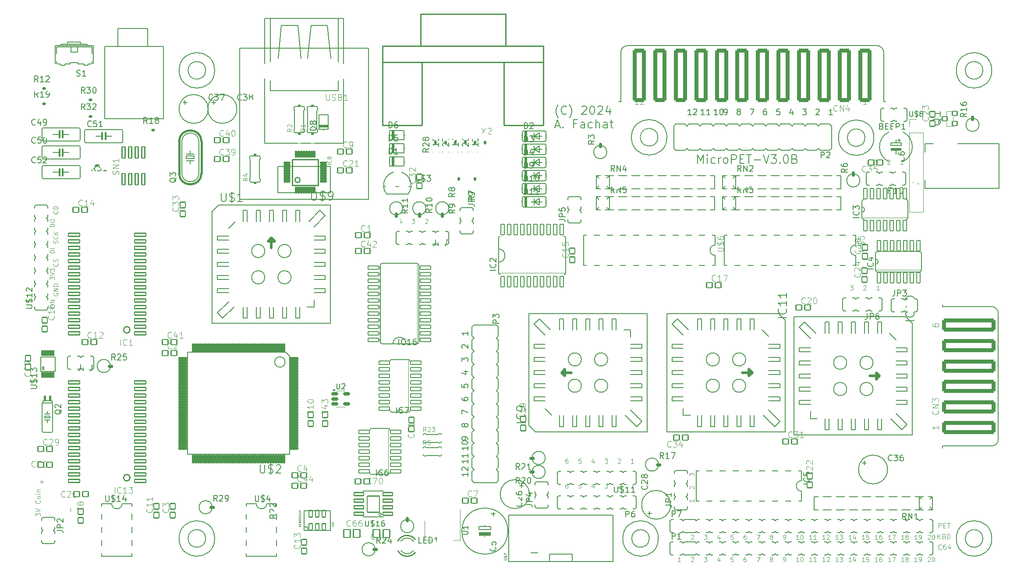
<source format=gto>
%TF.GenerationSoftware,KiCad,Pcbnew,8.0.2*%
%TF.CreationDate,2024-05-25T17:16:43+02:00*%
%TF.ProjectId,micropet_v3,6d696372-6f70-4657-945f-76332e6b6963,rev?*%
%TF.SameCoordinates,Original*%
%TF.FileFunction,Legend,Top*%
%TF.FilePolarity,Positive*%
%FSLAX46Y46*%
G04 Gerber Fmt 4.6, Leading zero omitted, Abs format (unit mm)*
G04 Created by KiCad (PCBNEW 8.0.2) date 2024-05-25 17:16:43*
%MOMM*%
%LPD*%
G01*
G04 APERTURE LIST*
G04 Aperture macros list*
%AMRoundRect*
0 Rectangle with rounded corners*
0 $1 Rounding radius*
0 $2 $3 $4 $5 $6 $7 $8 $9 X,Y pos of 4 corners*
0 Add a 4 corners polygon primitive as box body*
4,1,4,$2,$3,$4,$5,$6,$7,$8,$9,$2,$3,0*
0 Add four circle primitives for the rounded corners*
1,1,$1+$1,$2,$3*
1,1,$1+$1,$4,$5*
1,1,$1+$1,$6,$7*
1,1,$1+$1,$8,$9*
0 Add four rect primitives between the rounded corners*
20,1,$1+$1,$2,$3,$4,$5,0*
20,1,$1+$1,$4,$5,$6,$7,0*
20,1,$1+$1,$6,$7,$8,$9,0*
20,1,$1+$1,$8,$9,$2,$3,0*%
%AMFreePoly0*
4,1,25,0.333266,0.742596,0.345389,0.732242,0.732242,0.345389,0.760749,0.289441,0.762000,0.273547,0.762000,-0.273547,0.742596,-0.333266,0.732242,-0.345389,0.345389,-0.732242,0.289441,-0.760749,0.273547,-0.762000,-0.273547,-0.762000,-0.333266,-0.742596,-0.345389,-0.732242,-0.732242,-0.345389,-0.760749,-0.289441,-0.762000,-0.273547,-0.762000,0.273547,-0.742596,0.333266,-0.732242,0.345389,
-0.345389,0.732242,-0.289441,0.760749,-0.273547,0.762000,0.273547,0.762000,0.333266,0.742596,0.333266,0.742596,$1*%
%AMFreePoly1*
4,1,25,0.391131,0.882296,0.403254,0.871942,0.871942,0.403254,0.900449,0.347306,0.901700,0.331412,0.901700,-0.331412,0.882296,-0.391131,0.871942,-0.403254,0.403254,-0.871942,0.347306,-0.900449,0.331412,-0.901700,-0.331412,-0.901700,-0.391131,-0.882296,-0.403254,-0.871942,-0.871942,-0.403254,-0.900449,-0.347306,-0.901700,-0.331412,-0.901700,0.331412,-0.882296,0.391131,-0.871942,0.403254,
-0.403254,0.871942,-0.347306,0.900449,-0.331412,0.901700,0.331412,0.901700,0.391131,0.882296,0.391131,0.882296,$1*%
%AMFreePoly2*
4,1,25,0.349047,0.780696,0.361170,0.770342,0.770342,0.361170,0.798849,0.305222,0.800100,0.289328,0.800100,-0.289328,0.780696,-0.349047,0.770342,-0.361170,0.361170,-0.770342,0.305222,-0.798849,0.289328,-0.800100,-0.289328,-0.800100,-0.349047,-0.780696,-0.361170,-0.770342,-0.770342,-0.361170,-0.798849,-0.305222,-0.800100,-0.289328,-0.800100,0.289328,-0.780696,0.349047,-0.770342,0.361170,
-0.361170,0.770342,-0.305222,0.798849,-0.289328,0.800100,0.289328,0.800100,0.349047,0.780696,0.349047,0.780696,$1*%
%AMFreePoly3*
4,1,25,0.354308,0.793396,0.366431,0.783042,0.783042,0.366431,0.811549,0.310483,0.812800,0.294589,0.812800,-0.294589,0.793396,-0.354308,0.783042,-0.366431,0.366431,-0.783042,0.310483,-0.811549,0.294589,-0.812800,-0.294589,-0.812800,-0.354308,-0.793396,-0.366431,-0.783042,-0.783042,-0.366431,-0.811549,-0.310483,-0.812800,-0.294589,-0.812800,0.294589,-0.793396,0.354308,-0.783042,0.366431,
-0.366431,0.783042,-0.310483,0.811549,-0.294589,0.812800,0.294589,0.812800,0.354308,0.793396,0.354308,0.793396,$1*%
%AMFreePoly4*
4,1,25,0.454257,1.034696,0.466380,1.024342,1.024342,0.466380,1.052849,0.410432,1.054100,0.394538,1.054100,-0.394538,1.034696,-0.454257,1.024342,-0.466380,0.466380,-1.024342,0.410432,-1.052849,0.394538,-1.054100,-0.394538,-1.054100,-0.454257,-1.034696,-0.466380,-1.024342,-1.024342,-0.466380,-1.052849,-0.410432,-1.054100,-0.394538,-1.054100,0.394538,-1.034696,0.454257,-1.024342,0.466380,
-0.466380,1.024342,-0.410432,1.052849,-0.394538,1.054100,0.394538,1.054100,0.454257,1.034696,0.454257,1.034696,$1*%
%AMFreePoly5*
4,1,25,0.375350,0.844196,0.387473,0.833842,0.833842,0.387473,0.862349,0.331525,0.863600,0.315631,0.863600,-0.315631,0.844196,-0.375350,0.833842,-0.387473,0.387473,-0.833842,0.331525,-0.862349,0.315631,-0.863600,-0.315631,-0.863600,-0.375350,-0.844196,-0.387473,-0.833842,-0.833842,-0.387473,-0.862349,-0.331525,-0.863600,-0.315631,-0.863600,0.315631,-0.844196,0.375350,-0.833842,0.387473,
-0.387473,0.833842,-0.331525,0.862349,-0.315631,0.863600,0.315631,0.863600,0.375350,0.844196,0.375350,0.844196,$1*%
%AMFreePoly6*
4,1,25,0.585770,1.352196,0.597893,1.341842,1.341842,0.597893,1.370349,0.541945,1.371600,0.526051,1.371600,-0.526051,1.352196,-0.585770,1.341842,-0.597893,0.597893,-1.341842,0.541945,-1.370349,0.526051,-1.371600,-0.526051,-1.371600,-0.585770,-1.352196,-0.597893,-1.341842,-1.341842,-0.597893,-1.370349,-0.541945,-1.371600,-0.526051,-1.371600,0.526051,-1.352196,0.585770,-1.341842,0.597893,
-0.597893,1.341842,-0.541945,1.370349,-0.526051,1.371600,0.526051,1.371600,0.585770,1.352196,0.585770,1.352196,$1*%
G04 Aperture macros list end*
%ADD10C,0.142240*%
%ADD11C,0.081280*%
%ADD12C,0.032512*%
%ADD13C,0.099060*%
%ADD14C,0.127000*%
%ADD15C,0.101600*%
%ADD16C,0.177800*%
%ADD17C,0.118872*%
%ADD18C,0.203200*%
%ADD19C,0.121920*%
%ADD20C,0.150000*%
%ADD21C,0.065024*%
%ADD22C,0.152400*%
%ADD23C,0.000000*%
%ADD24C,0.508000*%
%ADD25C,0.609600*%
%ADD26C,0.050800*%
%ADD27C,0.304800*%
%ADD28C,0.406400*%
%ADD29C,0.254000*%
%ADD30C,0.120000*%
%ADD31C,3.200000*%
%ADD32RoundRect,0.101600X0.317500X-0.635000X0.317500X0.635000X-0.317500X0.635000X-0.317500X-0.635000X0*%
%ADD33RoundRect,0.101600X-0.317500X0.635000X-0.317500X-0.635000X0.317500X-0.635000X0.317500X0.635000X0*%
%ADD34FreePoly0,90.000000*%
%ADD35FreePoly0,0.000000*%
%ADD36FreePoly0,270.000000*%
%ADD37C,1.803400*%
%ADD38FreePoly1,0.000000*%
%ADD39RoundRect,0.101600X-0.330200X-1.016000X0.330200X-1.016000X0.330200X1.016000X-0.330200X1.016000X0*%
%ADD40FreePoly1,90.000000*%
%ADD41O,2.844800X1.524000*%
%ADD42RoundRect,0.101600X-0.550000X-0.500000X0.550000X-0.500000X0.550000X0.500000X-0.550000X0.500000X0*%
%ADD43RoundRect,0.101600X0.500000X-0.550000X0.500000X0.550000X-0.500000X0.550000X-0.500000X-0.550000X0*%
%ADD44RoundRect,0.101600X-0.500000X0.550000X-0.500000X-0.550000X0.500000X-0.550000X0.500000X0.550000X0*%
%ADD45RoundRect,0.101600X-0.125000X-0.500000X0.125000X-0.500000X0.125000X0.500000X-0.125000X0.500000X0*%
%ADD46RoundRect,0.101600X0.125000X0.500000X-0.125000X0.500000X-0.125000X-0.500000X0.125000X-0.500000X0*%
%ADD47RoundRect,0.101600X0.550000X0.500000X-0.550000X0.500000X-0.550000X-0.500000X0.550000X-0.500000X0*%
%ADD48FreePoly0,180.000000*%
%ADD49O,3.048000X1.625600*%
%ADD50RoundRect,0.101600X1.016000X-0.330200X1.016000X0.330200X-1.016000X0.330200X-1.016000X-0.330200X0*%
%ADD51C,1.524000*%
%ADD52C,1.600200*%
%ADD53FreePoly2,270.000000*%
%ADD54C,1.625600*%
%ADD55C,3.530600*%
%ADD56O,1.524000X2.844800*%
%ADD57RoundRect,0.101600X-0.300000X-1.100000X0.300000X-1.100000X0.300000X1.100000X-0.300000X1.100000X0*%
%ADD58FreePoly3,180.000000*%
%ADD59O,1.625600X3.048000*%
%ADD60FreePoly1,270.000000*%
%ADD61RoundRect,0.101600X0.450000X-0.400000X0.450000X0.400000X-0.450000X0.400000X-0.450000X-0.400000X0*%
%ADD62RoundRect,0.101600X1.100000X-0.300000X1.100000X0.300000X-1.100000X0.300000X-1.100000X-0.300000X0*%
%ADD63RoundRect,0.101600X0.650000X0.750000X-0.650000X0.750000X-0.650000X-0.750000X0.650000X-0.750000X0*%
%ADD64C,2.108200*%
%ADD65FreePoly4,270.000000*%
%ADD66RoundRect,0.101600X-0.955000X0.305000X-0.955000X-0.305000X0.955000X-0.305000X0.955000X0.305000X0*%
%ADD67RoundRect,0.101600X1.205000X1.550000X-1.205000X1.550000X-1.205000X-1.550000X1.205000X-1.550000X0*%
%ADD68C,2.082800*%
%ADD69R,1.700000X1.700000*%
%ADD70O,1.700000X1.700000*%
%ADD71RoundRect,0.101600X-0.650000X-0.750000X0.650000X-0.750000X0.650000X0.750000X-0.650000X0.750000X0*%
%ADD72C,3.048000*%
%ADD73C,1.727200*%
%ADD74RoundRect,0.101600X0.127000X-0.571500X0.127000X0.571500X-0.127000X0.571500X-0.127000X-0.571500X0*%
%ADD75RoundRect,0.101600X0.571500X0.127000X-0.571500X0.127000X-0.571500X-0.127000X0.571500X-0.127000X0*%
%ADD76RoundRect,0.101600X-0.127000X0.571500X-0.127000X-0.571500X0.127000X-0.571500X0.127000X0.571500X0*%
%ADD77RoundRect,0.101600X-0.571500X-0.127000X0.571500X-0.127000X0.571500X0.127000X-0.571500X0.127000X0*%
%ADD78RoundRect,0.388620X0.906780X4.792980X-0.906780X4.792980X-0.906780X-4.792980X0.906780X-4.792980X0*%
%ADD79R,1.500000X2.000000*%
%ADD80R,3.800000X2.000000*%
%ADD81FreePoly2,90.000000*%
%ADD82FreePoly5,180.000000*%
%ADD83C,2.362200*%
%ADD84RoundRect,0.101600X0.135000X0.750000X-0.135000X0.750000X-0.135000X-0.750000X0.135000X-0.750000X0*%
%ADD85RoundRect,0.101600X0.750000X0.135000X-0.750000X0.135000X-0.750000X-0.135000X0.750000X-0.135000X0*%
%ADD86FreePoly3,270.000000*%
%ADD87O,2.203200X4.203200*%
%ADD88O,4.203200X2.203200*%
%ADD89RoundRect,0.388620X4.792980X-0.906780X4.792980X0.906780X-4.792980X0.906780X-4.792980X-0.906780X0*%
%ADD90O,2.603200X1.403200*%
%ADD91O,1.403200X2.603200*%
%ADD92RoundRect,0.150000X-0.512500X-0.150000X0.512500X-0.150000X0.512500X0.150000X-0.512500X0.150000X0*%
%ADD93C,2.743200*%
%ADD94FreePoly6,270.000000*%
%ADD95FreePoly2,0.000000*%
G04 APERTURE END LIST*
D10*
X205561525Y-61784292D02*
X205561525Y-60148532D01*
X205561525Y-60148532D02*
X206106779Y-61316932D01*
X206106779Y-61316932D02*
X206652032Y-60148532D01*
X206652032Y-60148532D02*
X206652032Y-61784292D01*
X207430965Y-61784292D02*
X207430965Y-60693785D01*
X207430965Y-60148532D02*
X207353072Y-60226425D01*
X207353072Y-60226425D02*
X207430965Y-60304319D01*
X207430965Y-60304319D02*
X207508859Y-60226425D01*
X207508859Y-60226425D02*
X207430965Y-60148532D01*
X207430965Y-60148532D02*
X207430965Y-60304319D01*
X208910938Y-61706399D02*
X208755152Y-61784292D01*
X208755152Y-61784292D02*
X208443578Y-61784292D01*
X208443578Y-61784292D02*
X208287792Y-61706399D01*
X208287792Y-61706399D02*
X208209898Y-61628505D01*
X208209898Y-61628505D02*
X208132005Y-61472719D01*
X208132005Y-61472719D02*
X208132005Y-61005359D01*
X208132005Y-61005359D02*
X208209898Y-60849572D01*
X208209898Y-60849572D02*
X208287792Y-60771679D01*
X208287792Y-60771679D02*
X208443578Y-60693785D01*
X208443578Y-60693785D02*
X208755152Y-60693785D01*
X208755152Y-60693785D02*
X208910938Y-60771679D01*
X209611978Y-61784292D02*
X209611978Y-60693785D01*
X209611978Y-61005359D02*
X209689872Y-60849572D01*
X209689872Y-60849572D02*
X209767765Y-60771679D01*
X209767765Y-60771679D02*
X209923552Y-60693785D01*
X209923552Y-60693785D02*
X210079338Y-60693785D01*
X210858271Y-61784292D02*
X210702485Y-61706399D01*
X210702485Y-61706399D02*
X210624591Y-61628505D01*
X210624591Y-61628505D02*
X210546698Y-61472719D01*
X210546698Y-61472719D02*
X210546698Y-61005359D01*
X210546698Y-61005359D02*
X210624591Y-60849572D01*
X210624591Y-60849572D02*
X210702485Y-60771679D01*
X210702485Y-60771679D02*
X210858271Y-60693785D01*
X210858271Y-60693785D02*
X211091951Y-60693785D01*
X211091951Y-60693785D02*
X211247738Y-60771679D01*
X211247738Y-60771679D02*
X211325631Y-60849572D01*
X211325631Y-60849572D02*
X211403525Y-61005359D01*
X211403525Y-61005359D02*
X211403525Y-61472719D01*
X211403525Y-61472719D02*
X211325631Y-61628505D01*
X211325631Y-61628505D02*
X211247738Y-61706399D01*
X211247738Y-61706399D02*
X211091951Y-61784292D01*
X211091951Y-61784292D02*
X210858271Y-61784292D01*
X212104564Y-61784292D02*
X212104564Y-60148532D01*
X212104564Y-60148532D02*
X212727711Y-60148532D01*
X212727711Y-60148532D02*
X212883498Y-60226425D01*
X212883498Y-60226425D02*
X212961391Y-60304319D01*
X212961391Y-60304319D02*
X213039284Y-60460105D01*
X213039284Y-60460105D02*
X213039284Y-60693785D01*
X213039284Y-60693785D02*
X212961391Y-60849572D01*
X212961391Y-60849572D02*
X212883498Y-60927465D01*
X212883498Y-60927465D02*
X212727711Y-61005359D01*
X212727711Y-61005359D02*
X212104564Y-61005359D01*
X213740324Y-60927465D02*
X214285578Y-60927465D01*
X214519258Y-61784292D02*
X213740324Y-61784292D01*
X213740324Y-61784292D02*
X213740324Y-60148532D01*
X213740324Y-60148532D02*
X214519258Y-60148532D01*
X214986617Y-60148532D02*
X215921337Y-60148532D01*
X215453977Y-61784292D02*
X215453977Y-60148532D01*
X216466590Y-61161145D02*
X217712884Y-61161145D01*
X218258137Y-60148532D02*
X218803391Y-61784292D01*
X218803391Y-61784292D02*
X219348644Y-60148532D01*
X219738111Y-60148532D02*
X220750724Y-60148532D01*
X220750724Y-60148532D02*
X220205471Y-60771679D01*
X220205471Y-60771679D02*
X220439151Y-60771679D01*
X220439151Y-60771679D02*
X220594937Y-60849572D01*
X220594937Y-60849572D02*
X220672831Y-60927465D01*
X220672831Y-60927465D02*
X220750724Y-61083252D01*
X220750724Y-61083252D02*
X220750724Y-61472719D01*
X220750724Y-61472719D02*
X220672831Y-61628505D01*
X220672831Y-61628505D02*
X220594937Y-61706399D01*
X220594937Y-61706399D02*
X220439151Y-61784292D01*
X220439151Y-61784292D02*
X219971791Y-61784292D01*
X219971791Y-61784292D02*
X219816004Y-61706399D01*
X219816004Y-61706399D02*
X219738111Y-61628505D01*
X221451764Y-61628505D02*
X221529658Y-61706399D01*
X221529658Y-61706399D02*
X221451764Y-61784292D01*
X221451764Y-61784292D02*
X221373871Y-61706399D01*
X221373871Y-61706399D02*
X221451764Y-61628505D01*
X221451764Y-61628505D02*
X221451764Y-61784292D01*
X222542271Y-60148532D02*
X222698057Y-60148532D01*
X222698057Y-60148532D02*
X222853844Y-60226425D01*
X222853844Y-60226425D02*
X222931737Y-60304319D01*
X222931737Y-60304319D02*
X223009631Y-60460105D01*
X223009631Y-60460105D02*
X223087524Y-60771679D01*
X223087524Y-60771679D02*
X223087524Y-61161145D01*
X223087524Y-61161145D02*
X223009631Y-61472719D01*
X223009631Y-61472719D02*
X222931737Y-61628505D01*
X222931737Y-61628505D02*
X222853844Y-61706399D01*
X222853844Y-61706399D02*
X222698057Y-61784292D01*
X222698057Y-61784292D02*
X222542271Y-61784292D01*
X222542271Y-61784292D02*
X222386484Y-61706399D01*
X222386484Y-61706399D02*
X222308591Y-61628505D01*
X222308591Y-61628505D02*
X222230697Y-61472719D01*
X222230697Y-61472719D02*
X222152804Y-61161145D01*
X222152804Y-61161145D02*
X222152804Y-60771679D01*
X222152804Y-60771679D02*
X222230697Y-60460105D01*
X222230697Y-60460105D02*
X222308591Y-60304319D01*
X222308591Y-60304319D02*
X222386484Y-60226425D01*
X222386484Y-60226425D02*
X222542271Y-60148532D01*
X224333818Y-60927465D02*
X224567498Y-61005359D01*
X224567498Y-61005359D02*
X224645391Y-61083252D01*
X224645391Y-61083252D02*
X224723284Y-61239039D01*
X224723284Y-61239039D02*
X224723284Y-61472719D01*
X224723284Y-61472719D02*
X224645391Y-61628505D01*
X224645391Y-61628505D02*
X224567498Y-61706399D01*
X224567498Y-61706399D02*
X224411711Y-61784292D01*
X224411711Y-61784292D02*
X223788564Y-61784292D01*
X223788564Y-61784292D02*
X223788564Y-60148532D01*
X223788564Y-60148532D02*
X224333818Y-60148532D01*
X224333818Y-60148532D02*
X224489604Y-60226425D01*
X224489604Y-60226425D02*
X224567498Y-60304319D01*
X224567498Y-60304319D02*
X224645391Y-60460105D01*
X224645391Y-60460105D02*
X224645391Y-60615892D01*
X224645391Y-60615892D02*
X224567498Y-60771679D01*
X224567498Y-60771679D02*
X224489604Y-60849572D01*
X224489604Y-60849572D02*
X224333818Y-60927465D01*
X224333818Y-60927465D02*
X223788564Y-60927465D01*
D11*
X77607286Y-129987995D02*
X77607286Y-129409359D01*
X77607286Y-129409359D02*
X77963370Y-129720932D01*
X77963370Y-129720932D02*
X77963370Y-129587401D01*
X77963370Y-129587401D02*
X78007880Y-129498380D01*
X78007880Y-129498380D02*
X78052391Y-129453869D01*
X78052391Y-129453869D02*
X78141412Y-129409359D01*
X78141412Y-129409359D02*
X78363964Y-129409359D01*
X78363964Y-129409359D02*
X78452985Y-129453869D01*
X78452985Y-129453869D02*
X78497496Y-129498380D01*
X78497496Y-129498380D02*
X78542006Y-129587401D01*
X78542006Y-129587401D02*
X78542006Y-129854464D01*
X78542006Y-129854464D02*
X78497496Y-129943485D01*
X78497496Y-129943485D02*
X78452985Y-129987995D01*
X77607286Y-129142296D02*
X78542006Y-128830722D01*
X78542006Y-128830722D02*
X77607286Y-128519149D01*
X78452985Y-126961281D02*
X78497496Y-127005792D01*
X78497496Y-127005792D02*
X78542006Y-127139323D01*
X78542006Y-127139323D02*
X78542006Y-127228344D01*
X78542006Y-127228344D02*
X78497496Y-127361876D01*
X78497496Y-127361876D02*
X78408475Y-127450897D01*
X78408475Y-127450897D02*
X78319454Y-127495407D01*
X78319454Y-127495407D02*
X78141412Y-127539918D01*
X78141412Y-127539918D02*
X78007880Y-127539918D01*
X78007880Y-127539918D02*
X77829838Y-127495407D01*
X77829838Y-127495407D02*
X77740817Y-127450897D01*
X77740817Y-127450897D02*
X77651796Y-127361876D01*
X77651796Y-127361876D02*
X77607286Y-127228344D01*
X77607286Y-127228344D02*
X77607286Y-127139323D01*
X77607286Y-127139323D02*
X77651796Y-127005792D01*
X77651796Y-127005792D02*
X77696307Y-126961281D01*
X78542006Y-126427156D02*
X78497496Y-126516177D01*
X78497496Y-126516177D02*
X78452985Y-126560687D01*
X78452985Y-126560687D02*
X78363964Y-126605198D01*
X78363964Y-126605198D02*
X78096901Y-126605198D01*
X78096901Y-126605198D02*
X78007880Y-126560687D01*
X78007880Y-126560687D02*
X77963370Y-126516177D01*
X77963370Y-126516177D02*
X77918859Y-126427156D01*
X77918859Y-126427156D02*
X77918859Y-126293624D01*
X77918859Y-126293624D02*
X77963370Y-126204603D01*
X77963370Y-126204603D02*
X78007880Y-126160093D01*
X78007880Y-126160093D02*
X78096901Y-126115582D01*
X78096901Y-126115582D02*
X78363964Y-126115582D01*
X78363964Y-126115582D02*
X78452985Y-126160093D01*
X78452985Y-126160093D02*
X78497496Y-126204603D01*
X78497496Y-126204603D02*
X78542006Y-126293624D01*
X78542006Y-126293624D02*
X78542006Y-126427156D01*
X78542006Y-125714988D02*
X77918859Y-125714988D01*
X77607286Y-125714988D02*
X77651796Y-125759499D01*
X77651796Y-125759499D02*
X77696307Y-125714988D01*
X77696307Y-125714988D02*
X77651796Y-125670478D01*
X77651796Y-125670478D02*
X77607286Y-125714988D01*
X77607286Y-125714988D02*
X77696307Y-125714988D01*
X77918859Y-125269883D02*
X78542006Y-125269883D01*
X78007880Y-125269883D02*
X77963370Y-125225373D01*
X77963370Y-125225373D02*
X77918859Y-125136352D01*
X77918859Y-125136352D02*
X77918859Y-125002820D01*
X77918859Y-125002820D02*
X77963370Y-124913799D01*
X77963370Y-124913799D02*
X78052391Y-124869289D01*
X78052391Y-124869289D02*
X78542006Y-124869289D01*
D10*
X178644510Y-52947707D02*
X178566617Y-52869813D01*
X178566617Y-52869813D02*
X178410830Y-52636133D01*
X178410830Y-52636133D02*
X178332937Y-52480347D01*
X178332937Y-52480347D02*
X178255044Y-52246667D01*
X178255044Y-52246667D02*
X178177150Y-51857200D01*
X178177150Y-51857200D02*
X178177150Y-51545627D01*
X178177150Y-51545627D02*
X178255044Y-51156160D01*
X178255044Y-51156160D02*
X178332937Y-50922480D01*
X178332937Y-50922480D02*
X178410830Y-50766693D01*
X178410830Y-50766693D02*
X178566617Y-50533013D01*
X178566617Y-50533013D02*
X178644510Y-50455120D01*
X180202377Y-52168773D02*
X180124484Y-52246667D01*
X180124484Y-52246667D02*
X179890804Y-52324560D01*
X179890804Y-52324560D02*
X179735017Y-52324560D01*
X179735017Y-52324560D02*
X179501337Y-52246667D01*
X179501337Y-52246667D02*
X179345551Y-52090880D01*
X179345551Y-52090880D02*
X179267657Y-51935093D01*
X179267657Y-51935093D02*
X179189764Y-51623520D01*
X179189764Y-51623520D02*
X179189764Y-51389840D01*
X179189764Y-51389840D02*
X179267657Y-51078267D01*
X179267657Y-51078267D02*
X179345551Y-50922480D01*
X179345551Y-50922480D02*
X179501337Y-50766693D01*
X179501337Y-50766693D02*
X179735017Y-50688800D01*
X179735017Y-50688800D02*
X179890804Y-50688800D01*
X179890804Y-50688800D02*
X180124484Y-50766693D01*
X180124484Y-50766693D02*
X180202377Y-50844587D01*
X180747631Y-52947707D02*
X180825524Y-52869813D01*
X180825524Y-52869813D02*
X180981311Y-52636133D01*
X180981311Y-52636133D02*
X181059204Y-52480347D01*
X181059204Y-52480347D02*
X181137097Y-52246667D01*
X181137097Y-52246667D02*
X181214991Y-51857200D01*
X181214991Y-51857200D02*
X181214991Y-51545627D01*
X181214991Y-51545627D02*
X181137097Y-51156160D01*
X181137097Y-51156160D02*
X181059204Y-50922480D01*
X181059204Y-50922480D02*
X180981311Y-50766693D01*
X180981311Y-50766693D02*
X180825524Y-50533013D01*
X180825524Y-50533013D02*
X180747631Y-50455120D01*
X183162324Y-50844587D02*
X183240217Y-50766693D01*
X183240217Y-50766693D02*
X183396004Y-50688800D01*
X183396004Y-50688800D02*
X183785471Y-50688800D01*
X183785471Y-50688800D02*
X183941257Y-50766693D01*
X183941257Y-50766693D02*
X184019151Y-50844587D01*
X184019151Y-50844587D02*
X184097044Y-51000373D01*
X184097044Y-51000373D02*
X184097044Y-51156160D01*
X184097044Y-51156160D02*
X184019151Y-51389840D01*
X184019151Y-51389840D02*
X183084431Y-52324560D01*
X183084431Y-52324560D02*
X184097044Y-52324560D01*
X185109658Y-50688800D02*
X185265444Y-50688800D01*
X185265444Y-50688800D02*
X185421231Y-50766693D01*
X185421231Y-50766693D02*
X185499124Y-50844587D01*
X185499124Y-50844587D02*
X185577018Y-51000373D01*
X185577018Y-51000373D02*
X185654911Y-51311947D01*
X185654911Y-51311947D02*
X185654911Y-51701413D01*
X185654911Y-51701413D02*
X185577018Y-52012987D01*
X185577018Y-52012987D02*
X185499124Y-52168773D01*
X185499124Y-52168773D02*
X185421231Y-52246667D01*
X185421231Y-52246667D02*
X185265444Y-52324560D01*
X185265444Y-52324560D02*
X185109658Y-52324560D01*
X185109658Y-52324560D02*
X184953871Y-52246667D01*
X184953871Y-52246667D02*
X184875978Y-52168773D01*
X184875978Y-52168773D02*
X184798084Y-52012987D01*
X184798084Y-52012987D02*
X184720191Y-51701413D01*
X184720191Y-51701413D02*
X184720191Y-51311947D01*
X184720191Y-51311947D02*
X184798084Y-51000373D01*
X184798084Y-51000373D02*
X184875978Y-50844587D01*
X184875978Y-50844587D02*
X184953871Y-50766693D01*
X184953871Y-50766693D02*
X185109658Y-50688800D01*
X186278058Y-50844587D02*
X186355951Y-50766693D01*
X186355951Y-50766693D02*
X186511738Y-50688800D01*
X186511738Y-50688800D02*
X186901205Y-50688800D01*
X186901205Y-50688800D02*
X187056991Y-50766693D01*
X187056991Y-50766693D02*
X187134885Y-50844587D01*
X187134885Y-50844587D02*
X187212778Y-51000373D01*
X187212778Y-51000373D02*
X187212778Y-51156160D01*
X187212778Y-51156160D02*
X187134885Y-51389840D01*
X187134885Y-51389840D02*
X186200165Y-52324560D01*
X186200165Y-52324560D02*
X187212778Y-52324560D01*
X188614858Y-51234053D02*
X188614858Y-52324560D01*
X188225392Y-50610907D02*
X187835925Y-51779307D01*
X187835925Y-51779307D02*
X188848538Y-51779307D01*
X178099257Y-54490682D02*
X178878190Y-54490682D01*
X177943470Y-54958042D02*
X178488724Y-53322282D01*
X178488724Y-53322282D02*
X179033977Y-54958042D01*
X179579230Y-54802255D02*
X179657124Y-54880149D01*
X179657124Y-54880149D02*
X179579230Y-54958042D01*
X179579230Y-54958042D02*
X179501337Y-54880149D01*
X179501337Y-54880149D02*
X179579230Y-54802255D01*
X179579230Y-54802255D02*
X179579230Y-54958042D01*
X182149710Y-54101215D02*
X181604456Y-54101215D01*
X181604456Y-54958042D02*
X181604456Y-53322282D01*
X181604456Y-53322282D02*
X182383390Y-53322282D01*
X183707576Y-54958042D02*
X183707576Y-54101215D01*
X183707576Y-54101215D02*
X183629683Y-53945429D01*
X183629683Y-53945429D02*
X183473896Y-53867535D01*
X183473896Y-53867535D02*
X183162323Y-53867535D01*
X183162323Y-53867535D02*
X183006536Y-53945429D01*
X183707576Y-54880149D02*
X183551790Y-54958042D01*
X183551790Y-54958042D02*
X183162323Y-54958042D01*
X183162323Y-54958042D02*
X183006536Y-54880149D01*
X183006536Y-54880149D02*
X182928643Y-54724362D01*
X182928643Y-54724362D02*
X182928643Y-54568575D01*
X182928643Y-54568575D02*
X183006536Y-54412789D01*
X183006536Y-54412789D02*
X183162323Y-54334895D01*
X183162323Y-54334895D02*
X183551790Y-54334895D01*
X183551790Y-54334895D02*
X183707576Y-54257002D01*
X185187549Y-54880149D02*
X185031763Y-54958042D01*
X185031763Y-54958042D02*
X184720189Y-54958042D01*
X184720189Y-54958042D02*
X184564403Y-54880149D01*
X184564403Y-54880149D02*
X184486509Y-54802255D01*
X184486509Y-54802255D02*
X184408616Y-54646469D01*
X184408616Y-54646469D02*
X184408616Y-54179109D01*
X184408616Y-54179109D02*
X184486509Y-54023322D01*
X184486509Y-54023322D02*
X184564403Y-53945429D01*
X184564403Y-53945429D02*
X184720189Y-53867535D01*
X184720189Y-53867535D02*
X185031763Y-53867535D01*
X185031763Y-53867535D02*
X185187549Y-53945429D01*
X185888589Y-54958042D02*
X185888589Y-53322282D01*
X186589629Y-54958042D02*
X186589629Y-54101215D01*
X186589629Y-54101215D02*
X186511736Y-53945429D01*
X186511736Y-53945429D02*
X186355949Y-53867535D01*
X186355949Y-53867535D02*
X186122269Y-53867535D01*
X186122269Y-53867535D02*
X185966483Y-53945429D01*
X185966483Y-53945429D02*
X185888589Y-54023322D01*
X188069602Y-54958042D02*
X188069602Y-54101215D01*
X188069602Y-54101215D02*
X187991709Y-53945429D01*
X187991709Y-53945429D02*
X187835922Y-53867535D01*
X187835922Y-53867535D02*
X187524349Y-53867535D01*
X187524349Y-53867535D02*
X187368562Y-53945429D01*
X188069602Y-54880149D02*
X187913816Y-54958042D01*
X187913816Y-54958042D02*
X187524349Y-54958042D01*
X187524349Y-54958042D02*
X187368562Y-54880149D01*
X187368562Y-54880149D02*
X187290669Y-54724362D01*
X187290669Y-54724362D02*
X187290669Y-54568575D01*
X187290669Y-54568575D02*
X187368562Y-54412789D01*
X187368562Y-54412789D02*
X187524349Y-54334895D01*
X187524349Y-54334895D02*
X187913816Y-54334895D01*
X187913816Y-54334895D02*
X188069602Y-54257002D01*
X188614855Y-53867535D02*
X189238002Y-53867535D01*
X188848535Y-53322282D02*
X188848535Y-54724362D01*
X188848535Y-54724362D02*
X188926429Y-54880149D01*
X188926429Y-54880149D02*
X189082215Y-54958042D01*
X189082215Y-54958042D02*
X189238002Y-54958042D01*
D11*
X251947631Y-134342631D02*
X251947631Y-133407911D01*
X252481757Y-134342631D02*
X252081162Y-133808505D01*
X252481757Y-133407911D02*
X251947631Y-133942037D01*
X253193924Y-133853016D02*
X253327456Y-133897526D01*
X253327456Y-133897526D02*
X253371966Y-133942037D01*
X253371966Y-133942037D02*
X253416477Y-134031058D01*
X253416477Y-134031058D02*
X253416477Y-134164589D01*
X253416477Y-134164589D02*
X253371966Y-134253610D01*
X253371966Y-134253610D02*
X253327456Y-134298121D01*
X253327456Y-134298121D02*
X253238435Y-134342631D01*
X253238435Y-134342631D02*
X252882351Y-134342631D01*
X252882351Y-134342631D02*
X252882351Y-133407911D01*
X252882351Y-133407911D02*
X253193924Y-133407911D01*
X253193924Y-133407911D02*
X253282945Y-133452421D01*
X253282945Y-133452421D02*
X253327456Y-133496932D01*
X253327456Y-133496932D02*
X253371966Y-133585953D01*
X253371966Y-133585953D02*
X253371966Y-133674974D01*
X253371966Y-133674974D02*
X253327456Y-133763995D01*
X253327456Y-133763995D02*
X253282945Y-133808505D01*
X253282945Y-133808505D02*
X253193924Y-133853016D01*
X253193924Y-133853016D02*
X252882351Y-133853016D01*
X253817071Y-134342631D02*
X253817071Y-133407911D01*
X253817071Y-133407911D02*
X254039623Y-133407911D01*
X254039623Y-133407911D02*
X254173155Y-133452421D01*
X254173155Y-133452421D02*
X254262176Y-133541442D01*
X254262176Y-133541442D02*
X254306686Y-133630463D01*
X254306686Y-133630463D02*
X254351197Y-133808505D01*
X254351197Y-133808505D02*
X254351197Y-133942037D01*
X254351197Y-133942037D02*
X254306686Y-134120079D01*
X254306686Y-134120079D02*
X254262176Y-134209100D01*
X254262176Y-134209100D02*
X254173155Y-134298121D01*
X254173155Y-134298121D02*
X254039623Y-134342631D01*
X254039623Y-134342631D02*
X253817071Y-134342631D01*
X252640507Y-136317360D02*
X252595996Y-136361871D01*
X252595996Y-136361871D02*
X252462465Y-136406381D01*
X252462465Y-136406381D02*
X252373444Y-136406381D01*
X252373444Y-136406381D02*
X252239912Y-136361871D01*
X252239912Y-136361871D02*
X252150891Y-136272850D01*
X252150891Y-136272850D02*
X252106381Y-136183829D01*
X252106381Y-136183829D02*
X252061870Y-136005787D01*
X252061870Y-136005787D02*
X252061870Y-135872255D01*
X252061870Y-135872255D02*
X252106381Y-135694213D01*
X252106381Y-135694213D02*
X252150891Y-135605192D01*
X252150891Y-135605192D02*
X252239912Y-135516171D01*
X252239912Y-135516171D02*
X252373444Y-135471661D01*
X252373444Y-135471661D02*
X252462465Y-135471661D01*
X252462465Y-135471661D02*
X252595996Y-135516171D01*
X252595996Y-135516171D02*
X252640507Y-135560682D01*
X253441695Y-135471661D02*
X253263653Y-135471661D01*
X253263653Y-135471661D02*
X253174632Y-135516171D01*
X253174632Y-135516171D02*
X253130122Y-135560682D01*
X253130122Y-135560682D02*
X253041101Y-135694213D01*
X253041101Y-135694213D02*
X252996590Y-135872255D01*
X252996590Y-135872255D02*
X252996590Y-136228339D01*
X252996590Y-136228339D02*
X253041101Y-136317360D01*
X253041101Y-136317360D02*
X253085611Y-136361871D01*
X253085611Y-136361871D02*
X253174632Y-136406381D01*
X253174632Y-136406381D02*
X253352674Y-136406381D01*
X253352674Y-136406381D02*
X253441695Y-136361871D01*
X253441695Y-136361871D02*
X253486206Y-136317360D01*
X253486206Y-136317360D02*
X253530716Y-136228339D01*
X253530716Y-136228339D02*
X253530716Y-136005787D01*
X253530716Y-136005787D02*
X253486206Y-135916766D01*
X253486206Y-135916766D02*
X253441695Y-135872255D01*
X253441695Y-135872255D02*
X253352674Y-135827745D01*
X253352674Y-135827745D02*
X253174632Y-135827745D01*
X253174632Y-135827745D02*
X253085611Y-135872255D01*
X253085611Y-135872255D02*
X253041101Y-135916766D01*
X253041101Y-135916766D02*
X252996590Y-136005787D01*
X254331905Y-135783234D02*
X254331905Y-136406381D01*
X254109353Y-135427151D02*
X253886800Y-136094808D01*
X253886800Y-136094808D02*
X254465437Y-136094808D01*
X252106381Y-132278881D02*
X252106381Y-131344161D01*
X252106381Y-131344161D02*
X252462465Y-131344161D01*
X252462465Y-131344161D02*
X252551486Y-131388671D01*
X252551486Y-131388671D02*
X252595996Y-131433182D01*
X252595996Y-131433182D02*
X252640507Y-131522203D01*
X252640507Y-131522203D02*
X252640507Y-131655734D01*
X252640507Y-131655734D02*
X252595996Y-131744755D01*
X252595996Y-131744755D02*
X252551486Y-131789266D01*
X252551486Y-131789266D02*
X252462465Y-131833776D01*
X252462465Y-131833776D02*
X252106381Y-131833776D01*
X253041101Y-131789266D02*
X253352674Y-131789266D01*
X253486206Y-132278881D02*
X253041101Y-132278881D01*
X253041101Y-132278881D02*
X253041101Y-131344161D01*
X253041101Y-131344161D02*
X253486206Y-131344161D01*
X253753268Y-131344161D02*
X254287394Y-131344161D01*
X254020331Y-132278881D02*
X254020331Y-131344161D01*
X84377172Y-129105224D02*
X84377172Y-128393057D01*
X78820922Y-123707724D02*
X78820922Y-122995557D01*
X79177006Y-123351640D02*
X78464838Y-123351640D01*
D12*
X134833665Y-131862764D02*
X135100728Y-131862764D01*
X135100728Y-131862764D02*
X135154140Y-131880569D01*
X135154140Y-131880569D02*
X135189749Y-131916177D01*
X135189749Y-131916177D02*
X135207553Y-131969590D01*
X135207553Y-131969590D02*
X135207553Y-132005198D01*
X135189749Y-131702527D02*
X135207553Y-131649114D01*
X135207553Y-131649114D02*
X135207553Y-131560093D01*
X135207553Y-131560093D02*
X135189749Y-131524485D01*
X135189749Y-131524485D02*
X135171944Y-131506681D01*
X135171944Y-131506681D02*
X135136336Y-131488876D01*
X135136336Y-131488876D02*
X135100728Y-131488876D01*
X135100728Y-131488876D02*
X135065119Y-131506681D01*
X135065119Y-131506681D02*
X135047315Y-131524485D01*
X135047315Y-131524485D02*
X135029511Y-131560093D01*
X135029511Y-131560093D02*
X135011707Y-131631310D01*
X135011707Y-131631310D02*
X134993902Y-131666918D01*
X134993902Y-131666918D02*
X134976098Y-131684723D01*
X134976098Y-131684723D02*
X134940490Y-131702527D01*
X134940490Y-131702527D02*
X134904881Y-131702527D01*
X134904881Y-131702527D02*
X134869273Y-131684723D01*
X134869273Y-131684723D02*
X134851469Y-131666918D01*
X134851469Y-131666918D02*
X134833665Y-131631310D01*
X134833665Y-131631310D02*
X134833665Y-131542289D01*
X134833665Y-131542289D02*
X134851469Y-131488876D01*
X135207553Y-131132792D02*
X135207553Y-131346443D01*
X135207553Y-131239618D02*
X134833665Y-131239618D01*
X134833665Y-131239618D02*
X134887077Y-131275226D01*
X134887077Y-131275226D02*
X134922686Y-131310834D01*
X134922686Y-131310834D02*
X134940490Y-131346443D01*
X128857553Y-131755939D02*
X128679511Y-131880569D01*
X128857553Y-131969590D02*
X128483665Y-131969590D01*
X128483665Y-131969590D02*
X128483665Y-131827156D01*
X128483665Y-131827156D02*
X128501469Y-131791548D01*
X128501469Y-131791548D02*
X128519273Y-131773743D01*
X128519273Y-131773743D02*
X128554881Y-131755939D01*
X128554881Y-131755939D02*
X128608294Y-131755939D01*
X128608294Y-131755939D02*
X128643902Y-131773743D01*
X128643902Y-131773743D02*
X128661707Y-131791548D01*
X128661707Y-131791548D02*
X128679511Y-131827156D01*
X128679511Y-131827156D02*
X128679511Y-131969590D01*
X128661707Y-131595702D02*
X128661707Y-131471072D01*
X128857553Y-131417660D02*
X128857553Y-131595702D01*
X128857553Y-131595702D02*
X128483665Y-131595702D01*
X128483665Y-131595702D02*
X128483665Y-131417660D01*
X128857553Y-131257422D02*
X128483665Y-131257422D01*
X128483665Y-131257422D02*
X128857553Y-131043771D01*
X128857553Y-131043771D02*
X128483665Y-131043771D01*
X128483665Y-130794513D02*
X128483665Y-130723296D01*
X128483665Y-130723296D02*
X128501469Y-130687688D01*
X128501469Y-130687688D02*
X128537077Y-130652079D01*
X128537077Y-130652079D02*
X128608294Y-130634275D01*
X128608294Y-130634275D02*
X128732923Y-130634275D01*
X128732923Y-130634275D02*
X128804140Y-130652079D01*
X128804140Y-130652079D02*
X128839749Y-130687688D01*
X128839749Y-130687688D02*
X128857553Y-130723296D01*
X128857553Y-130723296D02*
X128857553Y-130794513D01*
X128857553Y-130794513D02*
X128839749Y-130830121D01*
X128839749Y-130830121D02*
X128804140Y-130865730D01*
X128804140Y-130865730D02*
X128732923Y-130883534D01*
X128732923Y-130883534D02*
X128608294Y-130883534D01*
X128608294Y-130883534D02*
X128537077Y-130865730D01*
X128537077Y-130865730D02*
X128501469Y-130830121D01*
X128501469Y-130830121D02*
X128483665Y-130794513D01*
X128839749Y-130491842D02*
X128857553Y-130438429D01*
X128857553Y-130438429D02*
X128857553Y-130349408D01*
X128857553Y-130349408D02*
X128839749Y-130313800D01*
X128839749Y-130313800D02*
X128821944Y-130295996D01*
X128821944Y-130295996D02*
X128786336Y-130278191D01*
X128786336Y-130278191D02*
X128750728Y-130278191D01*
X128750728Y-130278191D02*
X128715119Y-130295996D01*
X128715119Y-130295996D02*
X128697315Y-130313800D01*
X128697315Y-130313800D02*
X128679511Y-130349408D01*
X128679511Y-130349408D02*
X128661707Y-130420625D01*
X128661707Y-130420625D02*
X128643902Y-130456233D01*
X128643902Y-130456233D02*
X128626098Y-130474038D01*
X128626098Y-130474038D02*
X128590490Y-130491842D01*
X128590490Y-130491842D02*
X128554881Y-130491842D01*
X128554881Y-130491842D02*
X128519273Y-130474038D01*
X128519273Y-130474038D02*
X128501469Y-130456233D01*
X128501469Y-130456233D02*
X128483665Y-130420625D01*
X128483665Y-130420625D02*
X128483665Y-130331604D01*
X128483665Y-130331604D02*
X128501469Y-130278191D01*
X128821944Y-129904303D02*
X128839749Y-129922107D01*
X128839749Y-129922107D02*
X128857553Y-129975520D01*
X128857553Y-129975520D02*
X128857553Y-130011128D01*
X128857553Y-130011128D02*
X128839749Y-130064541D01*
X128839749Y-130064541D02*
X128804140Y-130100149D01*
X128804140Y-130100149D02*
X128768532Y-130117954D01*
X128768532Y-130117954D02*
X128697315Y-130135758D01*
X128697315Y-130135758D02*
X128643902Y-130135758D01*
X128643902Y-130135758D02*
X128572686Y-130117954D01*
X128572686Y-130117954D02*
X128537077Y-130100149D01*
X128537077Y-130100149D02*
X128501469Y-130064541D01*
X128501469Y-130064541D02*
X128483665Y-130011128D01*
X128483665Y-130011128D02*
X128483665Y-129975520D01*
X128483665Y-129975520D02*
X128501469Y-129922107D01*
X128501469Y-129922107D02*
X128519273Y-129904303D01*
X128483665Y-129779674D02*
X128857553Y-129530415D01*
X128483665Y-129530415D02*
X128857553Y-129779674D01*
X128857553Y-129209940D02*
X128857553Y-129387982D01*
X128857553Y-129387982D02*
X128483665Y-129387982D01*
X128857553Y-129085311D02*
X128483665Y-129085311D01*
X128661707Y-129085311D02*
X128661707Y-128871660D01*
X128857553Y-128871660D02*
X128483665Y-128871660D01*
D13*
X127151322Y-55093106D02*
X126726779Y-55390286D01*
X127151322Y-55602557D02*
X126259782Y-55602557D01*
X126259782Y-55602557D02*
X126259782Y-55262923D01*
X126259782Y-55262923D02*
X126302236Y-55178014D01*
X126302236Y-55178014D02*
X126344690Y-55135560D01*
X126344690Y-55135560D02*
X126429599Y-55093106D01*
X126429599Y-55093106D02*
X126556962Y-55093106D01*
X126556962Y-55093106D02*
X126641870Y-55135560D01*
X126641870Y-55135560D02*
X126684325Y-55178014D01*
X126684325Y-55178014D02*
X126726779Y-55262923D01*
X126726779Y-55262923D02*
X126726779Y-55602557D01*
X126344690Y-54753471D02*
X126302236Y-54711017D01*
X126302236Y-54711017D02*
X126259782Y-54626109D01*
X126259782Y-54626109D02*
X126259782Y-54413837D01*
X126259782Y-54413837D02*
X126302236Y-54328929D01*
X126302236Y-54328929D02*
X126344690Y-54286474D01*
X126344690Y-54286474D02*
X126429599Y-54244020D01*
X126429599Y-54244020D02*
X126514508Y-54244020D01*
X126514508Y-54244020D02*
X126641870Y-54286474D01*
X126641870Y-54286474D02*
X127151322Y-54795926D01*
X127151322Y-54795926D02*
X127151322Y-54244020D01*
D14*
X78123237Y-46046714D02*
X77742237Y-45502428D01*
X77470094Y-46046714D02*
X77470094Y-44903714D01*
X77470094Y-44903714D02*
X77905523Y-44903714D01*
X77905523Y-44903714D02*
X78014380Y-44958143D01*
X78014380Y-44958143D02*
X78068809Y-45012571D01*
X78068809Y-45012571D02*
X78123237Y-45121428D01*
X78123237Y-45121428D02*
X78123237Y-45284714D01*
X78123237Y-45284714D02*
X78068809Y-45393571D01*
X78068809Y-45393571D02*
X78014380Y-45448000D01*
X78014380Y-45448000D02*
X77905523Y-45502428D01*
X77905523Y-45502428D02*
X77470094Y-45502428D01*
X79211809Y-46046714D02*
X78558666Y-46046714D01*
X78885237Y-46046714D02*
X78885237Y-44903714D01*
X78885237Y-44903714D02*
X78776380Y-45067000D01*
X78776380Y-45067000D02*
X78667523Y-45175857D01*
X78667523Y-45175857D02*
X78558666Y-45230286D01*
X79647237Y-45012571D02*
X79701665Y-44958143D01*
X79701665Y-44958143D02*
X79810523Y-44903714D01*
X79810523Y-44903714D02*
X80082665Y-44903714D01*
X80082665Y-44903714D02*
X80191523Y-44958143D01*
X80191523Y-44958143D02*
X80245951Y-45012571D01*
X80245951Y-45012571D02*
X80300380Y-45121428D01*
X80300380Y-45121428D02*
X80300380Y-45230286D01*
X80300380Y-45230286D02*
X80245951Y-45393571D01*
X80245951Y-45393571D02*
X79592808Y-46046714D01*
X79592808Y-46046714D02*
X80300380Y-46046714D01*
X185580370Y-57382587D02*
X185036084Y-57763587D01*
X185580370Y-58035730D02*
X184437370Y-58035730D01*
X184437370Y-58035730D02*
X184437370Y-57600301D01*
X184437370Y-57600301D02*
X184491799Y-57491444D01*
X184491799Y-57491444D02*
X184546227Y-57437015D01*
X184546227Y-57437015D02*
X184655084Y-57382587D01*
X184655084Y-57382587D02*
X184818370Y-57382587D01*
X184818370Y-57382587D02*
X184927227Y-57437015D01*
X184927227Y-57437015D02*
X184981656Y-57491444D01*
X184981656Y-57491444D02*
X185036084Y-57600301D01*
X185036084Y-57600301D02*
X185036084Y-58035730D01*
X184437370Y-57001587D02*
X184437370Y-56294015D01*
X184437370Y-56294015D02*
X184872799Y-56675015D01*
X184872799Y-56675015D02*
X184872799Y-56511730D01*
X184872799Y-56511730D02*
X184927227Y-56402873D01*
X184927227Y-56402873D02*
X184981656Y-56348444D01*
X184981656Y-56348444D02*
X185090513Y-56294015D01*
X185090513Y-56294015D02*
X185362656Y-56294015D01*
X185362656Y-56294015D02*
X185471513Y-56348444D01*
X185471513Y-56348444D02*
X185525942Y-56402873D01*
X185525942Y-56402873D02*
X185580370Y-56511730D01*
X185580370Y-56511730D02*
X185580370Y-56838301D01*
X185580370Y-56838301D02*
X185525942Y-56947158D01*
X185525942Y-56947158D02*
X185471513Y-57001587D01*
X154225824Y-70640268D02*
X153681538Y-71021268D01*
X154225824Y-71293411D02*
X153082824Y-71293411D01*
X153082824Y-71293411D02*
X153082824Y-70857982D01*
X153082824Y-70857982D02*
X153137253Y-70749125D01*
X153137253Y-70749125D02*
X153191681Y-70694696D01*
X153191681Y-70694696D02*
X153300538Y-70640268D01*
X153300538Y-70640268D02*
X153463824Y-70640268D01*
X153463824Y-70640268D02*
X153572681Y-70694696D01*
X153572681Y-70694696D02*
X153627110Y-70749125D01*
X153627110Y-70749125D02*
X153681538Y-70857982D01*
X153681538Y-70857982D02*
X153681538Y-71293411D01*
X154225824Y-69551696D02*
X154225824Y-70204839D01*
X154225824Y-69878268D02*
X153082824Y-69878268D01*
X153082824Y-69878268D02*
X153246110Y-69987125D01*
X153246110Y-69987125D02*
X153354967Y-70095982D01*
X153354967Y-70095982D02*
X153409396Y-70204839D01*
X153082824Y-68844125D02*
X153082824Y-68735268D01*
X153082824Y-68735268D02*
X153137253Y-68626411D01*
X153137253Y-68626411D02*
X153191681Y-68571983D01*
X153191681Y-68571983D02*
X153300538Y-68517554D01*
X153300538Y-68517554D02*
X153518253Y-68463125D01*
X153518253Y-68463125D02*
X153790396Y-68463125D01*
X153790396Y-68463125D02*
X154008110Y-68517554D01*
X154008110Y-68517554D02*
X154116967Y-68571983D01*
X154116967Y-68571983D02*
X154171396Y-68626411D01*
X154171396Y-68626411D02*
X154225824Y-68735268D01*
X154225824Y-68735268D02*
X154225824Y-68844125D01*
X154225824Y-68844125D02*
X154171396Y-68952983D01*
X154171396Y-68952983D02*
X154116967Y-69007411D01*
X154116967Y-69007411D02*
X154008110Y-69061840D01*
X154008110Y-69061840D02*
X153790396Y-69116268D01*
X153790396Y-69116268D02*
X153518253Y-69116268D01*
X153518253Y-69116268D02*
X153300538Y-69061840D01*
X153300538Y-69061840D02*
X153191681Y-69007411D01*
X153191681Y-69007411D02*
X153137253Y-68952983D01*
X153137253Y-68952983D02*
X153082824Y-68844125D01*
X145902925Y-57479764D02*
X145902925Y-56336764D01*
X145902925Y-56336764D02*
X146175068Y-56336764D01*
X146175068Y-56336764D02*
X146338354Y-56391193D01*
X146338354Y-56391193D02*
X146447211Y-56500050D01*
X146447211Y-56500050D02*
X146501640Y-56608907D01*
X146501640Y-56608907D02*
X146556068Y-56826621D01*
X146556068Y-56826621D02*
X146556068Y-56989907D01*
X146556068Y-56989907D02*
X146501640Y-57207621D01*
X146501640Y-57207621D02*
X146447211Y-57316478D01*
X146447211Y-57316478D02*
X146338354Y-57425336D01*
X146338354Y-57425336D02*
X146175068Y-57479764D01*
X146175068Y-57479764D02*
X145902925Y-57479764D01*
X147590211Y-56336764D02*
X147045925Y-56336764D01*
X147045925Y-56336764D02*
X146991497Y-56881050D01*
X146991497Y-56881050D02*
X147045925Y-56826621D01*
X147045925Y-56826621D02*
X147154783Y-56772193D01*
X147154783Y-56772193D02*
X147426925Y-56772193D01*
X147426925Y-56772193D02*
X147535783Y-56826621D01*
X147535783Y-56826621D02*
X147590211Y-56881050D01*
X147590211Y-56881050D02*
X147644640Y-56989907D01*
X147644640Y-56989907D02*
X147644640Y-57262050D01*
X147644640Y-57262050D02*
X147590211Y-57370907D01*
X147590211Y-57370907D02*
X147535783Y-57425336D01*
X147535783Y-57425336D02*
X147426925Y-57479764D01*
X147426925Y-57479764D02*
X147154783Y-57479764D01*
X147154783Y-57479764D02*
X147045925Y-57425336D01*
X147045925Y-57425336D02*
X146991497Y-57370907D01*
X158670824Y-70746162D02*
X158126538Y-71127162D01*
X158670824Y-71399305D02*
X157527824Y-71399305D01*
X157527824Y-71399305D02*
X157527824Y-70963876D01*
X157527824Y-70963876D02*
X157582253Y-70855019D01*
X157582253Y-70855019D02*
X157636681Y-70800590D01*
X157636681Y-70800590D02*
X157745538Y-70746162D01*
X157745538Y-70746162D02*
X157908824Y-70746162D01*
X157908824Y-70746162D02*
X158017681Y-70800590D01*
X158017681Y-70800590D02*
X158072110Y-70855019D01*
X158072110Y-70855019D02*
X158126538Y-70963876D01*
X158126538Y-70963876D02*
X158126538Y-71399305D01*
X158670824Y-70201876D02*
X158670824Y-69984162D01*
X158670824Y-69984162D02*
X158616396Y-69875305D01*
X158616396Y-69875305D02*
X158561967Y-69820876D01*
X158561967Y-69820876D02*
X158398681Y-69712019D01*
X158398681Y-69712019D02*
X158180967Y-69657590D01*
X158180967Y-69657590D02*
X157745538Y-69657590D01*
X157745538Y-69657590D02*
X157636681Y-69712019D01*
X157636681Y-69712019D02*
X157582253Y-69766448D01*
X157582253Y-69766448D02*
X157527824Y-69875305D01*
X157527824Y-69875305D02*
X157527824Y-70093019D01*
X157527824Y-70093019D02*
X157582253Y-70201876D01*
X157582253Y-70201876D02*
X157636681Y-70256305D01*
X157636681Y-70256305D02*
X157745538Y-70310733D01*
X157745538Y-70310733D02*
X158017681Y-70310733D01*
X158017681Y-70310733D02*
X158126538Y-70256305D01*
X158126538Y-70256305D02*
X158180967Y-70201876D01*
X158180967Y-70201876D02*
X158235396Y-70093019D01*
X158235396Y-70093019D02*
X158235396Y-69875305D01*
X158235396Y-69875305D02*
X158180967Y-69766448D01*
X158180967Y-69766448D02*
X158126538Y-69712019D01*
X158126538Y-69712019D02*
X158017681Y-69657590D01*
X243123693Y-119188157D02*
X243069265Y-119242586D01*
X243069265Y-119242586D02*
X242905979Y-119297014D01*
X242905979Y-119297014D02*
X242797122Y-119297014D01*
X242797122Y-119297014D02*
X242633836Y-119242586D01*
X242633836Y-119242586D02*
X242524979Y-119133728D01*
X242524979Y-119133728D02*
X242470550Y-119024871D01*
X242470550Y-119024871D02*
X242416122Y-118807157D01*
X242416122Y-118807157D02*
X242416122Y-118643871D01*
X242416122Y-118643871D02*
X242470550Y-118426157D01*
X242470550Y-118426157D02*
X242524979Y-118317300D01*
X242524979Y-118317300D02*
X242633836Y-118208443D01*
X242633836Y-118208443D02*
X242797122Y-118154014D01*
X242797122Y-118154014D02*
X242905979Y-118154014D01*
X242905979Y-118154014D02*
X243069265Y-118208443D01*
X243069265Y-118208443D02*
X243123693Y-118262871D01*
X243504693Y-118154014D02*
X244212265Y-118154014D01*
X244212265Y-118154014D02*
X243831265Y-118589443D01*
X243831265Y-118589443D02*
X243994550Y-118589443D01*
X243994550Y-118589443D02*
X244103408Y-118643871D01*
X244103408Y-118643871D02*
X244157836Y-118698300D01*
X244157836Y-118698300D02*
X244212265Y-118807157D01*
X244212265Y-118807157D02*
X244212265Y-119079300D01*
X244212265Y-119079300D02*
X244157836Y-119188157D01*
X244157836Y-119188157D02*
X244103408Y-119242586D01*
X244103408Y-119242586D02*
X243994550Y-119297014D01*
X243994550Y-119297014D02*
X243667979Y-119297014D01*
X243667979Y-119297014D02*
X243559122Y-119242586D01*
X243559122Y-119242586D02*
X243504693Y-119188157D01*
X245191979Y-118154014D02*
X244974264Y-118154014D01*
X244974264Y-118154014D02*
X244865407Y-118208443D01*
X244865407Y-118208443D02*
X244810979Y-118262871D01*
X244810979Y-118262871D02*
X244702121Y-118426157D01*
X244702121Y-118426157D02*
X244647693Y-118643871D01*
X244647693Y-118643871D02*
X244647693Y-119079300D01*
X244647693Y-119079300D02*
X244702121Y-119188157D01*
X244702121Y-119188157D02*
X244756550Y-119242586D01*
X244756550Y-119242586D02*
X244865407Y-119297014D01*
X244865407Y-119297014D02*
X245083121Y-119297014D01*
X245083121Y-119297014D02*
X245191979Y-119242586D01*
X245191979Y-119242586D02*
X245246407Y-119188157D01*
X245246407Y-119188157D02*
X245300836Y-119079300D01*
X245300836Y-119079300D02*
X245300836Y-118807157D01*
X245300836Y-118807157D02*
X245246407Y-118698300D01*
X245246407Y-118698300D02*
X245191979Y-118643871D01*
X245191979Y-118643871D02*
X245083121Y-118589443D01*
X245083121Y-118589443D02*
X244865407Y-118589443D01*
X244865407Y-118589443D02*
X244756550Y-118643871D01*
X244756550Y-118643871D02*
X244702121Y-118698300D01*
X244702121Y-118698300D02*
X244647693Y-118807157D01*
X239523620Y-82226055D02*
X238380620Y-82226055D01*
X239414763Y-81028626D02*
X239469192Y-81083054D01*
X239469192Y-81083054D02*
X239523620Y-81246340D01*
X239523620Y-81246340D02*
X239523620Y-81355197D01*
X239523620Y-81355197D02*
X239469192Y-81518483D01*
X239469192Y-81518483D02*
X239360334Y-81627340D01*
X239360334Y-81627340D02*
X239251477Y-81681769D01*
X239251477Y-81681769D02*
X239033763Y-81736197D01*
X239033763Y-81736197D02*
X238870477Y-81736197D01*
X238870477Y-81736197D02*
X238652763Y-81681769D01*
X238652763Y-81681769D02*
X238543906Y-81627340D01*
X238543906Y-81627340D02*
X238435049Y-81518483D01*
X238435049Y-81518483D02*
X238380620Y-81355197D01*
X238380620Y-81355197D02*
X238380620Y-81246340D01*
X238380620Y-81246340D02*
X238435049Y-81083054D01*
X238435049Y-81083054D02*
X238489477Y-81028626D01*
X238761620Y-80048912D02*
X239523620Y-80048912D01*
X238326192Y-80321054D02*
X239142620Y-80593197D01*
X239142620Y-80593197D02*
X239142620Y-79885626D01*
X195758513Y-124117912D02*
X195812942Y-124172340D01*
X195812942Y-124172340D02*
X195867370Y-124335626D01*
X195867370Y-124335626D02*
X195867370Y-124444483D01*
X195867370Y-124444483D02*
X195812942Y-124607769D01*
X195812942Y-124607769D02*
X195704084Y-124716626D01*
X195704084Y-124716626D02*
X195595227Y-124771055D01*
X195595227Y-124771055D02*
X195377513Y-124825483D01*
X195377513Y-124825483D02*
X195214227Y-124825483D01*
X195214227Y-124825483D02*
X194996513Y-124771055D01*
X194996513Y-124771055D02*
X194887656Y-124716626D01*
X194887656Y-124716626D02*
X194778799Y-124607769D01*
X194778799Y-124607769D02*
X194724370Y-124444483D01*
X194724370Y-124444483D02*
X194724370Y-124335626D01*
X194724370Y-124335626D02*
X194778799Y-124172340D01*
X194778799Y-124172340D02*
X194833227Y-124117912D01*
X194833227Y-123682483D02*
X194778799Y-123628055D01*
X194778799Y-123628055D02*
X194724370Y-123519198D01*
X194724370Y-123519198D02*
X194724370Y-123247055D01*
X194724370Y-123247055D02*
X194778799Y-123138198D01*
X194778799Y-123138198D02*
X194833227Y-123083769D01*
X194833227Y-123083769D02*
X194942084Y-123029340D01*
X194942084Y-123029340D02*
X195050942Y-123029340D01*
X195050942Y-123029340D02*
X195214227Y-123083769D01*
X195214227Y-123083769D02*
X195867370Y-123736912D01*
X195867370Y-123736912D02*
X195867370Y-123029340D01*
X195214227Y-122376198D02*
X195159799Y-122485055D01*
X195159799Y-122485055D02*
X195105370Y-122539484D01*
X195105370Y-122539484D02*
X194996513Y-122593912D01*
X194996513Y-122593912D02*
X194942084Y-122593912D01*
X194942084Y-122593912D02*
X194833227Y-122539484D01*
X194833227Y-122539484D02*
X194778799Y-122485055D01*
X194778799Y-122485055D02*
X194724370Y-122376198D01*
X194724370Y-122376198D02*
X194724370Y-122158484D01*
X194724370Y-122158484D02*
X194778799Y-122049627D01*
X194778799Y-122049627D02*
X194833227Y-121995198D01*
X194833227Y-121995198D02*
X194942084Y-121940769D01*
X194942084Y-121940769D02*
X194996513Y-121940769D01*
X194996513Y-121940769D02*
X195105370Y-121995198D01*
X195105370Y-121995198D02*
X195159799Y-122049627D01*
X195159799Y-122049627D02*
X195214227Y-122158484D01*
X195214227Y-122158484D02*
X195214227Y-122376198D01*
X195214227Y-122376198D02*
X195268656Y-122485055D01*
X195268656Y-122485055D02*
X195323084Y-122539484D01*
X195323084Y-122539484D02*
X195431942Y-122593912D01*
X195431942Y-122593912D02*
X195649656Y-122593912D01*
X195649656Y-122593912D02*
X195758513Y-122539484D01*
X195758513Y-122539484D02*
X195812942Y-122485055D01*
X195812942Y-122485055D02*
X195867370Y-122376198D01*
X195867370Y-122376198D02*
X195867370Y-122158484D01*
X195867370Y-122158484D02*
X195812942Y-122049627D01*
X195812942Y-122049627D02*
X195758513Y-121995198D01*
X195758513Y-121995198D02*
X195649656Y-121940769D01*
X195649656Y-121940769D02*
X195431942Y-121940769D01*
X195431942Y-121940769D02*
X195323084Y-121995198D01*
X195323084Y-121995198D02*
X195268656Y-122049627D01*
X195268656Y-122049627D02*
X195214227Y-122158484D01*
D10*
X130975501Y-67244657D02*
X130975501Y-68568844D01*
X130975501Y-68568844D02*
X131053395Y-68724630D01*
X131053395Y-68724630D02*
X131131288Y-68802524D01*
X131131288Y-68802524D02*
X131287075Y-68880417D01*
X131287075Y-68880417D02*
X131598648Y-68880417D01*
X131598648Y-68880417D02*
X131754435Y-68802524D01*
X131754435Y-68802524D02*
X131832328Y-68724630D01*
X131832328Y-68724630D02*
X131910221Y-68568844D01*
X131910221Y-68568844D02*
X131910221Y-67244657D01*
X132611261Y-68802524D02*
X132844941Y-68880417D01*
X132844941Y-68880417D02*
X133234408Y-68880417D01*
X133234408Y-68880417D02*
X133390194Y-68802524D01*
X133390194Y-68802524D02*
X133468088Y-68724630D01*
X133468088Y-68724630D02*
X133545981Y-68568844D01*
X133545981Y-68568844D02*
X133545981Y-68413057D01*
X133545981Y-68413057D02*
X133468088Y-68257270D01*
X133468088Y-68257270D02*
X133390194Y-68179377D01*
X133390194Y-68179377D02*
X133234408Y-68101484D01*
X133234408Y-68101484D02*
X132922834Y-68023590D01*
X132922834Y-68023590D02*
X132767048Y-67945697D01*
X132767048Y-67945697D02*
X132689154Y-67867804D01*
X132689154Y-67867804D02*
X132611261Y-67712017D01*
X132611261Y-67712017D02*
X132611261Y-67556230D01*
X132611261Y-67556230D02*
X132689154Y-67400444D01*
X132689154Y-67400444D02*
X132767048Y-67322550D01*
X132767048Y-67322550D02*
X132922834Y-67244657D01*
X132922834Y-67244657D02*
X133312301Y-67244657D01*
X133312301Y-67244657D02*
X133545981Y-67322550D01*
X133078621Y-67010977D02*
X133078621Y-69114097D01*
X134324915Y-68880417D02*
X134636488Y-68880417D01*
X134636488Y-68880417D02*
X134792275Y-68802524D01*
X134792275Y-68802524D02*
X134870168Y-68724630D01*
X134870168Y-68724630D02*
X135025955Y-68490950D01*
X135025955Y-68490950D02*
X135103848Y-68179377D01*
X135103848Y-68179377D02*
X135103848Y-67556230D01*
X135103848Y-67556230D02*
X135025955Y-67400444D01*
X135025955Y-67400444D02*
X134948061Y-67322550D01*
X134948061Y-67322550D02*
X134792275Y-67244657D01*
X134792275Y-67244657D02*
X134480701Y-67244657D01*
X134480701Y-67244657D02*
X134324915Y-67322550D01*
X134324915Y-67322550D02*
X134247021Y-67400444D01*
X134247021Y-67400444D02*
X134169128Y-67556230D01*
X134169128Y-67556230D02*
X134169128Y-67945697D01*
X134169128Y-67945697D02*
X134247021Y-68101484D01*
X134247021Y-68101484D02*
X134324915Y-68179377D01*
X134324915Y-68179377D02*
X134480701Y-68257270D01*
X134480701Y-68257270D02*
X134792275Y-68257270D01*
X134792275Y-68257270D02*
X134948061Y-68179377D01*
X134948061Y-68179377D02*
X135025955Y-68101484D01*
X135025955Y-68101484D02*
X135103848Y-67945697D01*
D15*
X88404564Y-95466699D02*
X88348926Y-95522338D01*
X88348926Y-95522338D02*
X88182012Y-95577976D01*
X88182012Y-95577976D02*
X88070736Y-95577976D01*
X88070736Y-95577976D02*
X87903821Y-95522338D01*
X87903821Y-95522338D02*
X87792545Y-95411061D01*
X87792545Y-95411061D02*
X87736907Y-95299785D01*
X87736907Y-95299785D02*
X87681269Y-95077233D01*
X87681269Y-95077233D02*
X87681269Y-94910318D01*
X87681269Y-94910318D02*
X87736907Y-94687766D01*
X87736907Y-94687766D02*
X87792545Y-94576490D01*
X87792545Y-94576490D02*
X87903821Y-94465214D01*
X87903821Y-94465214D02*
X88070736Y-94409576D01*
X88070736Y-94409576D02*
X88182012Y-94409576D01*
X88182012Y-94409576D02*
X88348926Y-94465214D01*
X88348926Y-94465214D02*
X88404564Y-94520852D01*
X89517326Y-95577976D02*
X88849669Y-95577976D01*
X89183497Y-95577976D02*
X89183497Y-94409576D01*
X89183497Y-94409576D02*
X89072221Y-94576490D01*
X89072221Y-94576490D02*
X88960945Y-94687766D01*
X88960945Y-94687766D02*
X88849669Y-94743404D01*
X89962431Y-94520852D02*
X90018069Y-94465214D01*
X90018069Y-94465214D02*
X90129345Y-94409576D01*
X90129345Y-94409576D02*
X90407536Y-94409576D01*
X90407536Y-94409576D02*
X90518812Y-94465214D01*
X90518812Y-94465214D02*
X90574450Y-94520852D01*
X90574450Y-94520852D02*
X90630088Y-94632128D01*
X90630088Y-94632128D02*
X90630088Y-94743404D01*
X90630088Y-94743404D02*
X90574450Y-94910318D01*
X90574450Y-94910318D02*
X89906793Y-95577976D01*
X89906793Y-95577976D02*
X90630088Y-95577976D01*
X79832064Y-116104199D02*
X79776426Y-116159838D01*
X79776426Y-116159838D02*
X79609512Y-116215476D01*
X79609512Y-116215476D02*
X79498236Y-116215476D01*
X79498236Y-116215476D02*
X79331321Y-116159838D01*
X79331321Y-116159838D02*
X79220045Y-116048561D01*
X79220045Y-116048561D02*
X79164407Y-115937285D01*
X79164407Y-115937285D02*
X79108769Y-115714733D01*
X79108769Y-115714733D02*
X79108769Y-115547818D01*
X79108769Y-115547818D02*
X79164407Y-115325266D01*
X79164407Y-115325266D02*
X79220045Y-115213990D01*
X79220045Y-115213990D02*
X79331321Y-115102714D01*
X79331321Y-115102714D02*
X79498236Y-115047076D01*
X79498236Y-115047076D02*
X79609512Y-115047076D01*
X79609512Y-115047076D02*
X79776426Y-115102714D01*
X79776426Y-115102714D02*
X79832064Y-115158352D01*
X80277169Y-115158352D02*
X80332807Y-115102714D01*
X80332807Y-115102714D02*
X80444083Y-115047076D01*
X80444083Y-115047076D02*
X80722274Y-115047076D01*
X80722274Y-115047076D02*
X80833550Y-115102714D01*
X80833550Y-115102714D02*
X80889188Y-115158352D01*
X80889188Y-115158352D02*
X80944826Y-115269628D01*
X80944826Y-115269628D02*
X80944826Y-115380904D01*
X80944826Y-115380904D02*
X80889188Y-115547818D01*
X80889188Y-115547818D02*
X80221531Y-116215476D01*
X80221531Y-116215476D02*
X80944826Y-116215476D01*
X81501207Y-116215476D02*
X81723759Y-116215476D01*
X81723759Y-116215476D02*
X81835036Y-116159838D01*
X81835036Y-116159838D02*
X81890674Y-116104199D01*
X81890674Y-116104199D02*
X82001950Y-115937285D01*
X82001950Y-115937285D02*
X82057588Y-115714733D01*
X82057588Y-115714733D02*
X82057588Y-115269628D01*
X82057588Y-115269628D02*
X82001950Y-115158352D01*
X82001950Y-115158352D02*
X81946312Y-115102714D01*
X81946312Y-115102714D02*
X81835036Y-115047076D01*
X81835036Y-115047076D02*
X81612483Y-115047076D01*
X81612483Y-115047076D02*
X81501207Y-115102714D01*
X81501207Y-115102714D02*
X81445569Y-115158352D01*
X81445569Y-115158352D02*
X81389931Y-115269628D01*
X81389931Y-115269628D02*
X81389931Y-115547818D01*
X81389931Y-115547818D02*
X81445569Y-115659095D01*
X81445569Y-115659095D02*
X81501207Y-115714733D01*
X81501207Y-115714733D02*
X81612483Y-115770371D01*
X81612483Y-115770371D02*
X81835036Y-115770371D01*
X81835036Y-115770371D02*
X81946312Y-115714733D01*
X81946312Y-115714733D02*
X82001950Y-115659095D01*
X82001950Y-115659095D02*
X82057588Y-115547818D01*
D14*
X172059694Y-65258514D02*
X172059694Y-64115514D01*
X172059694Y-64115514D02*
X172331837Y-64115514D01*
X172331837Y-64115514D02*
X172495123Y-64169943D01*
X172495123Y-64169943D02*
X172603980Y-64278800D01*
X172603980Y-64278800D02*
X172658409Y-64387657D01*
X172658409Y-64387657D02*
X172712837Y-64605371D01*
X172712837Y-64605371D02*
X172712837Y-64768657D01*
X172712837Y-64768657D02*
X172658409Y-64986371D01*
X172658409Y-64986371D02*
X172603980Y-65095228D01*
X172603980Y-65095228D02*
X172495123Y-65204086D01*
X172495123Y-65204086D02*
X172331837Y-65258514D01*
X172331837Y-65258514D02*
X172059694Y-65258514D01*
X173801409Y-65258514D02*
X173148266Y-65258514D01*
X173474837Y-65258514D02*
X173474837Y-64115514D01*
X173474837Y-64115514D02*
X173365980Y-64278800D01*
X173365980Y-64278800D02*
X173257123Y-64387657D01*
X173257123Y-64387657D02*
X173148266Y-64442086D01*
X174508980Y-64115514D02*
X174617837Y-64115514D01*
X174617837Y-64115514D02*
X174726694Y-64169943D01*
X174726694Y-64169943D02*
X174781123Y-64224371D01*
X174781123Y-64224371D02*
X174835551Y-64333228D01*
X174835551Y-64333228D02*
X174889980Y-64550943D01*
X174889980Y-64550943D02*
X174889980Y-64823086D01*
X174889980Y-64823086D02*
X174835551Y-65040800D01*
X174835551Y-65040800D02*
X174781123Y-65149657D01*
X174781123Y-65149657D02*
X174726694Y-65204086D01*
X174726694Y-65204086D02*
X174617837Y-65258514D01*
X174617837Y-65258514D02*
X174508980Y-65258514D01*
X174508980Y-65258514D02*
X174400123Y-65204086D01*
X174400123Y-65204086D02*
X174345694Y-65149657D01*
X174345694Y-65149657D02*
X174291265Y-65040800D01*
X174291265Y-65040800D02*
X174236837Y-64823086D01*
X174236837Y-64823086D02*
X174236837Y-64550943D01*
X174236837Y-64550943D02*
X174291265Y-64333228D01*
X174291265Y-64333228D02*
X174345694Y-64224371D01*
X174345694Y-64224371D02*
X174400123Y-64169943D01*
X174400123Y-64169943D02*
X174508980Y-64115514D01*
D15*
X250035105Y-52831941D02*
X250090744Y-52887579D01*
X250090744Y-52887579D02*
X250146382Y-53054493D01*
X250146382Y-53054493D02*
X250146382Y-53165769D01*
X250146382Y-53165769D02*
X250090744Y-53332684D01*
X250090744Y-53332684D02*
X249979467Y-53443960D01*
X249979467Y-53443960D02*
X249868191Y-53499598D01*
X249868191Y-53499598D02*
X249645639Y-53555236D01*
X249645639Y-53555236D02*
X249478724Y-53555236D01*
X249478724Y-53555236D02*
X249256172Y-53499598D01*
X249256172Y-53499598D02*
X249144896Y-53443960D01*
X249144896Y-53443960D02*
X249033620Y-53332684D01*
X249033620Y-53332684D02*
X248977982Y-53165769D01*
X248977982Y-53165769D02*
X248977982Y-53054493D01*
X248977982Y-53054493D02*
X249033620Y-52887579D01*
X249033620Y-52887579D02*
X249089258Y-52831941D01*
X249089258Y-52386836D02*
X249033620Y-52331198D01*
X249033620Y-52331198D02*
X248977982Y-52219922D01*
X248977982Y-52219922D02*
X248977982Y-51941731D01*
X248977982Y-51941731D02*
X249033620Y-51830455D01*
X249033620Y-51830455D02*
X249089258Y-51774817D01*
X249089258Y-51774817D02*
X249200534Y-51719179D01*
X249200534Y-51719179D02*
X249311810Y-51719179D01*
X249311810Y-51719179D02*
X249478724Y-51774817D01*
X249478724Y-51774817D02*
X250146382Y-52442474D01*
X250146382Y-52442474D02*
X250146382Y-51719179D01*
X248977982Y-51329712D02*
X248977982Y-50606417D01*
X248977982Y-50606417D02*
X249423086Y-50995884D01*
X249423086Y-50995884D02*
X249423086Y-50828969D01*
X249423086Y-50828969D02*
X249478724Y-50717693D01*
X249478724Y-50717693D02*
X249534363Y-50662055D01*
X249534363Y-50662055D02*
X249645639Y-50606417D01*
X249645639Y-50606417D02*
X249923829Y-50606417D01*
X249923829Y-50606417D02*
X250035105Y-50662055D01*
X250035105Y-50662055D02*
X250090744Y-50717693D01*
X250090744Y-50717693D02*
X250146382Y-50828969D01*
X250146382Y-50828969D02*
X250146382Y-51162798D01*
X250146382Y-51162798D02*
X250090744Y-51274074D01*
X250090744Y-51274074D02*
X250035105Y-51329712D01*
X86735449Y-128312310D02*
X86791088Y-128367948D01*
X86791088Y-128367948D02*
X86846726Y-128534862D01*
X86846726Y-128534862D02*
X86846726Y-128646138D01*
X86846726Y-128646138D02*
X86791088Y-128813053D01*
X86791088Y-128813053D02*
X86679811Y-128924329D01*
X86679811Y-128924329D02*
X86568535Y-128979967D01*
X86568535Y-128979967D02*
X86345983Y-129035605D01*
X86345983Y-129035605D02*
X86179068Y-129035605D01*
X86179068Y-129035605D02*
X85956516Y-128979967D01*
X85956516Y-128979967D02*
X85845240Y-128924329D01*
X85845240Y-128924329D02*
X85733964Y-128813053D01*
X85733964Y-128813053D02*
X85678326Y-128646138D01*
X85678326Y-128646138D02*
X85678326Y-128534862D01*
X85678326Y-128534862D02*
X85733964Y-128367948D01*
X85733964Y-128367948D02*
X85789602Y-128312310D01*
X86179068Y-127644653D02*
X86123430Y-127755929D01*
X86123430Y-127755929D02*
X86067792Y-127811567D01*
X86067792Y-127811567D02*
X85956516Y-127867205D01*
X85956516Y-127867205D02*
X85900878Y-127867205D01*
X85900878Y-127867205D02*
X85789602Y-127811567D01*
X85789602Y-127811567D02*
X85733964Y-127755929D01*
X85733964Y-127755929D02*
X85678326Y-127644653D01*
X85678326Y-127644653D02*
X85678326Y-127422100D01*
X85678326Y-127422100D02*
X85733964Y-127310824D01*
X85733964Y-127310824D02*
X85789602Y-127255186D01*
X85789602Y-127255186D02*
X85900878Y-127199548D01*
X85900878Y-127199548D02*
X85956516Y-127199548D01*
X85956516Y-127199548D02*
X86067792Y-127255186D01*
X86067792Y-127255186D02*
X86123430Y-127310824D01*
X86123430Y-127310824D02*
X86179068Y-127422100D01*
X86179068Y-127422100D02*
X86179068Y-127644653D01*
X86179068Y-127644653D02*
X86234707Y-127755929D01*
X86234707Y-127755929D02*
X86290345Y-127811567D01*
X86290345Y-127811567D02*
X86401621Y-127867205D01*
X86401621Y-127867205D02*
X86624173Y-127867205D01*
X86624173Y-127867205D02*
X86735449Y-127811567D01*
X86735449Y-127811567D02*
X86791088Y-127755929D01*
X86791088Y-127755929D02*
X86846726Y-127644653D01*
X86846726Y-127644653D02*
X86846726Y-127422100D01*
X86846726Y-127422100D02*
X86791088Y-127310824D01*
X86791088Y-127310824D02*
X86735449Y-127255186D01*
X86735449Y-127255186D02*
X86624173Y-127199548D01*
X86624173Y-127199548D02*
X86401621Y-127199548D01*
X86401621Y-127199548D02*
X86290345Y-127255186D01*
X86290345Y-127255186D02*
X86234707Y-127310824D01*
X86234707Y-127310824D02*
X86179068Y-127422100D01*
D14*
X76688514Y-105324305D02*
X77613800Y-105324305D01*
X77613800Y-105324305D02*
X77722657Y-105269876D01*
X77722657Y-105269876D02*
X77777086Y-105215448D01*
X77777086Y-105215448D02*
X77831514Y-105106590D01*
X77831514Y-105106590D02*
X77831514Y-104888876D01*
X77831514Y-104888876D02*
X77777086Y-104780019D01*
X77777086Y-104780019D02*
X77722657Y-104725590D01*
X77722657Y-104725590D02*
X77613800Y-104671162D01*
X77613800Y-104671162D02*
X76688514Y-104671162D01*
X77777086Y-104181304D02*
X77831514Y-104018019D01*
X77831514Y-104018019D02*
X77831514Y-103745876D01*
X77831514Y-103745876D02*
X77777086Y-103637019D01*
X77777086Y-103637019D02*
X77722657Y-103582590D01*
X77722657Y-103582590D02*
X77613800Y-103528161D01*
X77613800Y-103528161D02*
X77504943Y-103528161D01*
X77504943Y-103528161D02*
X77396086Y-103582590D01*
X77396086Y-103582590D02*
X77341657Y-103637019D01*
X77341657Y-103637019D02*
X77287228Y-103745876D01*
X77287228Y-103745876D02*
X77232800Y-103963590D01*
X77232800Y-103963590D02*
X77178371Y-104072447D01*
X77178371Y-104072447D02*
X77123943Y-104126876D01*
X77123943Y-104126876D02*
X77015086Y-104181304D01*
X77015086Y-104181304D02*
X76906228Y-104181304D01*
X76906228Y-104181304D02*
X76797371Y-104126876D01*
X76797371Y-104126876D02*
X76742943Y-104072447D01*
X76742943Y-104072447D02*
X76688514Y-103963590D01*
X76688514Y-103963590D02*
X76688514Y-103691447D01*
X76688514Y-103691447D02*
X76742943Y-103528161D01*
X76525228Y-103854733D02*
X77994800Y-103854733D01*
X77831514Y-102439590D02*
X77831514Y-103092733D01*
X77831514Y-102766162D02*
X76688514Y-102766162D01*
X76688514Y-102766162D02*
X76851800Y-102875019D01*
X76851800Y-102875019D02*
X76960657Y-102983876D01*
X76960657Y-102983876D02*
X77015086Y-103092733D01*
X76688514Y-102058591D02*
X76688514Y-101351019D01*
X76688514Y-101351019D02*
X77123943Y-101732019D01*
X77123943Y-101732019D02*
X77123943Y-101568734D01*
X77123943Y-101568734D02*
X77178371Y-101459877D01*
X77178371Y-101459877D02*
X77232800Y-101405448D01*
X77232800Y-101405448D02*
X77341657Y-101351019D01*
X77341657Y-101351019D02*
X77613800Y-101351019D01*
X77613800Y-101351019D02*
X77722657Y-101405448D01*
X77722657Y-101405448D02*
X77777086Y-101459877D01*
X77777086Y-101459877D02*
X77831514Y-101568734D01*
X77831514Y-101568734D02*
X77831514Y-101895305D01*
X77831514Y-101895305D02*
X77777086Y-102004162D01*
X77777086Y-102004162D02*
X77722657Y-102058591D01*
X158603514Y-67571162D02*
X158059228Y-67952162D01*
X158603514Y-68224305D02*
X157460514Y-68224305D01*
X157460514Y-68224305D02*
X157460514Y-67788876D01*
X157460514Y-67788876D02*
X157514943Y-67680019D01*
X157514943Y-67680019D02*
X157569371Y-67625590D01*
X157569371Y-67625590D02*
X157678228Y-67571162D01*
X157678228Y-67571162D02*
X157841514Y-67571162D01*
X157841514Y-67571162D02*
X157950371Y-67625590D01*
X157950371Y-67625590D02*
X158004800Y-67680019D01*
X158004800Y-67680019D02*
X158059228Y-67788876D01*
X158059228Y-67788876D02*
X158059228Y-68224305D01*
X157950371Y-66918019D02*
X157895943Y-67026876D01*
X157895943Y-67026876D02*
X157841514Y-67081305D01*
X157841514Y-67081305D02*
X157732657Y-67135733D01*
X157732657Y-67135733D02*
X157678228Y-67135733D01*
X157678228Y-67135733D02*
X157569371Y-67081305D01*
X157569371Y-67081305D02*
X157514943Y-67026876D01*
X157514943Y-67026876D02*
X157460514Y-66918019D01*
X157460514Y-66918019D02*
X157460514Y-66700305D01*
X157460514Y-66700305D02*
X157514943Y-66591448D01*
X157514943Y-66591448D02*
X157569371Y-66537019D01*
X157569371Y-66537019D02*
X157678228Y-66482590D01*
X157678228Y-66482590D02*
X157732657Y-66482590D01*
X157732657Y-66482590D02*
X157841514Y-66537019D01*
X157841514Y-66537019D02*
X157895943Y-66591448D01*
X157895943Y-66591448D02*
X157950371Y-66700305D01*
X157950371Y-66700305D02*
X157950371Y-66918019D01*
X157950371Y-66918019D02*
X158004800Y-67026876D01*
X158004800Y-67026876D02*
X158059228Y-67081305D01*
X158059228Y-67081305D02*
X158168086Y-67135733D01*
X158168086Y-67135733D02*
X158385800Y-67135733D01*
X158385800Y-67135733D02*
X158494657Y-67081305D01*
X158494657Y-67081305D02*
X158549086Y-67026876D01*
X158549086Y-67026876D02*
X158603514Y-66918019D01*
X158603514Y-66918019D02*
X158603514Y-66700305D01*
X158603514Y-66700305D02*
X158549086Y-66591448D01*
X158549086Y-66591448D02*
X158494657Y-66537019D01*
X158494657Y-66537019D02*
X158385800Y-66482590D01*
X158385800Y-66482590D02*
X158168086Y-66482590D01*
X158168086Y-66482590D02*
X158059228Y-66537019D01*
X158059228Y-66537019D02*
X158004800Y-66591448D01*
X158004800Y-66591448D02*
X157950371Y-66700305D01*
D15*
X142430208Y-123632681D02*
X142374570Y-123688320D01*
X142374570Y-123688320D02*
X142207656Y-123743958D01*
X142207656Y-123743958D02*
X142096380Y-123743958D01*
X142096380Y-123743958D02*
X141929465Y-123688320D01*
X141929465Y-123688320D02*
X141818189Y-123577043D01*
X141818189Y-123577043D02*
X141762551Y-123465767D01*
X141762551Y-123465767D02*
X141706913Y-123243215D01*
X141706913Y-123243215D02*
X141706913Y-123076300D01*
X141706913Y-123076300D02*
X141762551Y-122853748D01*
X141762551Y-122853748D02*
X141818189Y-122742472D01*
X141818189Y-122742472D02*
X141929465Y-122631196D01*
X141929465Y-122631196D02*
X142096380Y-122575558D01*
X142096380Y-122575558D02*
X142207656Y-122575558D01*
X142207656Y-122575558D02*
X142374570Y-122631196D01*
X142374570Y-122631196D02*
X142430208Y-122686834D01*
X142819675Y-122575558D02*
X143598608Y-122575558D01*
X143598608Y-122575558D02*
X143097865Y-123743958D01*
X144266265Y-122575558D02*
X144377542Y-122575558D01*
X144377542Y-122575558D02*
X144488818Y-122631196D01*
X144488818Y-122631196D02*
X144544456Y-122686834D01*
X144544456Y-122686834D02*
X144600094Y-122798110D01*
X144600094Y-122798110D02*
X144655732Y-123020662D01*
X144655732Y-123020662D02*
X144655732Y-123298853D01*
X144655732Y-123298853D02*
X144600094Y-123521405D01*
X144600094Y-123521405D02*
X144544456Y-123632681D01*
X144544456Y-123632681D02*
X144488818Y-123688320D01*
X144488818Y-123688320D02*
X144377542Y-123743958D01*
X144377542Y-123743958D02*
X144266265Y-123743958D01*
X144266265Y-123743958D02*
X144154989Y-123688320D01*
X144154989Y-123688320D02*
X144099351Y-123632681D01*
X144099351Y-123632681D02*
X144043713Y-123521405D01*
X144043713Y-123521405D02*
X143988075Y-123298853D01*
X143988075Y-123298853D02*
X143988075Y-123020662D01*
X143988075Y-123020662D02*
X144043713Y-122798110D01*
X144043713Y-122798110D02*
X144099351Y-122686834D01*
X144099351Y-122686834D02*
X144154989Y-122631196D01*
X144154989Y-122631196D02*
X144266265Y-122575558D01*
X141259689Y-77845449D02*
X141204051Y-77901088D01*
X141204051Y-77901088D02*
X141037137Y-77956726D01*
X141037137Y-77956726D02*
X140925861Y-77956726D01*
X140925861Y-77956726D02*
X140758946Y-77901088D01*
X140758946Y-77901088D02*
X140647670Y-77789811D01*
X140647670Y-77789811D02*
X140592032Y-77678535D01*
X140592032Y-77678535D02*
X140536394Y-77455983D01*
X140536394Y-77455983D02*
X140536394Y-77289068D01*
X140536394Y-77289068D02*
X140592032Y-77066516D01*
X140592032Y-77066516D02*
X140647670Y-76955240D01*
X140647670Y-76955240D02*
X140758946Y-76843964D01*
X140758946Y-76843964D02*
X140925861Y-76788326D01*
X140925861Y-76788326D02*
X141037137Y-76788326D01*
X141037137Y-76788326D02*
X141204051Y-76843964D01*
X141204051Y-76843964D02*
X141259689Y-76899602D01*
X142261175Y-77177792D02*
X142261175Y-77956726D01*
X141982984Y-76732688D02*
X141704794Y-77567259D01*
X141704794Y-77567259D02*
X142428089Y-77567259D01*
X142817556Y-76899602D02*
X142873194Y-76843964D01*
X142873194Y-76843964D02*
X142984470Y-76788326D01*
X142984470Y-76788326D02*
X143262661Y-76788326D01*
X143262661Y-76788326D02*
X143373937Y-76843964D01*
X143373937Y-76843964D02*
X143429575Y-76899602D01*
X143429575Y-76899602D02*
X143485213Y-77010878D01*
X143485213Y-77010878D02*
X143485213Y-77122154D01*
X143485213Y-77122154D02*
X143429575Y-77289068D01*
X143429575Y-77289068D02*
X142761918Y-77956726D01*
X142761918Y-77956726D02*
X143485213Y-77956726D01*
D14*
X99205237Y-54088864D02*
X98824237Y-53544578D01*
X98552094Y-54088864D02*
X98552094Y-52945864D01*
X98552094Y-52945864D02*
X98987523Y-52945864D01*
X98987523Y-52945864D02*
X99096380Y-53000293D01*
X99096380Y-53000293D02*
X99150809Y-53054721D01*
X99150809Y-53054721D02*
X99205237Y-53163578D01*
X99205237Y-53163578D02*
X99205237Y-53326864D01*
X99205237Y-53326864D02*
X99150809Y-53435721D01*
X99150809Y-53435721D02*
X99096380Y-53490150D01*
X99096380Y-53490150D02*
X98987523Y-53544578D01*
X98987523Y-53544578D02*
X98552094Y-53544578D01*
X100293809Y-54088864D02*
X99640666Y-54088864D01*
X99967237Y-54088864D02*
X99967237Y-52945864D01*
X99967237Y-52945864D02*
X99858380Y-53109150D01*
X99858380Y-53109150D02*
X99749523Y-53218007D01*
X99749523Y-53218007D02*
X99640666Y-53272436D01*
X100946951Y-53435721D02*
X100838094Y-53381293D01*
X100838094Y-53381293D02*
X100783665Y-53326864D01*
X100783665Y-53326864D02*
X100729237Y-53218007D01*
X100729237Y-53218007D02*
X100729237Y-53163578D01*
X100729237Y-53163578D02*
X100783665Y-53054721D01*
X100783665Y-53054721D02*
X100838094Y-53000293D01*
X100838094Y-53000293D02*
X100946951Y-52945864D01*
X100946951Y-52945864D02*
X101164665Y-52945864D01*
X101164665Y-52945864D02*
X101273523Y-53000293D01*
X101273523Y-53000293D02*
X101327951Y-53054721D01*
X101327951Y-53054721D02*
X101382380Y-53163578D01*
X101382380Y-53163578D02*
X101382380Y-53218007D01*
X101382380Y-53218007D02*
X101327951Y-53326864D01*
X101327951Y-53326864D02*
X101273523Y-53381293D01*
X101273523Y-53381293D02*
X101164665Y-53435721D01*
X101164665Y-53435721D02*
X100946951Y-53435721D01*
X100946951Y-53435721D02*
X100838094Y-53490150D01*
X100838094Y-53490150D02*
X100783665Y-53544578D01*
X100783665Y-53544578D02*
X100729237Y-53653436D01*
X100729237Y-53653436D02*
X100729237Y-53871150D01*
X100729237Y-53871150D02*
X100783665Y-53980007D01*
X100783665Y-53980007D02*
X100838094Y-54034436D01*
X100838094Y-54034436D02*
X100946951Y-54088864D01*
X100946951Y-54088864D02*
X101164665Y-54088864D01*
X101164665Y-54088864D02*
X101273523Y-54034436D01*
X101273523Y-54034436D02*
X101327951Y-53980007D01*
X101327951Y-53980007D02*
X101382380Y-53871150D01*
X101382380Y-53871150D02*
X101382380Y-53653436D01*
X101382380Y-53653436D02*
X101327951Y-53544578D01*
X101327951Y-53544578D02*
X101273523Y-53490150D01*
X101273523Y-53490150D02*
X101164665Y-53435721D01*
X171138997Y-120951824D02*
X170757997Y-120407538D01*
X170485854Y-120951824D02*
X170485854Y-119808824D01*
X170485854Y-119808824D02*
X170921283Y-119808824D01*
X170921283Y-119808824D02*
X171030140Y-119863253D01*
X171030140Y-119863253D02*
X171084569Y-119917681D01*
X171084569Y-119917681D02*
X171138997Y-120026538D01*
X171138997Y-120026538D02*
X171138997Y-120189824D01*
X171138997Y-120189824D02*
X171084569Y-120298681D01*
X171084569Y-120298681D02*
X171030140Y-120353110D01*
X171030140Y-120353110D02*
X170921283Y-120407538D01*
X170921283Y-120407538D02*
X170485854Y-120407538D01*
X171574426Y-119917681D02*
X171628854Y-119863253D01*
X171628854Y-119863253D02*
X171737712Y-119808824D01*
X171737712Y-119808824D02*
X172009854Y-119808824D01*
X172009854Y-119808824D02*
X172118712Y-119863253D01*
X172118712Y-119863253D02*
X172173140Y-119917681D01*
X172173140Y-119917681D02*
X172227569Y-120026538D01*
X172227569Y-120026538D02*
X172227569Y-120135396D01*
X172227569Y-120135396D02*
X172173140Y-120298681D01*
X172173140Y-120298681D02*
X171519997Y-120951824D01*
X171519997Y-120951824D02*
X172227569Y-120951824D01*
X173316140Y-120951824D02*
X172662997Y-120951824D01*
X172989568Y-120951824D02*
X172989568Y-119808824D01*
X172989568Y-119808824D02*
X172880711Y-119972110D01*
X172880711Y-119972110D02*
X172771854Y-120080967D01*
X172771854Y-120080967D02*
X172662997Y-120135396D01*
X77589837Y-57783657D02*
X77535409Y-57838086D01*
X77535409Y-57838086D02*
X77372123Y-57892514D01*
X77372123Y-57892514D02*
X77263266Y-57892514D01*
X77263266Y-57892514D02*
X77099980Y-57838086D01*
X77099980Y-57838086D02*
X76991123Y-57729228D01*
X76991123Y-57729228D02*
X76936694Y-57620371D01*
X76936694Y-57620371D02*
X76882266Y-57402657D01*
X76882266Y-57402657D02*
X76882266Y-57239371D01*
X76882266Y-57239371D02*
X76936694Y-57021657D01*
X76936694Y-57021657D02*
X76991123Y-56912800D01*
X76991123Y-56912800D02*
X77099980Y-56803943D01*
X77099980Y-56803943D02*
X77263266Y-56749514D01*
X77263266Y-56749514D02*
X77372123Y-56749514D01*
X77372123Y-56749514D02*
X77535409Y-56803943D01*
X77535409Y-56803943D02*
X77589837Y-56858371D01*
X78623980Y-56749514D02*
X78079694Y-56749514D01*
X78079694Y-56749514D02*
X78025266Y-57293800D01*
X78025266Y-57293800D02*
X78079694Y-57239371D01*
X78079694Y-57239371D02*
X78188552Y-57184943D01*
X78188552Y-57184943D02*
X78460694Y-57184943D01*
X78460694Y-57184943D02*
X78569552Y-57239371D01*
X78569552Y-57239371D02*
X78623980Y-57293800D01*
X78623980Y-57293800D02*
X78678409Y-57402657D01*
X78678409Y-57402657D02*
X78678409Y-57674800D01*
X78678409Y-57674800D02*
X78623980Y-57783657D01*
X78623980Y-57783657D02*
X78569552Y-57838086D01*
X78569552Y-57838086D02*
X78460694Y-57892514D01*
X78460694Y-57892514D02*
X78188552Y-57892514D01*
X78188552Y-57892514D02*
X78079694Y-57838086D01*
X78079694Y-57838086D02*
X78025266Y-57783657D01*
X79385980Y-56749514D02*
X79494837Y-56749514D01*
X79494837Y-56749514D02*
X79603694Y-56803943D01*
X79603694Y-56803943D02*
X79658123Y-56858371D01*
X79658123Y-56858371D02*
X79712551Y-56967228D01*
X79712551Y-56967228D02*
X79766980Y-57184943D01*
X79766980Y-57184943D02*
X79766980Y-57457086D01*
X79766980Y-57457086D02*
X79712551Y-57674800D01*
X79712551Y-57674800D02*
X79658123Y-57783657D01*
X79658123Y-57783657D02*
X79603694Y-57838086D01*
X79603694Y-57838086D02*
X79494837Y-57892514D01*
X79494837Y-57892514D02*
X79385980Y-57892514D01*
X79385980Y-57892514D02*
X79277123Y-57838086D01*
X79277123Y-57838086D02*
X79222694Y-57783657D01*
X79222694Y-57783657D02*
X79168265Y-57674800D01*
X79168265Y-57674800D02*
X79113837Y-57457086D01*
X79113837Y-57457086D02*
X79113837Y-57184943D01*
X79113837Y-57184943D02*
X79168265Y-56967228D01*
X79168265Y-56967228D02*
X79222694Y-56858371D01*
X79222694Y-56858371D02*
X79277123Y-56803943D01*
X79277123Y-56803943D02*
X79385980Y-56749514D01*
X161295105Y-69681302D02*
X162111534Y-69681302D01*
X162111534Y-69681302D02*
X162274819Y-69735731D01*
X162274819Y-69735731D02*
X162383677Y-69844588D01*
X162383677Y-69844588D02*
X162438105Y-70007874D01*
X162438105Y-70007874D02*
X162438105Y-70116731D01*
X162438105Y-69137017D02*
X161295105Y-69137017D01*
X161295105Y-69137017D02*
X161295105Y-68701588D01*
X161295105Y-68701588D02*
X161349534Y-68592731D01*
X161349534Y-68592731D02*
X161403962Y-68538302D01*
X161403962Y-68538302D02*
X161512819Y-68483874D01*
X161512819Y-68483874D02*
X161676105Y-68483874D01*
X161676105Y-68483874D02*
X161784962Y-68538302D01*
X161784962Y-68538302D02*
X161839391Y-68592731D01*
X161839391Y-68592731D02*
X161893819Y-68701588D01*
X161893819Y-68701588D02*
X161893819Y-69137017D01*
X162438105Y-67939588D02*
X162438105Y-67721874D01*
X162438105Y-67721874D02*
X162383677Y-67613017D01*
X162383677Y-67613017D02*
X162329248Y-67558588D01*
X162329248Y-67558588D02*
X162165962Y-67449731D01*
X162165962Y-67449731D02*
X161948248Y-67395302D01*
X161948248Y-67395302D02*
X161512819Y-67395302D01*
X161512819Y-67395302D02*
X161403962Y-67449731D01*
X161403962Y-67449731D02*
X161349534Y-67504160D01*
X161349534Y-67504160D02*
X161295105Y-67613017D01*
X161295105Y-67613017D02*
X161295105Y-67830731D01*
X161295105Y-67830731D02*
X161349534Y-67939588D01*
X161349534Y-67939588D02*
X161403962Y-67994017D01*
X161403962Y-67994017D02*
X161512819Y-68048445D01*
X161512819Y-68048445D02*
X161784962Y-68048445D01*
X161784962Y-68048445D02*
X161893819Y-67994017D01*
X161893819Y-67994017D02*
X161948248Y-67939588D01*
X161948248Y-67939588D02*
X162002677Y-67830731D01*
X162002677Y-67830731D02*
X162002677Y-67613017D01*
X162002677Y-67613017D02*
X161948248Y-67504160D01*
X161948248Y-67504160D02*
X161893819Y-67449731D01*
X161893819Y-67449731D02*
X161784962Y-67395302D01*
X159340114Y-58909762D02*
X158795828Y-59290762D01*
X159340114Y-59562905D02*
X158197114Y-59562905D01*
X158197114Y-59562905D02*
X158197114Y-59127476D01*
X158197114Y-59127476D02*
X158251543Y-59018619D01*
X158251543Y-59018619D02*
X158305971Y-58964190D01*
X158305971Y-58964190D02*
X158414828Y-58909762D01*
X158414828Y-58909762D02*
X158578114Y-58909762D01*
X158578114Y-58909762D02*
X158686971Y-58964190D01*
X158686971Y-58964190D02*
X158741400Y-59018619D01*
X158741400Y-59018619D02*
X158795828Y-59127476D01*
X158795828Y-59127476D02*
X158795828Y-59562905D01*
X159340114Y-57821190D02*
X159340114Y-58474333D01*
X159340114Y-58147762D02*
X158197114Y-58147762D01*
X158197114Y-58147762D02*
X158360400Y-58256619D01*
X158360400Y-58256619D02*
X158469257Y-58365476D01*
X158469257Y-58365476D02*
X158523686Y-58474333D01*
X158578114Y-56841477D02*
X159340114Y-56841477D01*
X158142686Y-57113619D02*
X158959114Y-57385762D01*
X158959114Y-57385762D02*
X158959114Y-56678191D01*
D15*
X105150449Y-70322310D02*
X105206088Y-70377948D01*
X105206088Y-70377948D02*
X105261726Y-70544862D01*
X105261726Y-70544862D02*
X105261726Y-70656138D01*
X105261726Y-70656138D02*
X105206088Y-70823053D01*
X105206088Y-70823053D02*
X105094811Y-70934329D01*
X105094811Y-70934329D02*
X104983535Y-70989967D01*
X104983535Y-70989967D02*
X104760983Y-71045605D01*
X104760983Y-71045605D02*
X104594068Y-71045605D01*
X104594068Y-71045605D02*
X104371516Y-70989967D01*
X104371516Y-70989967D02*
X104260240Y-70934329D01*
X104260240Y-70934329D02*
X104148964Y-70823053D01*
X104148964Y-70823053D02*
X104093326Y-70656138D01*
X104093326Y-70656138D02*
X104093326Y-70544862D01*
X104093326Y-70544862D02*
X104148964Y-70377948D01*
X104148964Y-70377948D02*
X104204602Y-70322310D01*
X104093326Y-69932843D02*
X104093326Y-69209548D01*
X104093326Y-69209548D02*
X104538430Y-69599015D01*
X104538430Y-69599015D02*
X104538430Y-69432100D01*
X104538430Y-69432100D02*
X104594068Y-69320824D01*
X104594068Y-69320824D02*
X104649707Y-69265186D01*
X104649707Y-69265186D02*
X104760983Y-69209548D01*
X104760983Y-69209548D02*
X105039173Y-69209548D01*
X105039173Y-69209548D02*
X105150449Y-69265186D01*
X105150449Y-69265186D02*
X105206088Y-69320824D01*
X105206088Y-69320824D02*
X105261726Y-69432100D01*
X105261726Y-69432100D02*
X105261726Y-69765929D01*
X105261726Y-69765929D02*
X105206088Y-69877205D01*
X105206088Y-69877205D02*
X105150449Y-69932843D01*
X104093326Y-68820081D02*
X104093326Y-68096786D01*
X104093326Y-68096786D02*
X104538430Y-68486253D01*
X104538430Y-68486253D02*
X104538430Y-68319338D01*
X104538430Y-68319338D02*
X104594068Y-68208062D01*
X104594068Y-68208062D02*
X104649707Y-68152424D01*
X104649707Y-68152424D02*
X104760983Y-68096786D01*
X104760983Y-68096786D02*
X105039173Y-68096786D01*
X105039173Y-68096786D02*
X105150449Y-68152424D01*
X105150449Y-68152424D02*
X105206088Y-68208062D01*
X105206088Y-68208062D02*
X105261726Y-68319338D01*
X105261726Y-68319338D02*
X105261726Y-68653167D01*
X105261726Y-68653167D02*
X105206088Y-68764443D01*
X105206088Y-68764443D02*
X105150449Y-68820081D01*
X161879295Y-126105449D02*
X161823657Y-126161088D01*
X161823657Y-126161088D02*
X161656743Y-126216726D01*
X161656743Y-126216726D02*
X161545467Y-126216726D01*
X161545467Y-126216726D02*
X161378552Y-126161088D01*
X161378552Y-126161088D02*
X161267276Y-126049811D01*
X161267276Y-126049811D02*
X161211638Y-125938535D01*
X161211638Y-125938535D02*
X161156000Y-125715983D01*
X161156000Y-125715983D02*
X161156000Y-125549068D01*
X161156000Y-125549068D02*
X161211638Y-125326516D01*
X161211638Y-125326516D02*
X161267276Y-125215240D01*
X161267276Y-125215240D02*
X161378552Y-125103964D01*
X161378552Y-125103964D02*
X161545467Y-125048326D01*
X161545467Y-125048326D02*
X161656743Y-125048326D01*
X161656743Y-125048326D02*
X161823657Y-125103964D01*
X161823657Y-125103964D02*
X161879295Y-125159602D01*
X162268762Y-125048326D02*
X163047695Y-125048326D01*
X163047695Y-125048326D02*
X162546952Y-126216726D01*
D14*
X124011889Y-129693212D02*
X123467603Y-130074212D01*
X124011889Y-130346355D02*
X122868889Y-130346355D01*
X122868889Y-130346355D02*
X122868889Y-129910926D01*
X122868889Y-129910926D02*
X122923318Y-129802069D01*
X122923318Y-129802069D02*
X122977746Y-129747640D01*
X122977746Y-129747640D02*
X123086603Y-129693212D01*
X123086603Y-129693212D02*
X123249889Y-129693212D01*
X123249889Y-129693212D02*
X123358746Y-129747640D01*
X123358746Y-129747640D02*
X123413175Y-129802069D01*
X123413175Y-129802069D02*
X123467603Y-129910926D01*
X123467603Y-129910926D02*
X123467603Y-130346355D01*
X122977746Y-129257783D02*
X122923318Y-129203355D01*
X122923318Y-129203355D02*
X122868889Y-129094498D01*
X122868889Y-129094498D02*
X122868889Y-128822355D01*
X122868889Y-128822355D02*
X122923318Y-128713498D01*
X122923318Y-128713498D02*
X122977746Y-128659069D01*
X122977746Y-128659069D02*
X123086603Y-128604640D01*
X123086603Y-128604640D02*
X123195461Y-128604640D01*
X123195461Y-128604640D02*
X123358746Y-128659069D01*
X123358746Y-128659069D02*
X124011889Y-129312212D01*
X124011889Y-129312212D02*
X124011889Y-128604640D01*
X122977746Y-128169212D02*
X122923318Y-128114784D01*
X122923318Y-128114784D02*
X122868889Y-128005927D01*
X122868889Y-128005927D02*
X122868889Y-127733784D01*
X122868889Y-127733784D02*
X122923318Y-127624927D01*
X122923318Y-127624927D02*
X122977746Y-127570498D01*
X122977746Y-127570498D02*
X123086603Y-127516069D01*
X123086603Y-127516069D02*
X123195461Y-127516069D01*
X123195461Y-127516069D02*
X123358746Y-127570498D01*
X123358746Y-127570498D02*
X124011889Y-128223641D01*
X124011889Y-128223641D02*
X124011889Y-127516069D01*
X147374333Y-110089514D02*
X147374333Y-108946514D01*
X148571762Y-109980657D02*
X148517334Y-110035086D01*
X148517334Y-110035086D02*
X148354048Y-110089514D01*
X148354048Y-110089514D02*
X148245191Y-110089514D01*
X148245191Y-110089514D02*
X148081905Y-110035086D01*
X148081905Y-110035086D02*
X147973048Y-109926228D01*
X147973048Y-109926228D02*
X147918619Y-109817371D01*
X147918619Y-109817371D02*
X147864191Y-109599657D01*
X147864191Y-109599657D02*
X147864191Y-109436371D01*
X147864191Y-109436371D02*
X147918619Y-109218657D01*
X147918619Y-109218657D02*
X147973048Y-109109800D01*
X147973048Y-109109800D02*
X148081905Y-109000943D01*
X148081905Y-109000943D02*
X148245191Y-108946514D01*
X148245191Y-108946514D02*
X148354048Y-108946514D01*
X148354048Y-108946514D02*
X148517334Y-109000943D01*
X148517334Y-109000943D02*
X148571762Y-109055371D01*
X148952762Y-108946514D02*
X149714762Y-108946514D01*
X149714762Y-108946514D02*
X149224905Y-110089514D01*
X82627306Y-109412409D02*
X82572878Y-109521266D01*
X82572878Y-109521266D02*
X82464021Y-109630123D01*
X82464021Y-109630123D02*
X82300735Y-109793409D01*
X82300735Y-109793409D02*
X82246306Y-109902266D01*
X82246306Y-109902266D02*
X82246306Y-110011123D01*
X82518449Y-109956694D02*
X82464021Y-110065552D01*
X82464021Y-110065552D02*
X82355163Y-110174409D01*
X82355163Y-110174409D02*
X82137449Y-110228837D01*
X82137449Y-110228837D02*
X81756449Y-110228837D01*
X81756449Y-110228837D02*
X81538735Y-110174409D01*
X81538735Y-110174409D02*
X81429878Y-110065552D01*
X81429878Y-110065552D02*
X81375449Y-109956694D01*
X81375449Y-109956694D02*
X81375449Y-109738980D01*
X81375449Y-109738980D02*
X81429878Y-109630123D01*
X81429878Y-109630123D02*
X81538735Y-109521266D01*
X81538735Y-109521266D02*
X81756449Y-109466837D01*
X81756449Y-109466837D02*
X82137449Y-109466837D01*
X82137449Y-109466837D02*
X82355163Y-109521266D01*
X82355163Y-109521266D02*
X82464021Y-109630123D01*
X82464021Y-109630123D02*
X82518449Y-109738980D01*
X82518449Y-109738980D02*
X82518449Y-109956694D01*
X81484306Y-109031408D02*
X81429878Y-108976980D01*
X81429878Y-108976980D02*
X81375449Y-108868123D01*
X81375449Y-108868123D02*
X81375449Y-108595980D01*
X81375449Y-108595980D02*
X81429878Y-108487123D01*
X81429878Y-108487123D02*
X81484306Y-108432694D01*
X81484306Y-108432694D02*
X81593163Y-108378265D01*
X81593163Y-108378265D02*
X81702021Y-108378265D01*
X81702021Y-108378265D02*
X81865306Y-108432694D01*
X81865306Y-108432694D02*
X82518449Y-109085837D01*
X82518449Y-109085837D02*
X82518449Y-108378265D01*
D16*
X247370776Y-92212027D02*
X245770576Y-92212027D01*
X247218376Y-90535627D02*
X247294576Y-90611827D01*
X247294576Y-90611827D02*
X247370776Y-90840427D01*
X247370776Y-90840427D02*
X247370776Y-90992827D01*
X247370776Y-90992827D02*
X247294576Y-91221427D01*
X247294576Y-91221427D02*
X247142176Y-91373827D01*
X247142176Y-91373827D02*
X246989776Y-91450027D01*
X246989776Y-91450027D02*
X246684976Y-91526227D01*
X246684976Y-91526227D02*
X246456376Y-91526227D01*
X246456376Y-91526227D02*
X246151576Y-91450027D01*
X246151576Y-91450027D02*
X245999176Y-91373827D01*
X245999176Y-91373827D02*
X245846776Y-91221427D01*
X245846776Y-91221427D02*
X245770576Y-90992827D01*
X245770576Y-90992827D02*
X245770576Y-90840427D01*
X245770576Y-90840427D02*
X245846776Y-90611827D01*
X245846776Y-90611827D02*
X245922976Y-90535627D01*
X247370776Y-89011627D02*
X247370776Y-89926027D01*
X247370776Y-89468827D02*
X245770576Y-89468827D01*
X245770576Y-89468827D02*
X245999176Y-89621227D01*
X245999176Y-89621227D02*
X246151576Y-89773627D01*
X246151576Y-89773627D02*
X246227776Y-89926027D01*
X245770576Y-88021027D02*
X245770576Y-87868627D01*
X245770576Y-87868627D02*
X245846776Y-87716227D01*
X245846776Y-87716227D02*
X245922976Y-87640027D01*
X245922976Y-87640027D02*
X246075376Y-87563827D01*
X246075376Y-87563827D02*
X246380176Y-87487627D01*
X246380176Y-87487627D02*
X246761176Y-87487627D01*
X246761176Y-87487627D02*
X247065976Y-87563827D01*
X247065976Y-87563827D02*
X247218376Y-87640027D01*
X247218376Y-87640027D02*
X247294576Y-87716227D01*
X247294576Y-87716227D02*
X247370776Y-87868627D01*
X247370776Y-87868627D02*
X247370776Y-88021027D01*
X247370776Y-88021027D02*
X247294576Y-88173427D01*
X247294576Y-88173427D02*
X247218376Y-88249627D01*
X247218376Y-88249627D02*
X247065976Y-88325827D01*
X247065976Y-88325827D02*
X246761176Y-88402027D01*
X246761176Y-88402027D02*
X246380176Y-88402027D01*
X246380176Y-88402027D02*
X246075376Y-88325827D01*
X246075376Y-88325827D02*
X245922976Y-88249627D01*
X245922976Y-88249627D02*
X245846776Y-88173427D01*
X245846776Y-88173427D02*
X245770576Y-88021027D01*
D14*
X166562120Y-82432430D02*
X165419120Y-82432430D01*
X166453263Y-81235001D02*
X166507692Y-81289429D01*
X166507692Y-81289429D02*
X166562120Y-81452715D01*
X166562120Y-81452715D02*
X166562120Y-81561572D01*
X166562120Y-81561572D02*
X166507692Y-81724858D01*
X166507692Y-81724858D02*
X166398834Y-81833715D01*
X166398834Y-81833715D02*
X166289977Y-81888144D01*
X166289977Y-81888144D02*
X166072263Y-81942572D01*
X166072263Y-81942572D02*
X165908977Y-81942572D01*
X165908977Y-81942572D02*
X165691263Y-81888144D01*
X165691263Y-81888144D02*
X165582406Y-81833715D01*
X165582406Y-81833715D02*
X165473549Y-81724858D01*
X165473549Y-81724858D02*
X165419120Y-81561572D01*
X165419120Y-81561572D02*
X165419120Y-81452715D01*
X165419120Y-81452715D02*
X165473549Y-81289429D01*
X165473549Y-81289429D02*
X165527977Y-81235001D01*
X165527977Y-80799572D02*
X165473549Y-80745144D01*
X165473549Y-80745144D02*
X165419120Y-80636287D01*
X165419120Y-80636287D02*
X165419120Y-80364144D01*
X165419120Y-80364144D02*
X165473549Y-80255287D01*
X165473549Y-80255287D02*
X165527977Y-80200858D01*
X165527977Y-80200858D02*
X165636834Y-80146429D01*
X165636834Y-80146429D02*
X165745692Y-80146429D01*
X165745692Y-80146429D02*
X165908977Y-80200858D01*
X165908977Y-80200858D02*
X166562120Y-80854001D01*
X166562120Y-80854001D02*
X166562120Y-80146429D01*
D15*
X133747888Y-48451451D02*
X133747888Y-49397298D01*
X133747888Y-49397298D02*
X133803526Y-49508574D01*
X133803526Y-49508574D02*
X133859164Y-49564213D01*
X133859164Y-49564213D02*
X133970440Y-49619851D01*
X133970440Y-49619851D02*
X134192993Y-49619851D01*
X134192993Y-49619851D02*
X134304269Y-49564213D01*
X134304269Y-49564213D02*
X134359907Y-49508574D01*
X134359907Y-49508574D02*
X134415545Y-49397298D01*
X134415545Y-49397298D02*
X134415545Y-48451451D01*
X134916288Y-49564213D02*
X135083202Y-49619851D01*
X135083202Y-49619851D02*
X135361393Y-49619851D01*
X135361393Y-49619851D02*
X135472669Y-49564213D01*
X135472669Y-49564213D02*
X135528307Y-49508574D01*
X135528307Y-49508574D02*
X135583945Y-49397298D01*
X135583945Y-49397298D02*
X135583945Y-49286022D01*
X135583945Y-49286022D02*
X135528307Y-49174746D01*
X135528307Y-49174746D02*
X135472669Y-49119108D01*
X135472669Y-49119108D02*
X135361393Y-49063470D01*
X135361393Y-49063470D02*
X135138840Y-49007832D01*
X135138840Y-49007832D02*
X135027564Y-48952193D01*
X135027564Y-48952193D02*
X134971926Y-48896555D01*
X134971926Y-48896555D02*
X134916288Y-48785279D01*
X134916288Y-48785279D02*
X134916288Y-48674003D01*
X134916288Y-48674003D02*
X134971926Y-48562727D01*
X134971926Y-48562727D02*
X135027564Y-48507089D01*
X135027564Y-48507089D02*
X135138840Y-48451451D01*
X135138840Y-48451451D02*
X135417031Y-48451451D01*
X135417031Y-48451451D02*
X135583945Y-48507089D01*
X136474155Y-49007832D02*
X136641069Y-49063470D01*
X136641069Y-49063470D02*
X136696707Y-49119108D01*
X136696707Y-49119108D02*
X136752345Y-49230384D01*
X136752345Y-49230384D02*
X136752345Y-49397298D01*
X136752345Y-49397298D02*
X136696707Y-49508574D01*
X136696707Y-49508574D02*
X136641069Y-49564213D01*
X136641069Y-49564213D02*
X136529793Y-49619851D01*
X136529793Y-49619851D02*
X136084688Y-49619851D01*
X136084688Y-49619851D02*
X136084688Y-48451451D01*
X136084688Y-48451451D02*
X136474155Y-48451451D01*
X136474155Y-48451451D02*
X136585431Y-48507089D01*
X136585431Y-48507089D02*
X136641069Y-48562727D01*
X136641069Y-48562727D02*
X136696707Y-48674003D01*
X136696707Y-48674003D02*
X136696707Y-48785279D01*
X136696707Y-48785279D02*
X136641069Y-48896555D01*
X136641069Y-48896555D02*
X136585431Y-48952193D01*
X136585431Y-48952193D02*
X136474155Y-49007832D01*
X136474155Y-49007832D02*
X136084688Y-49007832D01*
X137865107Y-49619851D02*
X137197450Y-49619851D01*
X137531278Y-49619851D02*
X137531278Y-48451451D01*
X137531278Y-48451451D02*
X137420002Y-48618365D01*
X137420002Y-48618365D02*
X137308726Y-48729641D01*
X137308726Y-48729641D02*
X137197450Y-48785279D01*
D14*
X189497943Y-63353514D02*
X189116943Y-62809228D01*
X188844800Y-63353514D02*
X188844800Y-62210514D01*
X188844800Y-62210514D02*
X189280229Y-62210514D01*
X189280229Y-62210514D02*
X189389086Y-62264943D01*
X189389086Y-62264943D02*
X189443515Y-62319371D01*
X189443515Y-62319371D02*
X189497943Y-62428228D01*
X189497943Y-62428228D02*
X189497943Y-62591514D01*
X189497943Y-62591514D02*
X189443515Y-62700371D01*
X189443515Y-62700371D02*
X189389086Y-62754800D01*
X189389086Y-62754800D02*
X189280229Y-62809228D01*
X189280229Y-62809228D02*
X188844800Y-62809228D01*
X189987800Y-63353514D02*
X189987800Y-62210514D01*
X189987800Y-62210514D02*
X190640943Y-63353514D01*
X190640943Y-63353514D02*
X190640943Y-62210514D01*
X191675087Y-62591514D02*
X191675087Y-63353514D01*
X191402944Y-62156086D02*
X191130801Y-62972514D01*
X191130801Y-62972514D02*
X191838372Y-62972514D01*
X236777245Y-72272430D02*
X235634245Y-72272430D01*
X236668388Y-71075001D02*
X236722817Y-71129429D01*
X236722817Y-71129429D02*
X236777245Y-71292715D01*
X236777245Y-71292715D02*
X236777245Y-71401572D01*
X236777245Y-71401572D02*
X236722817Y-71564858D01*
X236722817Y-71564858D02*
X236613959Y-71673715D01*
X236613959Y-71673715D02*
X236505102Y-71728144D01*
X236505102Y-71728144D02*
X236287388Y-71782572D01*
X236287388Y-71782572D02*
X236124102Y-71782572D01*
X236124102Y-71782572D02*
X235906388Y-71728144D01*
X235906388Y-71728144D02*
X235797531Y-71673715D01*
X235797531Y-71673715D02*
X235688674Y-71564858D01*
X235688674Y-71564858D02*
X235634245Y-71401572D01*
X235634245Y-71401572D02*
X235634245Y-71292715D01*
X235634245Y-71292715D02*
X235688674Y-71129429D01*
X235688674Y-71129429D02*
X235743102Y-71075001D01*
X235634245Y-70694001D02*
X235634245Y-69986429D01*
X235634245Y-69986429D02*
X236069674Y-70367429D01*
X236069674Y-70367429D02*
X236069674Y-70204144D01*
X236069674Y-70204144D02*
X236124102Y-70095287D01*
X236124102Y-70095287D02*
X236178531Y-70040858D01*
X236178531Y-70040858D02*
X236287388Y-69986429D01*
X236287388Y-69986429D02*
X236559531Y-69986429D01*
X236559531Y-69986429D02*
X236668388Y-70040858D01*
X236668388Y-70040858D02*
X236722817Y-70095287D01*
X236722817Y-70095287D02*
X236777245Y-70204144D01*
X236777245Y-70204144D02*
X236777245Y-70530715D01*
X236777245Y-70530715D02*
X236722817Y-70639572D01*
X236722817Y-70639572D02*
X236668388Y-70694001D01*
D15*
X93649088Y-63905605D02*
X93704726Y-63738691D01*
X93704726Y-63738691D02*
X93704726Y-63460500D01*
X93704726Y-63460500D02*
X93649088Y-63349224D01*
X93649088Y-63349224D02*
X93593449Y-63293586D01*
X93593449Y-63293586D02*
X93482173Y-63237948D01*
X93482173Y-63237948D02*
X93370897Y-63237948D01*
X93370897Y-63237948D02*
X93259621Y-63293586D01*
X93259621Y-63293586D02*
X93203983Y-63349224D01*
X93203983Y-63349224D02*
X93148345Y-63460500D01*
X93148345Y-63460500D02*
X93092707Y-63683053D01*
X93092707Y-63683053D02*
X93037068Y-63794329D01*
X93037068Y-63794329D02*
X92981430Y-63849967D01*
X92981430Y-63849967D02*
X92870154Y-63905605D01*
X92870154Y-63905605D02*
X92758878Y-63905605D01*
X92758878Y-63905605D02*
X92647602Y-63849967D01*
X92647602Y-63849967D02*
X92591964Y-63794329D01*
X92591964Y-63794329D02*
X92536326Y-63683053D01*
X92536326Y-63683053D02*
X92536326Y-63404862D01*
X92536326Y-63404862D02*
X92591964Y-63237948D01*
X93704726Y-62737205D02*
X92536326Y-62737205D01*
X92536326Y-62737205D02*
X93704726Y-62069548D01*
X93704726Y-62069548D02*
X92536326Y-62069548D01*
X93704726Y-60901148D02*
X93704726Y-61568805D01*
X93704726Y-61234977D02*
X92536326Y-61234977D01*
X92536326Y-61234977D02*
X92703240Y-61346253D01*
X92703240Y-61346253D02*
X92814516Y-61457529D01*
X92814516Y-61457529D02*
X92870154Y-61568805D01*
X113936795Y-60065449D02*
X113881157Y-60121088D01*
X113881157Y-60121088D02*
X113714243Y-60176726D01*
X113714243Y-60176726D02*
X113602967Y-60176726D01*
X113602967Y-60176726D02*
X113436052Y-60121088D01*
X113436052Y-60121088D02*
X113324776Y-60009811D01*
X113324776Y-60009811D02*
X113269138Y-59898535D01*
X113269138Y-59898535D02*
X113213500Y-59675983D01*
X113213500Y-59675983D02*
X113213500Y-59509068D01*
X113213500Y-59509068D02*
X113269138Y-59286516D01*
X113269138Y-59286516D02*
X113324776Y-59175240D01*
X113324776Y-59175240D02*
X113436052Y-59063964D01*
X113436052Y-59063964D02*
X113602967Y-59008326D01*
X113602967Y-59008326D02*
X113714243Y-59008326D01*
X113714243Y-59008326D02*
X113881157Y-59063964D01*
X113881157Y-59063964D02*
X113936795Y-59119602D01*
X114326262Y-59008326D02*
X115049557Y-59008326D01*
X115049557Y-59008326D02*
X114660090Y-59453430D01*
X114660090Y-59453430D02*
X114827005Y-59453430D01*
X114827005Y-59453430D02*
X114938281Y-59509068D01*
X114938281Y-59509068D02*
X114993919Y-59564707D01*
X114993919Y-59564707D02*
X115049557Y-59675983D01*
X115049557Y-59675983D02*
X115049557Y-59954173D01*
X115049557Y-59954173D02*
X114993919Y-60065449D01*
X114993919Y-60065449D02*
X114938281Y-60121088D01*
X114938281Y-60121088D02*
X114827005Y-60176726D01*
X114827005Y-60176726D02*
X114493176Y-60176726D01*
X114493176Y-60176726D02*
X114381900Y-60121088D01*
X114381900Y-60121088D02*
X114326262Y-60065449D01*
X115605938Y-60176726D02*
X115828490Y-60176726D01*
X115828490Y-60176726D02*
X115939767Y-60121088D01*
X115939767Y-60121088D02*
X115995405Y-60065449D01*
X115995405Y-60065449D02*
X116106681Y-59898535D01*
X116106681Y-59898535D02*
X116162319Y-59675983D01*
X116162319Y-59675983D02*
X116162319Y-59230878D01*
X116162319Y-59230878D02*
X116106681Y-59119602D01*
X116106681Y-59119602D02*
X116051043Y-59063964D01*
X116051043Y-59063964D02*
X115939767Y-59008326D01*
X115939767Y-59008326D02*
X115717214Y-59008326D01*
X115717214Y-59008326D02*
X115605938Y-59063964D01*
X115605938Y-59063964D02*
X115550300Y-59119602D01*
X115550300Y-59119602D02*
X115494662Y-59230878D01*
X115494662Y-59230878D02*
X115494662Y-59509068D01*
X115494662Y-59509068D02*
X115550300Y-59620345D01*
X115550300Y-59620345D02*
X115605938Y-59675983D01*
X115605938Y-59675983D02*
X115717214Y-59731621D01*
X115717214Y-59731621D02*
X115939767Y-59731621D01*
X115939767Y-59731621D02*
X116051043Y-59675983D01*
X116051043Y-59675983D02*
X116106681Y-59620345D01*
X116106681Y-59620345D02*
X116162319Y-59509068D01*
X227599555Y-121462935D02*
X227655194Y-121518573D01*
X227655194Y-121518573D02*
X227710832Y-121685487D01*
X227710832Y-121685487D02*
X227710832Y-121796763D01*
X227710832Y-121796763D02*
X227655194Y-121963678D01*
X227655194Y-121963678D02*
X227543917Y-122074954D01*
X227543917Y-122074954D02*
X227432641Y-122130592D01*
X227432641Y-122130592D02*
X227210089Y-122186230D01*
X227210089Y-122186230D02*
X227043174Y-122186230D01*
X227043174Y-122186230D02*
X226820622Y-122130592D01*
X226820622Y-122130592D02*
X226709346Y-122074954D01*
X226709346Y-122074954D02*
X226598070Y-121963678D01*
X226598070Y-121963678D02*
X226542432Y-121796763D01*
X226542432Y-121796763D02*
X226542432Y-121685487D01*
X226542432Y-121685487D02*
X226598070Y-121518573D01*
X226598070Y-121518573D02*
X226653708Y-121462935D01*
X226653708Y-121017830D02*
X226598070Y-120962192D01*
X226598070Y-120962192D02*
X226542432Y-120850916D01*
X226542432Y-120850916D02*
X226542432Y-120572725D01*
X226542432Y-120572725D02*
X226598070Y-120461449D01*
X226598070Y-120461449D02*
X226653708Y-120405811D01*
X226653708Y-120405811D02*
X226764984Y-120350173D01*
X226764984Y-120350173D02*
X226876260Y-120350173D01*
X226876260Y-120350173D02*
X227043174Y-120405811D01*
X227043174Y-120405811D02*
X227710832Y-121073468D01*
X227710832Y-121073468D02*
X227710832Y-120350173D01*
X226653708Y-119905068D02*
X226598070Y-119849430D01*
X226598070Y-119849430D02*
X226542432Y-119738154D01*
X226542432Y-119738154D02*
X226542432Y-119459963D01*
X226542432Y-119459963D02*
X226598070Y-119348687D01*
X226598070Y-119348687D02*
X226653708Y-119293049D01*
X226653708Y-119293049D02*
X226764984Y-119237411D01*
X226764984Y-119237411D02*
X226876260Y-119237411D01*
X226876260Y-119237411D02*
X227043174Y-119293049D01*
X227043174Y-119293049D02*
X227710832Y-119960706D01*
X227710832Y-119960706D02*
X227710832Y-119237411D01*
D14*
X161245114Y-58909762D02*
X160700828Y-59290762D01*
X161245114Y-59562905D02*
X160102114Y-59562905D01*
X160102114Y-59562905D02*
X160102114Y-59127476D01*
X160102114Y-59127476D02*
X160156543Y-59018619D01*
X160156543Y-59018619D02*
X160210971Y-58964190D01*
X160210971Y-58964190D02*
X160319828Y-58909762D01*
X160319828Y-58909762D02*
X160483114Y-58909762D01*
X160483114Y-58909762D02*
X160591971Y-58964190D01*
X160591971Y-58964190D02*
X160646400Y-59018619D01*
X160646400Y-59018619D02*
X160700828Y-59127476D01*
X160700828Y-59127476D02*
X160700828Y-59562905D01*
X160210971Y-58474333D02*
X160156543Y-58419905D01*
X160156543Y-58419905D02*
X160102114Y-58311048D01*
X160102114Y-58311048D02*
X160102114Y-58038905D01*
X160102114Y-58038905D02*
X160156543Y-57930048D01*
X160156543Y-57930048D02*
X160210971Y-57875619D01*
X160210971Y-57875619D02*
X160319828Y-57821190D01*
X160319828Y-57821190D02*
X160428686Y-57821190D01*
X160428686Y-57821190D02*
X160591971Y-57875619D01*
X160591971Y-57875619D02*
X161245114Y-58528762D01*
X161245114Y-58528762D02*
X161245114Y-57821190D01*
X160102114Y-56841477D02*
X160102114Y-57059191D01*
X160102114Y-57059191D02*
X160156543Y-57168048D01*
X160156543Y-57168048D02*
X160210971Y-57222477D01*
X160210971Y-57222477D02*
X160374257Y-57331334D01*
X160374257Y-57331334D02*
X160591971Y-57385762D01*
X160591971Y-57385762D02*
X161027400Y-57385762D01*
X161027400Y-57385762D02*
X161136257Y-57331334D01*
X161136257Y-57331334D02*
X161190686Y-57276905D01*
X161190686Y-57276905D02*
X161245114Y-57168048D01*
X161245114Y-57168048D02*
X161245114Y-56950334D01*
X161245114Y-56950334D02*
X161190686Y-56841477D01*
X161190686Y-56841477D02*
X161136257Y-56787048D01*
X161136257Y-56787048D02*
X161027400Y-56732619D01*
X161027400Y-56732619D02*
X160755257Y-56732619D01*
X160755257Y-56732619D02*
X160646400Y-56787048D01*
X160646400Y-56787048D02*
X160591971Y-56841477D01*
X160591971Y-56841477D02*
X160537543Y-56950334D01*
X160537543Y-56950334D02*
X160537543Y-57168048D01*
X160537543Y-57168048D02*
X160591971Y-57276905D01*
X160591971Y-57276905D02*
X160646400Y-57331334D01*
X160646400Y-57331334D02*
X160755257Y-57385762D01*
X111837443Y-49496907D02*
X111783015Y-49551336D01*
X111783015Y-49551336D02*
X111619729Y-49605764D01*
X111619729Y-49605764D02*
X111510872Y-49605764D01*
X111510872Y-49605764D02*
X111347586Y-49551336D01*
X111347586Y-49551336D02*
X111238729Y-49442478D01*
X111238729Y-49442478D02*
X111184300Y-49333621D01*
X111184300Y-49333621D02*
X111129872Y-49115907D01*
X111129872Y-49115907D02*
X111129872Y-48952621D01*
X111129872Y-48952621D02*
X111184300Y-48734907D01*
X111184300Y-48734907D02*
X111238729Y-48626050D01*
X111238729Y-48626050D02*
X111347586Y-48517193D01*
X111347586Y-48517193D02*
X111510872Y-48462764D01*
X111510872Y-48462764D02*
X111619729Y-48462764D01*
X111619729Y-48462764D02*
X111783015Y-48517193D01*
X111783015Y-48517193D02*
X111837443Y-48571621D01*
X112218443Y-48462764D02*
X112926015Y-48462764D01*
X112926015Y-48462764D02*
X112545015Y-48898193D01*
X112545015Y-48898193D02*
X112708300Y-48898193D01*
X112708300Y-48898193D02*
X112817158Y-48952621D01*
X112817158Y-48952621D02*
X112871586Y-49007050D01*
X112871586Y-49007050D02*
X112926015Y-49115907D01*
X112926015Y-49115907D02*
X112926015Y-49388050D01*
X112926015Y-49388050D02*
X112871586Y-49496907D01*
X112871586Y-49496907D02*
X112817158Y-49551336D01*
X112817158Y-49551336D02*
X112708300Y-49605764D01*
X112708300Y-49605764D02*
X112381729Y-49605764D01*
X112381729Y-49605764D02*
X112272872Y-49551336D01*
X112272872Y-49551336D02*
X112218443Y-49496907D01*
X113307014Y-48462764D02*
X114069014Y-48462764D01*
X114069014Y-48462764D02*
X113579157Y-49605764D01*
D15*
X137791689Y-58636699D02*
X137736051Y-58692338D01*
X137736051Y-58692338D02*
X137569137Y-58747976D01*
X137569137Y-58747976D02*
X137457861Y-58747976D01*
X137457861Y-58747976D02*
X137290946Y-58692338D01*
X137290946Y-58692338D02*
X137179670Y-58581061D01*
X137179670Y-58581061D02*
X137124032Y-58469785D01*
X137124032Y-58469785D02*
X137068394Y-58247233D01*
X137068394Y-58247233D02*
X137068394Y-58080318D01*
X137068394Y-58080318D02*
X137124032Y-57857766D01*
X137124032Y-57857766D02*
X137179670Y-57746490D01*
X137179670Y-57746490D02*
X137290946Y-57635214D01*
X137290946Y-57635214D02*
X137457861Y-57579576D01*
X137457861Y-57579576D02*
X137569137Y-57579576D01*
X137569137Y-57579576D02*
X137736051Y-57635214D01*
X137736051Y-57635214D02*
X137791689Y-57690852D01*
X138348070Y-58747976D02*
X138570622Y-58747976D01*
X138570622Y-58747976D02*
X138681899Y-58692338D01*
X138681899Y-58692338D02*
X138737537Y-58636699D01*
X138737537Y-58636699D02*
X138848813Y-58469785D01*
X138848813Y-58469785D02*
X138904451Y-58247233D01*
X138904451Y-58247233D02*
X138904451Y-57802128D01*
X138904451Y-57802128D02*
X138848813Y-57690852D01*
X138848813Y-57690852D02*
X138793175Y-57635214D01*
X138793175Y-57635214D02*
X138681899Y-57579576D01*
X138681899Y-57579576D02*
X138459346Y-57579576D01*
X138459346Y-57579576D02*
X138348070Y-57635214D01*
X138348070Y-57635214D02*
X138292432Y-57690852D01*
X138292432Y-57690852D02*
X138236794Y-57802128D01*
X138236794Y-57802128D02*
X138236794Y-58080318D01*
X138236794Y-58080318D02*
X138292432Y-58191595D01*
X138292432Y-58191595D02*
X138348070Y-58247233D01*
X138348070Y-58247233D02*
X138459346Y-58302871D01*
X138459346Y-58302871D02*
X138681899Y-58302871D01*
X138681899Y-58302871D02*
X138793175Y-58247233D01*
X138793175Y-58247233D02*
X138848813Y-58191595D01*
X138848813Y-58191595D02*
X138904451Y-58080318D01*
D14*
X229388000Y-60737949D02*
X229388000Y-59594949D01*
X229388000Y-59594949D02*
X229823429Y-59594949D01*
X229823429Y-59594949D02*
X229932286Y-59649378D01*
X229932286Y-59649378D02*
X229986715Y-59703806D01*
X229986715Y-59703806D02*
X230041143Y-59812663D01*
X230041143Y-59812663D02*
X230041143Y-59975949D01*
X230041143Y-59975949D02*
X229986715Y-60084806D01*
X229986715Y-60084806D02*
X229932286Y-60139235D01*
X229932286Y-60139235D02*
X229823429Y-60193663D01*
X229823429Y-60193663D02*
X229388000Y-60193663D01*
X230476572Y-59703806D02*
X230531000Y-59649378D01*
X230531000Y-59649378D02*
X230639858Y-59594949D01*
X230639858Y-59594949D02*
X230912000Y-59594949D01*
X230912000Y-59594949D02*
X231020858Y-59649378D01*
X231020858Y-59649378D02*
X231075286Y-59703806D01*
X231075286Y-59703806D02*
X231129715Y-59812663D01*
X231129715Y-59812663D02*
X231129715Y-59921521D01*
X231129715Y-59921521D02*
X231075286Y-60084806D01*
X231075286Y-60084806D02*
X230422143Y-60737949D01*
X230422143Y-60737949D02*
X231129715Y-60737949D01*
X210759104Y-52415639D02*
X210976818Y-52415639D01*
X210976818Y-52415639D02*
X211085675Y-52361211D01*
X211085675Y-52361211D02*
X211140104Y-52306782D01*
X211140104Y-52306782D02*
X211248961Y-52143496D01*
X211248961Y-52143496D02*
X211303390Y-51925782D01*
X211303390Y-51925782D02*
X211303390Y-51490353D01*
X211303390Y-51490353D02*
X211248961Y-51381496D01*
X211248961Y-51381496D02*
X211194533Y-51327068D01*
X211194533Y-51327068D02*
X211085675Y-51272639D01*
X211085675Y-51272639D02*
X210867961Y-51272639D01*
X210867961Y-51272639D02*
X210759104Y-51327068D01*
X210759104Y-51327068D02*
X210704675Y-51381496D01*
X210704675Y-51381496D02*
X210650247Y-51490353D01*
X210650247Y-51490353D02*
X210650247Y-51762496D01*
X210650247Y-51762496D02*
X210704675Y-51871353D01*
X210704675Y-51871353D02*
X210759104Y-51925782D01*
X210759104Y-51925782D02*
X210867961Y-51980211D01*
X210867961Y-51980211D02*
X211085675Y-51980211D01*
X211085675Y-51980211D02*
X211194533Y-51925782D01*
X211194533Y-51925782D02*
X211248961Y-51871353D01*
X211248961Y-51871353D02*
X211303390Y-51762496D01*
X225835818Y-51272639D02*
X226543390Y-51272639D01*
X226543390Y-51272639D02*
X226162390Y-51708068D01*
X226162390Y-51708068D02*
X226325675Y-51708068D01*
X226325675Y-51708068D02*
X226434533Y-51762496D01*
X226434533Y-51762496D02*
X226488961Y-51816925D01*
X226488961Y-51816925D02*
X226543390Y-51925782D01*
X226543390Y-51925782D02*
X226543390Y-52197925D01*
X226543390Y-52197925D02*
X226488961Y-52306782D01*
X226488961Y-52306782D02*
X226434533Y-52361211D01*
X226434533Y-52361211D02*
X226325675Y-52415639D01*
X226325675Y-52415639D02*
X225999104Y-52415639D01*
X225999104Y-52415639D02*
X225890247Y-52361211D01*
X225890247Y-52361211D02*
X225835818Y-52306782D01*
X223894533Y-51653639D02*
X223894533Y-52415639D01*
X223622390Y-51218211D02*
X223350247Y-52034639D01*
X223350247Y-52034639D02*
X224057818Y-52034639D01*
X221408961Y-51272639D02*
X220864675Y-51272639D01*
X220864675Y-51272639D02*
X220810247Y-51816925D01*
X220810247Y-51816925D02*
X220864675Y-51762496D01*
X220864675Y-51762496D02*
X220973533Y-51708068D01*
X220973533Y-51708068D02*
X221245675Y-51708068D01*
X221245675Y-51708068D02*
X221354533Y-51762496D01*
X221354533Y-51762496D02*
X221408961Y-51816925D01*
X221408961Y-51816925D02*
X221463390Y-51925782D01*
X221463390Y-51925782D02*
X221463390Y-52197925D01*
X221463390Y-52197925D02*
X221408961Y-52306782D01*
X221408961Y-52306782D02*
X221354533Y-52361211D01*
X221354533Y-52361211D02*
X221245675Y-52415639D01*
X221245675Y-52415639D02*
X220973533Y-52415639D01*
X220973533Y-52415639D02*
X220864675Y-52361211D01*
X220864675Y-52361211D02*
X220810247Y-52306782D01*
X228430247Y-51381496D02*
X228484675Y-51327068D01*
X228484675Y-51327068D02*
X228593533Y-51272639D01*
X228593533Y-51272639D02*
X228865675Y-51272639D01*
X228865675Y-51272639D02*
X228974533Y-51327068D01*
X228974533Y-51327068D02*
X229028961Y-51381496D01*
X229028961Y-51381496D02*
X229083390Y-51490353D01*
X229083390Y-51490353D02*
X229083390Y-51599211D01*
X229083390Y-51599211D02*
X229028961Y-51762496D01*
X229028961Y-51762496D02*
X228375818Y-52415639D01*
X228375818Y-52415639D02*
X229083390Y-52415639D01*
X204318390Y-52415639D02*
X203665247Y-52415639D01*
X203991818Y-52415639D02*
X203991818Y-51272639D01*
X203991818Y-51272639D02*
X203882961Y-51435925D01*
X203882961Y-51435925D02*
X203774104Y-51544782D01*
X203774104Y-51544782D02*
X203665247Y-51599211D01*
X204753818Y-51381496D02*
X204808246Y-51327068D01*
X204808246Y-51327068D02*
X204917104Y-51272639D01*
X204917104Y-51272639D02*
X205189246Y-51272639D01*
X205189246Y-51272639D02*
X205298104Y-51327068D01*
X205298104Y-51327068D02*
X205352532Y-51381496D01*
X205352532Y-51381496D02*
X205406961Y-51490353D01*
X205406961Y-51490353D02*
X205406961Y-51599211D01*
X205406961Y-51599211D02*
X205352532Y-51762496D01*
X205352532Y-51762496D02*
X204699389Y-52415639D01*
X204699389Y-52415639D02*
X205406961Y-52415639D01*
X218814533Y-51272639D02*
X218596818Y-51272639D01*
X218596818Y-51272639D02*
X218487961Y-51327068D01*
X218487961Y-51327068D02*
X218433533Y-51381496D01*
X218433533Y-51381496D02*
X218324675Y-51544782D01*
X218324675Y-51544782D02*
X218270247Y-51762496D01*
X218270247Y-51762496D02*
X218270247Y-52197925D01*
X218270247Y-52197925D02*
X218324675Y-52306782D01*
X218324675Y-52306782D02*
X218379104Y-52361211D01*
X218379104Y-52361211D02*
X218487961Y-52415639D01*
X218487961Y-52415639D02*
X218705675Y-52415639D01*
X218705675Y-52415639D02*
X218814533Y-52361211D01*
X218814533Y-52361211D02*
X218868961Y-52306782D01*
X218868961Y-52306782D02*
X218923390Y-52197925D01*
X218923390Y-52197925D02*
X218923390Y-51925782D01*
X218923390Y-51925782D02*
X218868961Y-51816925D01*
X218868961Y-51816925D02*
X218814533Y-51762496D01*
X218814533Y-51762496D02*
X218705675Y-51708068D01*
X218705675Y-51708068D02*
X218487961Y-51708068D01*
X218487961Y-51708068D02*
X218379104Y-51762496D01*
X218379104Y-51762496D02*
X218324675Y-51816925D01*
X218324675Y-51816925D02*
X218270247Y-51925782D01*
X213407961Y-51762496D02*
X213299104Y-51708068D01*
X213299104Y-51708068D02*
X213244675Y-51653639D01*
X213244675Y-51653639D02*
X213190247Y-51544782D01*
X213190247Y-51544782D02*
X213190247Y-51490353D01*
X213190247Y-51490353D02*
X213244675Y-51381496D01*
X213244675Y-51381496D02*
X213299104Y-51327068D01*
X213299104Y-51327068D02*
X213407961Y-51272639D01*
X213407961Y-51272639D02*
X213625675Y-51272639D01*
X213625675Y-51272639D02*
X213734533Y-51327068D01*
X213734533Y-51327068D02*
X213788961Y-51381496D01*
X213788961Y-51381496D02*
X213843390Y-51490353D01*
X213843390Y-51490353D02*
X213843390Y-51544782D01*
X213843390Y-51544782D02*
X213788961Y-51653639D01*
X213788961Y-51653639D02*
X213734533Y-51708068D01*
X213734533Y-51708068D02*
X213625675Y-51762496D01*
X213625675Y-51762496D02*
X213407961Y-51762496D01*
X213407961Y-51762496D02*
X213299104Y-51816925D01*
X213299104Y-51816925D02*
X213244675Y-51871353D01*
X213244675Y-51871353D02*
X213190247Y-51980211D01*
X213190247Y-51980211D02*
X213190247Y-52197925D01*
X213190247Y-52197925D02*
X213244675Y-52306782D01*
X213244675Y-52306782D02*
X213299104Y-52361211D01*
X213299104Y-52361211D02*
X213407961Y-52415639D01*
X213407961Y-52415639D02*
X213625675Y-52415639D01*
X213625675Y-52415639D02*
X213734533Y-52361211D01*
X213734533Y-52361211D02*
X213788961Y-52306782D01*
X213788961Y-52306782D02*
X213843390Y-52197925D01*
X213843390Y-52197925D02*
X213843390Y-51980211D01*
X213843390Y-51980211D02*
X213788961Y-51871353D01*
X213788961Y-51871353D02*
X213734533Y-51816925D01*
X213734533Y-51816925D02*
X213625675Y-51762496D01*
X206858390Y-52415639D02*
X206205247Y-52415639D01*
X206531818Y-52415639D02*
X206531818Y-51272639D01*
X206531818Y-51272639D02*
X206422961Y-51435925D01*
X206422961Y-51435925D02*
X206314104Y-51544782D01*
X206314104Y-51544782D02*
X206205247Y-51599211D01*
X207946961Y-52415639D02*
X207293818Y-52415639D01*
X207620389Y-52415639D02*
X207620389Y-51272639D01*
X207620389Y-51272639D02*
X207511532Y-51435925D01*
X207511532Y-51435925D02*
X207402675Y-51544782D01*
X207402675Y-51544782D02*
X207293818Y-51599211D01*
X209398390Y-52415639D02*
X208745247Y-52415639D01*
X209071818Y-52415639D02*
X209071818Y-51272639D01*
X209071818Y-51272639D02*
X208962961Y-51435925D01*
X208962961Y-51435925D02*
X208854104Y-51544782D01*
X208854104Y-51544782D02*
X208745247Y-51599211D01*
X210105961Y-51272639D02*
X210214818Y-51272639D01*
X210214818Y-51272639D02*
X210323675Y-51327068D01*
X210323675Y-51327068D02*
X210378104Y-51381496D01*
X210378104Y-51381496D02*
X210432532Y-51490353D01*
X210432532Y-51490353D02*
X210486961Y-51708068D01*
X210486961Y-51708068D02*
X210486961Y-51980211D01*
X210486961Y-51980211D02*
X210432532Y-52197925D01*
X210432532Y-52197925D02*
X210378104Y-52306782D01*
X210378104Y-52306782D02*
X210323675Y-52361211D01*
X210323675Y-52361211D02*
X210214818Y-52415639D01*
X210214818Y-52415639D02*
X210105961Y-52415639D01*
X210105961Y-52415639D02*
X209997104Y-52361211D01*
X209997104Y-52361211D02*
X209942675Y-52306782D01*
X209942675Y-52306782D02*
X209888246Y-52197925D01*
X209888246Y-52197925D02*
X209833818Y-51980211D01*
X209833818Y-51980211D02*
X209833818Y-51708068D01*
X209833818Y-51708068D02*
X209888246Y-51490353D01*
X209888246Y-51490353D02*
X209942675Y-51381496D01*
X209942675Y-51381496D02*
X209997104Y-51327068D01*
X209997104Y-51327068D02*
X210105961Y-51272639D01*
X215675818Y-51272639D02*
X216437818Y-51272639D01*
X216437818Y-51272639D02*
X215947961Y-52415639D01*
X231623390Y-52415639D02*
X230970247Y-52415639D01*
X231296818Y-52415639D02*
X231296818Y-51272639D01*
X231296818Y-51272639D02*
X231187961Y-51435925D01*
X231187961Y-51435925D02*
X231079104Y-51544782D01*
X231079104Y-51544782D02*
X230970247Y-51599211D01*
X131827620Y-55365555D02*
X130684620Y-55365555D01*
X130684620Y-55365555D02*
X130684620Y-55093412D01*
X130684620Y-55093412D02*
X130739049Y-54930126D01*
X130739049Y-54930126D02*
X130847906Y-54821269D01*
X130847906Y-54821269D02*
X130956763Y-54766840D01*
X130956763Y-54766840D02*
X131174477Y-54712412D01*
X131174477Y-54712412D02*
X131337763Y-54712412D01*
X131337763Y-54712412D02*
X131555477Y-54766840D01*
X131555477Y-54766840D02*
X131664334Y-54821269D01*
X131664334Y-54821269D02*
X131773192Y-54930126D01*
X131773192Y-54930126D02*
X131827620Y-55093412D01*
X131827620Y-55093412D02*
X131827620Y-55365555D01*
X131174477Y-54059269D02*
X131120049Y-54168126D01*
X131120049Y-54168126D02*
X131065620Y-54222555D01*
X131065620Y-54222555D02*
X130956763Y-54276983D01*
X130956763Y-54276983D02*
X130902334Y-54276983D01*
X130902334Y-54276983D02*
X130793477Y-54222555D01*
X130793477Y-54222555D02*
X130739049Y-54168126D01*
X130739049Y-54168126D02*
X130684620Y-54059269D01*
X130684620Y-54059269D02*
X130684620Y-53841555D01*
X130684620Y-53841555D02*
X130739049Y-53732698D01*
X130739049Y-53732698D02*
X130793477Y-53678269D01*
X130793477Y-53678269D02*
X130902334Y-53623840D01*
X130902334Y-53623840D02*
X130956763Y-53623840D01*
X130956763Y-53623840D02*
X131065620Y-53678269D01*
X131065620Y-53678269D02*
X131120049Y-53732698D01*
X131120049Y-53732698D02*
X131174477Y-53841555D01*
X131174477Y-53841555D02*
X131174477Y-54059269D01*
X131174477Y-54059269D02*
X131228906Y-54168126D01*
X131228906Y-54168126D02*
X131283334Y-54222555D01*
X131283334Y-54222555D02*
X131392192Y-54276983D01*
X131392192Y-54276983D02*
X131609906Y-54276983D01*
X131609906Y-54276983D02*
X131718763Y-54222555D01*
X131718763Y-54222555D02*
X131773192Y-54168126D01*
X131773192Y-54168126D02*
X131827620Y-54059269D01*
X131827620Y-54059269D02*
X131827620Y-53841555D01*
X131827620Y-53841555D02*
X131773192Y-53732698D01*
X131773192Y-53732698D02*
X131718763Y-53678269D01*
X131718763Y-53678269D02*
X131609906Y-53623840D01*
X131609906Y-53623840D02*
X131392192Y-53623840D01*
X131392192Y-53623840D02*
X131283334Y-53678269D01*
X131283334Y-53678269D02*
X131228906Y-53732698D01*
X131228906Y-53732698D02*
X131174477Y-53841555D01*
X200592300Y-134410014D02*
X200592300Y-133267014D01*
X200592300Y-133267014D02*
X201027729Y-133267014D01*
X201027729Y-133267014D02*
X201136586Y-133321443D01*
X201136586Y-133321443D02*
X201191015Y-133375871D01*
X201191015Y-133375871D02*
X201245443Y-133484728D01*
X201245443Y-133484728D02*
X201245443Y-133648014D01*
X201245443Y-133648014D02*
X201191015Y-133756871D01*
X201191015Y-133756871D02*
X201136586Y-133811300D01*
X201136586Y-133811300D02*
X201027729Y-133865728D01*
X201027729Y-133865728D02*
X200592300Y-133865728D01*
X202334015Y-134410014D02*
X201680872Y-134410014D01*
X202007443Y-134410014D02*
X202007443Y-133267014D01*
X202007443Y-133267014D02*
X201898586Y-133430300D01*
X201898586Y-133430300D02*
X201789729Y-133539157D01*
X201789729Y-133539157D02*
X201680872Y-133593586D01*
D17*
X250010854Y-137972929D02*
X250052365Y-137931418D01*
X250052365Y-137931418D02*
X250135387Y-137889907D01*
X250135387Y-137889907D02*
X250342941Y-137889907D01*
X250342941Y-137889907D02*
X250425963Y-137931418D01*
X250425963Y-137931418D02*
X250467473Y-137972929D01*
X250467473Y-137972929D02*
X250508984Y-138055951D01*
X250508984Y-138055951D02*
X250508984Y-138138973D01*
X250508984Y-138138973D02*
X250467473Y-138263505D01*
X250467473Y-138263505D02*
X249969343Y-138761635D01*
X249969343Y-138761635D02*
X250508984Y-138761635D01*
X251048625Y-137889907D02*
X251131647Y-137889907D01*
X251131647Y-137889907D02*
X251214669Y-137931418D01*
X251214669Y-137931418D02*
X251256180Y-137972929D01*
X251256180Y-137972929D02*
X251297690Y-138055951D01*
X251297690Y-138055951D02*
X251339201Y-138221994D01*
X251339201Y-138221994D02*
X251339201Y-138429549D01*
X251339201Y-138429549D02*
X251297690Y-138595592D01*
X251297690Y-138595592D02*
X251256180Y-138678614D01*
X251256180Y-138678614D02*
X251214669Y-138720125D01*
X251214669Y-138720125D02*
X251131647Y-138761635D01*
X251131647Y-138761635D02*
X251048625Y-138761635D01*
X251048625Y-138761635D02*
X250965604Y-138720125D01*
X250965604Y-138720125D02*
X250924093Y-138678614D01*
X250924093Y-138678614D02*
X250882582Y-138595592D01*
X250882582Y-138595592D02*
X250841071Y-138429549D01*
X250841071Y-138429549D02*
X250841071Y-138221994D01*
X250841071Y-138221994D02*
X250882582Y-138055951D01*
X250882582Y-138055951D02*
X250924093Y-137972929D01*
X250924093Y-137972929D02*
X250965604Y-137931418D01*
X250965604Y-137931418D02*
X251048625Y-137889907D01*
X227648984Y-138761635D02*
X227150854Y-138761635D01*
X227399919Y-138761635D02*
X227399919Y-137889907D01*
X227399919Y-137889907D02*
X227316897Y-138014440D01*
X227316897Y-138014440D02*
X227233876Y-138097462D01*
X227233876Y-138097462D02*
X227150854Y-138138973D01*
X228479201Y-138761635D02*
X227981071Y-138761635D01*
X228230136Y-138761635D02*
X228230136Y-137889907D01*
X228230136Y-137889907D02*
X228147114Y-138014440D01*
X228147114Y-138014440D02*
X228064093Y-138097462D01*
X228064093Y-138097462D02*
X227981071Y-138138973D01*
X232728984Y-138761635D02*
X232230854Y-138761635D01*
X232479919Y-138761635D02*
X232479919Y-137889907D01*
X232479919Y-137889907D02*
X232396897Y-138014440D01*
X232396897Y-138014440D02*
X232313876Y-138097462D01*
X232313876Y-138097462D02*
X232230854Y-138138973D01*
X233019560Y-137889907D02*
X233559201Y-137889907D01*
X233559201Y-137889907D02*
X233268625Y-138221994D01*
X233268625Y-138221994D02*
X233393158Y-138221994D01*
X233393158Y-138221994D02*
X233476180Y-138263505D01*
X233476180Y-138263505D02*
X233517690Y-138305016D01*
X233517690Y-138305016D02*
X233559201Y-138388038D01*
X233559201Y-138388038D02*
X233559201Y-138595592D01*
X233559201Y-138595592D02*
X233517690Y-138678614D01*
X233517690Y-138678614D02*
X233476180Y-138720125D01*
X233476180Y-138720125D02*
X233393158Y-138761635D01*
X233393158Y-138761635D02*
X233144093Y-138761635D01*
X233144093Y-138761635D02*
X233061071Y-138720125D01*
X233061071Y-138720125D02*
X233019560Y-138678614D01*
X235268984Y-138761635D02*
X234770854Y-138761635D01*
X235019919Y-138761635D02*
X235019919Y-137889907D01*
X235019919Y-137889907D02*
X234936897Y-138014440D01*
X234936897Y-138014440D02*
X234853876Y-138097462D01*
X234853876Y-138097462D02*
X234770854Y-138138973D01*
X236016180Y-138180483D02*
X236016180Y-138761635D01*
X235808625Y-137848397D02*
X235601071Y-138471059D01*
X235601071Y-138471059D02*
X236140712Y-138471059D01*
X206789343Y-137889907D02*
X207328984Y-137889907D01*
X207328984Y-137889907D02*
X207038408Y-138221994D01*
X207038408Y-138221994D02*
X207162941Y-138221994D01*
X207162941Y-138221994D02*
X207245963Y-138263505D01*
X207245963Y-138263505D02*
X207287473Y-138305016D01*
X207287473Y-138305016D02*
X207328984Y-138388038D01*
X207328984Y-138388038D02*
X207328984Y-138595592D01*
X207328984Y-138595592D02*
X207287473Y-138678614D01*
X207287473Y-138678614D02*
X207245963Y-138720125D01*
X207245963Y-138720125D02*
X207162941Y-138761635D01*
X207162941Y-138761635D02*
X206913876Y-138761635D01*
X206913876Y-138761635D02*
X206830854Y-138720125D01*
X206830854Y-138720125D02*
X206789343Y-138678614D01*
X219696897Y-138263505D02*
X219613876Y-138221994D01*
X219613876Y-138221994D02*
X219572365Y-138180483D01*
X219572365Y-138180483D02*
X219530854Y-138097462D01*
X219530854Y-138097462D02*
X219530854Y-138055951D01*
X219530854Y-138055951D02*
X219572365Y-137972929D01*
X219572365Y-137972929D02*
X219613876Y-137931418D01*
X219613876Y-137931418D02*
X219696897Y-137889907D01*
X219696897Y-137889907D02*
X219862941Y-137889907D01*
X219862941Y-137889907D02*
X219945963Y-137931418D01*
X219945963Y-137931418D02*
X219987473Y-137972929D01*
X219987473Y-137972929D02*
X220028984Y-138055951D01*
X220028984Y-138055951D02*
X220028984Y-138097462D01*
X220028984Y-138097462D02*
X219987473Y-138180483D01*
X219987473Y-138180483D02*
X219945963Y-138221994D01*
X219945963Y-138221994D02*
X219862941Y-138263505D01*
X219862941Y-138263505D02*
X219696897Y-138263505D01*
X219696897Y-138263505D02*
X219613876Y-138305016D01*
X219613876Y-138305016D02*
X219572365Y-138346527D01*
X219572365Y-138346527D02*
X219530854Y-138429549D01*
X219530854Y-138429549D02*
X219530854Y-138595592D01*
X219530854Y-138595592D02*
X219572365Y-138678614D01*
X219572365Y-138678614D02*
X219613876Y-138720125D01*
X219613876Y-138720125D02*
X219696897Y-138761635D01*
X219696897Y-138761635D02*
X219862941Y-138761635D01*
X219862941Y-138761635D02*
X219945963Y-138720125D01*
X219945963Y-138720125D02*
X219987473Y-138678614D01*
X219987473Y-138678614D02*
X220028984Y-138595592D01*
X220028984Y-138595592D02*
X220028984Y-138429549D01*
X220028984Y-138429549D02*
X219987473Y-138346527D01*
X219987473Y-138346527D02*
X219945963Y-138305016D01*
X219945963Y-138305016D02*
X219862941Y-138263505D01*
X209785963Y-138180483D02*
X209785963Y-138761635D01*
X209578408Y-137848397D02*
X209370854Y-138471059D01*
X209370854Y-138471059D02*
X209910495Y-138471059D01*
X247968984Y-138761635D02*
X247470854Y-138761635D01*
X247719919Y-138761635D02*
X247719919Y-137889907D01*
X247719919Y-137889907D02*
X247636897Y-138014440D01*
X247636897Y-138014440D02*
X247553876Y-138097462D01*
X247553876Y-138097462D02*
X247470854Y-138138973D01*
X248384093Y-138761635D02*
X248550136Y-138761635D01*
X248550136Y-138761635D02*
X248633158Y-138720125D01*
X248633158Y-138720125D02*
X248674669Y-138678614D01*
X248674669Y-138678614D02*
X248757690Y-138554081D01*
X248757690Y-138554081D02*
X248799201Y-138388038D01*
X248799201Y-138388038D02*
X248799201Y-138055951D01*
X248799201Y-138055951D02*
X248757690Y-137972929D01*
X248757690Y-137972929D02*
X248716180Y-137931418D01*
X248716180Y-137931418D02*
X248633158Y-137889907D01*
X248633158Y-137889907D02*
X248467114Y-137889907D01*
X248467114Y-137889907D02*
X248384093Y-137931418D01*
X248384093Y-137931418D02*
X248342582Y-137972929D01*
X248342582Y-137972929D02*
X248301071Y-138055951D01*
X248301071Y-138055951D02*
X248301071Y-138263505D01*
X248301071Y-138263505D02*
X248342582Y-138346527D01*
X248342582Y-138346527D02*
X248384093Y-138388038D01*
X248384093Y-138388038D02*
X248467114Y-138429549D01*
X248467114Y-138429549D02*
X248633158Y-138429549D01*
X248633158Y-138429549D02*
X248716180Y-138388038D01*
X248716180Y-138388038D02*
X248757690Y-138346527D01*
X248757690Y-138346527D02*
X248799201Y-138263505D01*
X222153876Y-138761635D02*
X222319919Y-138761635D01*
X222319919Y-138761635D02*
X222402941Y-138720125D01*
X222402941Y-138720125D02*
X222444452Y-138678614D01*
X222444452Y-138678614D02*
X222527473Y-138554081D01*
X222527473Y-138554081D02*
X222568984Y-138388038D01*
X222568984Y-138388038D02*
X222568984Y-138055951D01*
X222568984Y-138055951D02*
X222527473Y-137972929D01*
X222527473Y-137972929D02*
X222485963Y-137931418D01*
X222485963Y-137931418D02*
X222402941Y-137889907D01*
X222402941Y-137889907D02*
X222236897Y-137889907D01*
X222236897Y-137889907D02*
X222153876Y-137931418D01*
X222153876Y-137931418D02*
X222112365Y-137972929D01*
X222112365Y-137972929D02*
X222070854Y-138055951D01*
X222070854Y-138055951D02*
X222070854Y-138263505D01*
X222070854Y-138263505D02*
X222112365Y-138346527D01*
X222112365Y-138346527D02*
X222153876Y-138388038D01*
X222153876Y-138388038D02*
X222236897Y-138429549D01*
X222236897Y-138429549D02*
X222402941Y-138429549D01*
X222402941Y-138429549D02*
X222485963Y-138388038D01*
X222485963Y-138388038D02*
X222527473Y-138346527D01*
X222527473Y-138346527D02*
X222568984Y-138263505D01*
X214865963Y-137889907D02*
X214699919Y-137889907D01*
X214699919Y-137889907D02*
X214616897Y-137931418D01*
X214616897Y-137931418D02*
X214575387Y-137972929D01*
X214575387Y-137972929D02*
X214492365Y-138097462D01*
X214492365Y-138097462D02*
X214450854Y-138263505D01*
X214450854Y-138263505D02*
X214450854Y-138595592D01*
X214450854Y-138595592D02*
X214492365Y-138678614D01*
X214492365Y-138678614D02*
X214533876Y-138720125D01*
X214533876Y-138720125D02*
X214616897Y-138761635D01*
X214616897Y-138761635D02*
X214782941Y-138761635D01*
X214782941Y-138761635D02*
X214865963Y-138720125D01*
X214865963Y-138720125D02*
X214907473Y-138678614D01*
X214907473Y-138678614D02*
X214948984Y-138595592D01*
X214948984Y-138595592D02*
X214948984Y-138388038D01*
X214948984Y-138388038D02*
X214907473Y-138305016D01*
X214907473Y-138305016D02*
X214865963Y-138263505D01*
X214865963Y-138263505D02*
X214782941Y-138221994D01*
X214782941Y-138221994D02*
X214616897Y-138221994D01*
X214616897Y-138221994D02*
X214533876Y-138263505D01*
X214533876Y-138263505D02*
X214492365Y-138305016D01*
X214492365Y-138305016D02*
X214450854Y-138388038D01*
X212367473Y-137889907D02*
X211952365Y-137889907D01*
X211952365Y-137889907D02*
X211910854Y-138305016D01*
X211910854Y-138305016D02*
X211952365Y-138263505D01*
X211952365Y-138263505D02*
X212035387Y-138221994D01*
X212035387Y-138221994D02*
X212242941Y-138221994D01*
X212242941Y-138221994D02*
X212325963Y-138263505D01*
X212325963Y-138263505D02*
X212367473Y-138305016D01*
X212367473Y-138305016D02*
X212408984Y-138388038D01*
X212408984Y-138388038D02*
X212408984Y-138595592D01*
X212408984Y-138595592D02*
X212367473Y-138678614D01*
X212367473Y-138678614D02*
X212325963Y-138720125D01*
X212325963Y-138720125D02*
X212242941Y-138761635D01*
X212242941Y-138761635D02*
X212035387Y-138761635D01*
X212035387Y-138761635D02*
X211952365Y-138720125D01*
X211952365Y-138720125D02*
X211910854Y-138678614D01*
X202248984Y-138761635D02*
X201750854Y-138761635D01*
X201999919Y-138761635D02*
X201999919Y-137889907D01*
X201999919Y-137889907D02*
X201916897Y-138014440D01*
X201916897Y-138014440D02*
X201833876Y-138097462D01*
X201833876Y-138097462D02*
X201750854Y-138138973D01*
X245428984Y-138761635D02*
X244930854Y-138761635D01*
X245179919Y-138761635D02*
X245179919Y-137889907D01*
X245179919Y-137889907D02*
X245096897Y-138014440D01*
X245096897Y-138014440D02*
X245013876Y-138097462D01*
X245013876Y-138097462D02*
X244930854Y-138138973D01*
X245927114Y-138263505D02*
X245844093Y-138221994D01*
X245844093Y-138221994D02*
X245802582Y-138180483D01*
X245802582Y-138180483D02*
X245761071Y-138097462D01*
X245761071Y-138097462D02*
X245761071Y-138055951D01*
X245761071Y-138055951D02*
X245802582Y-137972929D01*
X245802582Y-137972929D02*
X245844093Y-137931418D01*
X245844093Y-137931418D02*
X245927114Y-137889907D01*
X245927114Y-137889907D02*
X246093158Y-137889907D01*
X246093158Y-137889907D02*
X246176180Y-137931418D01*
X246176180Y-137931418D02*
X246217690Y-137972929D01*
X246217690Y-137972929D02*
X246259201Y-138055951D01*
X246259201Y-138055951D02*
X246259201Y-138097462D01*
X246259201Y-138097462D02*
X246217690Y-138180483D01*
X246217690Y-138180483D02*
X246176180Y-138221994D01*
X246176180Y-138221994D02*
X246093158Y-138263505D01*
X246093158Y-138263505D02*
X245927114Y-138263505D01*
X245927114Y-138263505D02*
X245844093Y-138305016D01*
X245844093Y-138305016D02*
X245802582Y-138346527D01*
X245802582Y-138346527D02*
X245761071Y-138429549D01*
X245761071Y-138429549D02*
X245761071Y-138595592D01*
X245761071Y-138595592D02*
X245802582Y-138678614D01*
X245802582Y-138678614D02*
X245844093Y-138720125D01*
X245844093Y-138720125D02*
X245927114Y-138761635D01*
X245927114Y-138761635D02*
X246093158Y-138761635D01*
X246093158Y-138761635D02*
X246176180Y-138720125D01*
X246176180Y-138720125D02*
X246217690Y-138678614D01*
X246217690Y-138678614D02*
X246259201Y-138595592D01*
X246259201Y-138595592D02*
X246259201Y-138429549D01*
X246259201Y-138429549D02*
X246217690Y-138346527D01*
X246217690Y-138346527D02*
X246176180Y-138305016D01*
X246176180Y-138305016D02*
X246093158Y-138263505D01*
X225108984Y-138761635D02*
X224610854Y-138761635D01*
X224859919Y-138761635D02*
X224859919Y-137889907D01*
X224859919Y-137889907D02*
X224776897Y-138014440D01*
X224776897Y-138014440D02*
X224693876Y-138097462D01*
X224693876Y-138097462D02*
X224610854Y-138138973D01*
X225648625Y-137889907D02*
X225731647Y-137889907D01*
X225731647Y-137889907D02*
X225814669Y-137931418D01*
X225814669Y-137931418D02*
X225856180Y-137972929D01*
X225856180Y-137972929D02*
X225897690Y-138055951D01*
X225897690Y-138055951D02*
X225939201Y-138221994D01*
X225939201Y-138221994D02*
X225939201Y-138429549D01*
X225939201Y-138429549D02*
X225897690Y-138595592D01*
X225897690Y-138595592D02*
X225856180Y-138678614D01*
X225856180Y-138678614D02*
X225814669Y-138720125D01*
X225814669Y-138720125D02*
X225731647Y-138761635D01*
X225731647Y-138761635D02*
X225648625Y-138761635D01*
X225648625Y-138761635D02*
X225565604Y-138720125D01*
X225565604Y-138720125D02*
X225524093Y-138678614D01*
X225524093Y-138678614D02*
X225482582Y-138595592D01*
X225482582Y-138595592D02*
X225441071Y-138429549D01*
X225441071Y-138429549D02*
X225441071Y-138221994D01*
X225441071Y-138221994D02*
X225482582Y-138055951D01*
X225482582Y-138055951D02*
X225524093Y-137972929D01*
X225524093Y-137972929D02*
X225565604Y-137931418D01*
X225565604Y-137931418D02*
X225648625Y-137889907D01*
X216949343Y-137889907D02*
X217530495Y-137889907D01*
X217530495Y-137889907D02*
X217156897Y-138761635D01*
X240348984Y-138761635D02*
X239850854Y-138761635D01*
X240099919Y-138761635D02*
X240099919Y-137889907D01*
X240099919Y-137889907D02*
X240016897Y-138014440D01*
X240016897Y-138014440D02*
X239933876Y-138097462D01*
X239933876Y-138097462D02*
X239850854Y-138138973D01*
X241096180Y-137889907D02*
X240930136Y-137889907D01*
X240930136Y-137889907D02*
X240847114Y-137931418D01*
X240847114Y-137931418D02*
X240805604Y-137972929D01*
X240805604Y-137972929D02*
X240722582Y-138097462D01*
X240722582Y-138097462D02*
X240681071Y-138263505D01*
X240681071Y-138263505D02*
X240681071Y-138595592D01*
X240681071Y-138595592D02*
X240722582Y-138678614D01*
X240722582Y-138678614D02*
X240764093Y-138720125D01*
X240764093Y-138720125D02*
X240847114Y-138761635D01*
X240847114Y-138761635D02*
X241013158Y-138761635D01*
X241013158Y-138761635D02*
X241096180Y-138720125D01*
X241096180Y-138720125D02*
X241137690Y-138678614D01*
X241137690Y-138678614D02*
X241179201Y-138595592D01*
X241179201Y-138595592D02*
X241179201Y-138388038D01*
X241179201Y-138388038D02*
X241137690Y-138305016D01*
X241137690Y-138305016D02*
X241096180Y-138263505D01*
X241096180Y-138263505D02*
X241013158Y-138221994D01*
X241013158Y-138221994D02*
X240847114Y-138221994D01*
X240847114Y-138221994D02*
X240764093Y-138263505D01*
X240764093Y-138263505D02*
X240722582Y-138305016D01*
X240722582Y-138305016D02*
X240681071Y-138388038D01*
X242888984Y-138761635D02*
X242390854Y-138761635D01*
X242639919Y-138761635D02*
X242639919Y-137889907D01*
X242639919Y-137889907D02*
X242556897Y-138014440D01*
X242556897Y-138014440D02*
X242473876Y-138097462D01*
X242473876Y-138097462D02*
X242390854Y-138138973D01*
X243179560Y-137889907D02*
X243760712Y-137889907D01*
X243760712Y-137889907D02*
X243387114Y-138761635D01*
X230188984Y-138761635D02*
X229690854Y-138761635D01*
X229939919Y-138761635D02*
X229939919Y-137889907D01*
X229939919Y-137889907D02*
X229856897Y-138014440D01*
X229856897Y-138014440D02*
X229773876Y-138097462D01*
X229773876Y-138097462D02*
X229690854Y-138138973D01*
X230521071Y-137972929D02*
X230562582Y-137931418D01*
X230562582Y-137931418D02*
X230645604Y-137889907D01*
X230645604Y-137889907D02*
X230853158Y-137889907D01*
X230853158Y-137889907D02*
X230936180Y-137931418D01*
X230936180Y-137931418D02*
X230977690Y-137972929D01*
X230977690Y-137972929D02*
X231019201Y-138055951D01*
X231019201Y-138055951D02*
X231019201Y-138138973D01*
X231019201Y-138138973D02*
X230977690Y-138263505D01*
X230977690Y-138263505D02*
X230479560Y-138761635D01*
X230479560Y-138761635D02*
X231019201Y-138761635D01*
X237808984Y-138761635D02*
X237310854Y-138761635D01*
X237559919Y-138761635D02*
X237559919Y-137889907D01*
X237559919Y-137889907D02*
X237476897Y-138014440D01*
X237476897Y-138014440D02*
X237393876Y-138097462D01*
X237393876Y-138097462D02*
X237310854Y-138138973D01*
X238597690Y-137889907D02*
X238182582Y-137889907D01*
X238182582Y-137889907D02*
X238141071Y-138305016D01*
X238141071Y-138305016D02*
X238182582Y-138263505D01*
X238182582Y-138263505D02*
X238265604Y-138221994D01*
X238265604Y-138221994D02*
X238473158Y-138221994D01*
X238473158Y-138221994D02*
X238556180Y-138263505D01*
X238556180Y-138263505D02*
X238597690Y-138305016D01*
X238597690Y-138305016D02*
X238639201Y-138388038D01*
X238639201Y-138388038D02*
X238639201Y-138595592D01*
X238639201Y-138595592D02*
X238597690Y-138678614D01*
X238597690Y-138678614D02*
X238556180Y-138720125D01*
X238556180Y-138720125D02*
X238473158Y-138761635D01*
X238473158Y-138761635D02*
X238265604Y-138761635D01*
X238265604Y-138761635D02*
X238182582Y-138720125D01*
X238182582Y-138720125D02*
X238141071Y-138678614D01*
X204290854Y-137972929D02*
X204332365Y-137931418D01*
X204332365Y-137931418D02*
X204415387Y-137889907D01*
X204415387Y-137889907D02*
X204622941Y-137889907D01*
X204622941Y-137889907D02*
X204705963Y-137931418D01*
X204705963Y-137931418D02*
X204747473Y-137972929D01*
X204747473Y-137972929D02*
X204788984Y-138055951D01*
X204788984Y-138055951D02*
X204788984Y-138138973D01*
X204788984Y-138138973D02*
X204747473Y-138263505D01*
X204747473Y-138263505D02*
X204249343Y-138761635D01*
X204249343Y-138761635D02*
X204788984Y-138761635D01*
D14*
X88384837Y-54608657D02*
X88330409Y-54663086D01*
X88330409Y-54663086D02*
X88167123Y-54717514D01*
X88167123Y-54717514D02*
X88058266Y-54717514D01*
X88058266Y-54717514D02*
X87894980Y-54663086D01*
X87894980Y-54663086D02*
X87786123Y-54554228D01*
X87786123Y-54554228D02*
X87731694Y-54445371D01*
X87731694Y-54445371D02*
X87677266Y-54227657D01*
X87677266Y-54227657D02*
X87677266Y-54064371D01*
X87677266Y-54064371D02*
X87731694Y-53846657D01*
X87731694Y-53846657D02*
X87786123Y-53737800D01*
X87786123Y-53737800D02*
X87894980Y-53628943D01*
X87894980Y-53628943D02*
X88058266Y-53574514D01*
X88058266Y-53574514D02*
X88167123Y-53574514D01*
X88167123Y-53574514D02*
X88330409Y-53628943D01*
X88330409Y-53628943D02*
X88384837Y-53683371D01*
X89418980Y-53574514D02*
X88874694Y-53574514D01*
X88874694Y-53574514D02*
X88820266Y-54118800D01*
X88820266Y-54118800D02*
X88874694Y-54064371D01*
X88874694Y-54064371D02*
X88983552Y-54009943D01*
X88983552Y-54009943D02*
X89255694Y-54009943D01*
X89255694Y-54009943D02*
X89364552Y-54064371D01*
X89364552Y-54064371D02*
X89418980Y-54118800D01*
X89418980Y-54118800D02*
X89473409Y-54227657D01*
X89473409Y-54227657D02*
X89473409Y-54499800D01*
X89473409Y-54499800D02*
X89418980Y-54608657D01*
X89418980Y-54608657D02*
X89364552Y-54663086D01*
X89364552Y-54663086D02*
X89255694Y-54717514D01*
X89255694Y-54717514D02*
X88983552Y-54717514D01*
X88983552Y-54717514D02*
X88874694Y-54663086D01*
X88874694Y-54663086D02*
X88820266Y-54608657D01*
X90561980Y-54717514D02*
X89908837Y-54717514D01*
X90235408Y-54717514D02*
X90235408Y-53574514D01*
X90235408Y-53574514D02*
X90126551Y-53737800D01*
X90126551Y-53737800D02*
X90017694Y-53846657D01*
X90017694Y-53846657D02*
X89908837Y-53901086D01*
D15*
X209028045Y-84433574D02*
X208972407Y-84489213D01*
X208972407Y-84489213D02*
X208805493Y-84544851D01*
X208805493Y-84544851D02*
X208694217Y-84544851D01*
X208694217Y-84544851D02*
X208527302Y-84489213D01*
X208527302Y-84489213D02*
X208416026Y-84377936D01*
X208416026Y-84377936D02*
X208360388Y-84266660D01*
X208360388Y-84266660D02*
X208304750Y-84044108D01*
X208304750Y-84044108D02*
X208304750Y-83877193D01*
X208304750Y-83877193D02*
X208360388Y-83654641D01*
X208360388Y-83654641D02*
X208416026Y-83543365D01*
X208416026Y-83543365D02*
X208527302Y-83432089D01*
X208527302Y-83432089D02*
X208694217Y-83376451D01*
X208694217Y-83376451D02*
X208805493Y-83376451D01*
X208805493Y-83376451D02*
X208972407Y-83432089D01*
X208972407Y-83432089D02*
X209028045Y-83487727D01*
X210140807Y-84544851D02*
X209473150Y-84544851D01*
X209806978Y-84544851D02*
X209806978Y-83376451D01*
X209806978Y-83376451D02*
X209695702Y-83543365D01*
X209695702Y-83543365D02*
X209584426Y-83654641D01*
X209584426Y-83654641D02*
X209473150Y-83710279D01*
X210530274Y-83376451D02*
X211309207Y-83376451D01*
X211309207Y-83376451D02*
X210808464Y-84544851D01*
D14*
X143462733Y-122154514D02*
X143462733Y-121011514D01*
X144660162Y-122045657D02*
X144605734Y-122100086D01*
X144605734Y-122100086D02*
X144442448Y-122154514D01*
X144442448Y-122154514D02*
X144333591Y-122154514D01*
X144333591Y-122154514D02*
X144170305Y-122100086D01*
X144170305Y-122100086D02*
X144061448Y-121991228D01*
X144061448Y-121991228D02*
X144007019Y-121882371D01*
X144007019Y-121882371D02*
X143952591Y-121664657D01*
X143952591Y-121664657D02*
X143952591Y-121501371D01*
X143952591Y-121501371D02*
X144007019Y-121283657D01*
X144007019Y-121283657D02*
X144061448Y-121174800D01*
X144061448Y-121174800D02*
X144170305Y-121065943D01*
X144170305Y-121065943D02*
X144333591Y-121011514D01*
X144333591Y-121011514D02*
X144442448Y-121011514D01*
X144442448Y-121011514D02*
X144605734Y-121065943D01*
X144605734Y-121065943D02*
X144660162Y-121120371D01*
X145639877Y-121011514D02*
X145422162Y-121011514D01*
X145422162Y-121011514D02*
X145313305Y-121065943D01*
X145313305Y-121065943D02*
X145258877Y-121120371D01*
X145258877Y-121120371D02*
X145150019Y-121283657D01*
X145150019Y-121283657D02*
X145095591Y-121501371D01*
X145095591Y-121501371D02*
X145095591Y-121936800D01*
X145095591Y-121936800D02*
X145150019Y-122045657D01*
X145150019Y-122045657D02*
X145204448Y-122100086D01*
X145204448Y-122100086D02*
X145313305Y-122154514D01*
X145313305Y-122154514D02*
X145531019Y-122154514D01*
X145531019Y-122154514D02*
X145639877Y-122100086D01*
X145639877Y-122100086D02*
X145694305Y-122045657D01*
X145694305Y-122045657D02*
X145748734Y-121936800D01*
X145748734Y-121936800D02*
X145748734Y-121664657D01*
X145748734Y-121664657D02*
X145694305Y-121555800D01*
X145694305Y-121555800D02*
X145639877Y-121501371D01*
X145639877Y-121501371D02*
X145531019Y-121446943D01*
X145531019Y-121446943D02*
X145313305Y-121446943D01*
X145313305Y-121446943D02*
X145204448Y-121501371D01*
X145204448Y-121501371D02*
X145150019Y-121555800D01*
X145150019Y-121555800D02*
X145095591Y-121664657D01*
X234475370Y-62859462D02*
X233931084Y-63240462D01*
X234475370Y-63512605D02*
X233332370Y-63512605D01*
X233332370Y-63512605D02*
X233332370Y-63077176D01*
X233332370Y-63077176D02*
X233386799Y-62968319D01*
X233386799Y-62968319D02*
X233441227Y-62913890D01*
X233441227Y-62913890D02*
X233550084Y-62859462D01*
X233550084Y-62859462D02*
X233713370Y-62859462D01*
X233713370Y-62859462D02*
X233822227Y-62913890D01*
X233822227Y-62913890D02*
X233876656Y-62968319D01*
X233876656Y-62968319D02*
X233931084Y-63077176D01*
X233931084Y-63077176D02*
X233931084Y-63512605D01*
X233332370Y-61879748D02*
X233332370Y-62097462D01*
X233332370Y-62097462D02*
X233386799Y-62206319D01*
X233386799Y-62206319D02*
X233441227Y-62260748D01*
X233441227Y-62260748D02*
X233604513Y-62369605D01*
X233604513Y-62369605D02*
X233822227Y-62424033D01*
X233822227Y-62424033D02*
X234257656Y-62424033D01*
X234257656Y-62424033D02*
X234366513Y-62369605D01*
X234366513Y-62369605D02*
X234420942Y-62315176D01*
X234420942Y-62315176D02*
X234475370Y-62206319D01*
X234475370Y-62206319D02*
X234475370Y-61988605D01*
X234475370Y-61988605D02*
X234420942Y-61879748D01*
X234420942Y-61879748D02*
X234366513Y-61825319D01*
X234366513Y-61825319D02*
X234257656Y-61770890D01*
X234257656Y-61770890D02*
X233985513Y-61770890D01*
X233985513Y-61770890D02*
X233876656Y-61825319D01*
X233876656Y-61825319D02*
X233822227Y-61879748D01*
X233822227Y-61879748D02*
X233767799Y-61988605D01*
X233767799Y-61988605D02*
X233767799Y-62206319D01*
X233767799Y-62206319D02*
X233822227Y-62315176D01*
X233822227Y-62315176D02*
X233876656Y-62369605D01*
X233876656Y-62369605D02*
X233985513Y-62424033D01*
X171501513Y-127388162D02*
X171555942Y-127442590D01*
X171555942Y-127442590D02*
X171610370Y-127605876D01*
X171610370Y-127605876D02*
X171610370Y-127714733D01*
X171610370Y-127714733D02*
X171555942Y-127878019D01*
X171555942Y-127878019D02*
X171447084Y-127986876D01*
X171447084Y-127986876D02*
X171338227Y-128041305D01*
X171338227Y-128041305D02*
X171120513Y-128095733D01*
X171120513Y-128095733D02*
X170957227Y-128095733D01*
X170957227Y-128095733D02*
X170739513Y-128041305D01*
X170739513Y-128041305D02*
X170630656Y-127986876D01*
X170630656Y-127986876D02*
X170521799Y-127878019D01*
X170521799Y-127878019D02*
X170467370Y-127714733D01*
X170467370Y-127714733D02*
X170467370Y-127605876D01*
X170467370Y-127605876D02*
X170521799Y-127442590D01*
X170521799Y-127442590D02*
X170576227Y-127388162D01*
X170576227Y-126952733D02*
X170521799Y-126898305D01*
X170521799Y-126898305D02*
X170467370Y-126789448D01*
X170467370Y-126789448D02*
X170467370Y-126517305D01*
X170467370Y-126517305D02*
X170521799Y-126408448D01*
X170521799Y-126408448D02*
X170576227Y-126354019D01*
X170576227Y-126354019D02*
X170685084Y-126299590D01*
X170685084Y-126299590D02*
X170793942Y-126299590D01*
X170793942Y-126299590D02*
X170957227Y-126354019D01*
X170957227Y-126354019D02*
X171610370Y-127007162D01*
X171610370Y-127007162D02*
X171610370Y-126299590D01*
X170467370Y-125319877D02*
X170467370Y-125537591D01*
X170467370Y-125537591D02*
X170521799Y-125646448D01*
X170521799Y-125646448D02*
X170576227Y-125700877D01*
X170576227Y-125700877D02*
X170739513Y-125809734D01*
X170739513Y-125809734D02*
X170957227Y-125864162D01*
X170957227Y-125864162D02*
X171392656Y-125864162D01*
X171392656Y-125864162D02*
X171501513Y-125809734D01*
X171501513Y-125809734D02*
X171555942Y-125755305D01*
X171555942Y-125755305D02*
X171610370Y-125646448D01*
X171610370Y-125646448D02*
X171610370Y-125428734D01*
X171610370Y-125428734D02*
X171555942Y-125319877D01*
X171555942Y-125319877D02*
X171501513Y-125265448D01*
X171501513Y-125265448D02*
X171392656Y-125211019D01*
X171392656Y-125211019D02*
X171120513Y-125211019D01*
X171120513Y-125211019D02*
X171011656Y-125265448D01*
X171011656Y-125265448D02*
X170957227Y-125319877D01*
X170957227Y-125319877D02*
X170902799Y-125428734D01*
X170902799Y-125428734D02*
X170902799Y-125646448D01*
X170902799Y-125646448D02*
X170957227Y-125755305D01*
X170957227Y-125755305D02*
X171011656Y-125809734D01*
X171011656Y-125809734D02*
X171120513Y-125864162D01*
D15*
X180450805Y-79235435D02*
X180506444Y-79291073D01*
X180506444Y-79291073D02*
X180562082Y-79457987D01*
X180562082Y-79457987D02*
X180562082Y-79569263D01*
X180562082Y-79569263D02*
X180506444Y-79736178D01*
X180506444Y-79736178D02*
X180395167Y-79847454D01*
X180395167Y-79847454D02*
X180283891Y-79903092D01*
X180283891Y-79903092D02*
X180061339Y-79958730D01*
X180061339Y-79958730D02*
X179894424Y-79958730D01*
X179894424Y-79958730D02*
X179671872Y-79903092D01*
X179671872Y-79903092D02*
X179560596Y-79847454D01*
X179560596Y-79847454D02*
X179449320Y-79736178D01*
X179449320Y-79736178D02*
X179393682Y-79569263D01*
X179393682Y-79569263D02*
X179393682Y-79457987D01*
X179393682Y-79457987D02*
X179449320Y-79291073D01*
X179449320Y-79291073D02*
X179504958Y-79235435D01*
X180562082Y-78122673D02*
X180562082Y-78790330D01*
X180562082Y-78456502D02*
X179393682Y-78456502D01*
X179393682Y-78456502D02*
X179560596Y-78567778D01*
X179560596Y-78567778D02*
X179671872Y-78679054D01*
X179671872Y-78679054D02*
X179727510Y-78790330D01*
X179393682Y-77065549D02*
X179393682Y-77621930D01*
X179393682Y-77621930D02*
X179950063Y-77677568D01*
X179950063Y-77677568D02*
X179894424Y-77621930D01*
X179894424Y-77621930D02*
X179838786Y-77510654D01*
X179838786Y-77510654D02*
X179838786Y-77232463D01*
X179838786Y-77232463D02*
X179894424Y-77121187D01*
X179894424Y-77121187D02*
X179950063Y-77065549D01*
X179950063Y-77065549D02*
X180061339Y-77009911D01*
X180061339Y-77009911D02*
X180339529Y-77009911D01*
X180339529Y-77009911D02*
X180450805Y-77065549D01*
X180450805Y-77065549D02*
X180506444Y-77121187D01*
X180506444Y-77121187D02*
X180562082Y-77232463D01*
X180562082Y-77232463D02*
X180562082Y-77510654D01*
X180562082Y-77510654D02*
X180506444Y-77621930D01*
X180506444Y-77621930D02*
X180450805Y-77677568D01*
X172195805Y-110429810D02*
X172251444Y-110485448D01*
X172251444Y-110485448D02*
X172307082Y-110652362D01*
X172307082Y-110652362D02*
X172307082Y-110763638D01*
X172307082Y-110763638D02*
X172251444Y-110930553D01*
X172251444Y-110930553D02*
X172140167Y-111041829D01*
X172140167Y-111041829D02*
X172028891Y-111097467D01*
X172028891Y-111097467D02*
X171806339Y-111153105D01*
X171806339Y-111153105D02*
X171639424Y-111153105D01*
X171639424Y-111153105D02*
X171416872Y-111097467D01*
X171416872Y-111097467D02*
X171305596Y-111041829D01*
X171305596Y-111041829D02*
X171194320Y-110930553D01*
X171194320Y-110930553D02*
X171138682Y-110763638D01*
X171138682Y-110763638D02*
X171138682Y-110652362D01*
X171138682Y-110652362D02*
X171194320Y-110485448D01*
X171194320Y-110485448D02*
X171249958Y-110429810D01*
X172307082Y-109317048D02*
X172307082Y-109984705D01*
X172307082Y-109650877D02*
X171138682Y-109650877D01*
X171138682Y-109650877D02*
X171305596Y-109762153D01*
X171305596Y-109762153D02*
X171416872Y-109873429D01*
X171416872Y-109873429D02*
X171472510Y-109984705D01*
X172307082Y-108760667D02*
X172307082Y-108538115D01*
X172307082Y-108538115D02*
X172251444Y-108426838D01*
X172251444Y-108426838D02*
X172195805Y-108371200D01*
X172195805Y-108371200D02*
X172028891Y-108259924D01*
X172028891Y-108259924D02*
X171806339Y-108204286D01*
X171806339Y-108204286D02*
X171361234Y-108204286D01*
X171361234Y-108204286D02*
X171249958Y-108259924D01*
X171249958Y-108259924D02*
X171194320Y-108315562D01*
X171194320Y-108315562D02*
X171138682Y-108426838D01*
X171138682Y-108426838D02*
X171138682Y-108649391D01*
X171138682Y-108649391D02*
X171194320Y-108760667D01*
X171194320Y-108760667D02*
X171249958Y-108816305D01*
X171249958Y-108816305D02*
X171361234Y-108871943D01*
X171361234Y-108871943D02*
X171639424Y-108871943D01*
X171639424Y-108871943D02*
X171750701Y-108816305D01*
X171750701Y-108816305D02*
X171806339Y-108760667D01*
X171806339Y-108760667D02*
X171861977Y-108649391D01*
X171861977Y-108649391D02*
X171861977Y-108426838D01*
X171861977Y-108426838D02*
X171806339Y-108315562D01*
X171806339Y-108315562D02*
X171750701Y-108259924D01*
X171750701Y-108259924D02*
X171639424Y-108204286D01*
D13*
X153085293Y-116192341D02*
X152788113Y-115767798D01*
X152575842Y-116192341D02*
X152575842Y-115300801D01*
X152575842Y-115300801D02*
X152915476Y-115300801D01*
X152915476Y-115300801D02*
X153000385Y-115343255D01*
X153000385Y-115343255D02*
X153042839Y-115385709D01*
X153042839Y-115385709D02*
X153085293Y-115470618D01*
X153085293Y-115470618D02*
X153085293Y-115597981D01*
X153085293Y-115597981D02*
X153042839Y-115682889D01*
X153042839Y-115682889D02*
X153000385Y-115725344D01*
X153000385Y-115725344D02*
X152915476Y-115767798D01*
X152915476Y-115767798D02*
X152575842Y-115767798D01*
X153891925Y-115300801D02*
X153467382Y-115300801D01*
X153467382Y-115300801D02*
X153424928Y-115725344D01*
X153424928Y-115725344D02*
X153467382Y-115682889D01*
X153467382Y-115682889D02*
X153552291Y-115640435D01*
X153552291Y-115640435D02*
X153764562Y-115640435D01*
X153764562Y-115640435D02*
X153849471Y-115682889D01*
X153849471Y-115682889D02*
X153891925Y-115725344D01*
X153891925Y-115725344D02*
X153934379Y-115810252D01*
X153934379Y-115810252D02*
X153934379Y-116022524D01*
X153934379Y-116022524D02*
X153891925Y-116107432D01*
X153891925Y-116107432D02*
X153849471Y-116149887D01*
X153849471Y-116149887D02*
X153764562Y-116192341D01*
X153764562Y-116192341D02*
X153552291Y-116192341D01*
X153552291Y-116192341D02*
X153467382Y-116149887D01*
X153467382Y-116149887D02*
X153424928Y-116107432D01*
D14*
X104821977Y-64604805D02*
X104767549Y-64713662D01*
X104767549Y-64713662D02*
X104658692Y-64822519D01*
X104658692Y-64822519D02*
X104495406Y-64985805D01*
X104495406Y-64985805D02*
X104440977Y-65094662D01*
X104440977Y-65094662D02*
X104440977Y-65203519D01*
X104713120Y-65149090D02*
X104658692Y-65257948D01*
X104658692Y-65257948D02*
X104549834Y-65366805D01*
X104549834Y-65366805D02*
X104332120Y-65421233D01*
X104332120Y-65421233D02*
X103951120Y-65421233D01*
X103951120Y-65421233D02*
X103733406Y-65366805D01*
X103733406Y-65366805D02*
X103624549Y-65257948D01*
X103624549Y-65257948D02*
X103570120Y-65149090D01*
X103570120Y-65149090D02*
X103570120Y-64931376D01*
X103570120Y-64931376D02*
X103624549Y-64822519D01*
X103624549Y-64822519D02*
X103733406Y-64713662D01*
X103733406Y-64713662D02*
X103951120Y-64659233D01*
X103951120Y-64659233D02*
X104332120Y-64659233D01*
X104332120Y-64659233D02*
X104549834Y-64713662D01*
X104549834Y-64713662D02*
X104658692Y-64822519D01*
X104658692Y-64822519D02*
X104713120Y-64931376D01*
X104713120Y-64931376D02*
X104713120Y-65149090D01*
X103570120Y-64278233D02*
X103570120Y-63570661D01*
X103570120Y-63570661D02*
X104005549Y-63951661D01*
X104005549Y-63951661D02*
X104005549Y-63788376D01*
X104005549Y-63788376D02*
X104059977Y-63679519D01*
X104059977Y-63679519D02*
X104114406Y-63625090D01*
X104114406Y-63625090D02*
X104223263Y-63570661D01*
X104223263Y-63570661D02*
X104495406Y-63570661D01*
X104495406Y-63570661D02*
X104604263Y-63625090D01*
X104604263Y-63625090D02*
X104658692Y-63679519D01*
X104658692Y-63679519D02*
X104713120Y-63788376D01*
X104713120Y-63788376D02*
X104713120Y-64114947D01*
X104713120Y-64114947D02*
X104658692Y-64223804D01*
X104658692Y-64223804D02*
X104604263Y-64278233D01*
D10*
X252620534Y-53166440D02*
X252542640Y-53322227D01*
X252542640Y-53322227D02*
X252386854Y-53478014D01*
X252386854Y-53478014D02*
X252153174Y-53711694D01*
X252153174Y-53711694D02*
X252075280Y-53867480D01*
X252075280Y-53867480D02*
X252075280Y-54023267D01*
X252464747Y-53945374D02*
X252386854Y-54101160D01*
X252386854Y-54101160D02*
X252231067Y-54256947D01*
X252231067Y-54256947D02*
X251919494Y-54334840D01*
X251919494Y-54334840D02*
X251374240Y-54334840D01*
X251374240Y-54334840D02*
X251062667Y-54256947D01*
X251062667Y-54256947D02*
X250906880Y-54101160D01*
X250906880Y-54101160D02*
X250828987Y-53945374D01*
X250828987Y-53945374D02*
X250828987Y-53633800D01*
X250828987Y-53633800D02*
X250906880Y-53478014D01*
X250906880Y-53478014D02*
X251062667Y-53322227D01*
X251062667Y-53322227D02*
X251374240Y-53244334D01*
X251374240Y-53244334D02*
X251919494Y-53244334D01*
X251919494Y-53244334D02*
X252231067Y-53322227D01*
X252231067Y-53322227D02*
X252386854Y-53478014D01*
X252386854Y-53478014D02*
X252464747Y-53633800D01*
X252464747Y-53633800D02*
X252464747Y-53945374D01*
X252464747Y-51686467D02*
X252464747Y-52621187D01*
X252464747Y-52153827D02*
X250828987Y-52153827D01*
X250828987Y-52153827D02*
X251062667Y-52309614D01*
X251062667Y-52309614D02*
X251218454Y-52465401D01*
X251218454Y-52465401D02*
X251296347Y-52621187D01*
D14*
X154892734Y-76561514D02*
X154892734Y-77377943D01*
X154892734Y-77377943D02*
X154838305Y-77541228D01*
X154838305Y-77541228D02*
X154729448Y-77650086D01*
X154729448Y-77650086D02*
X154566162Y-77704514D01*
X154566162Y-77704514D02*
X154457305Y-77704514D01*
X155437019Y-77704514D02*
X155437019Y-76561514D01*
X155437019Y-76561514D02*
X155872448Y-76561514D01*
X155872448Y-76561514D02*
X155981305Y-76615943D01*
X155981305Y-76615943D02*
X156035734Y-76670371D01*
X156035734Y-76670371D02*
X156090162Y-76779228D01*
X156090162Y-76779228D02*
X156090162Y-76942514D01*
X156090162Y-76942514D02*
X156035734Y-77051371D01*
X156035734Y-77051371D02*
X155981305Y-77105800D01*
X155981305Y-77105800D02*
X155872448Y-77160228D01*
X155872448Y-77160228D02*
X155437019Y-77160228D01*
X156471162Y-76561514D02*
X157233162Y-76561514D01*
X157233162Y-76561514D02*
X156743305Y-77704514D01*
D17*
X155965751Y-73420135D02*
X155467621Y-73420135D01*
X155716686Y-73420135D02*
X155716686Y-72548407D01*
X155716686Y-72548407D02*
X155633664Y-72672940D01*
X155633664Y-72672940D02*
X155550643Y-72755962D01*
X155550643Y-72755962D02*
X155467621Y-72797473D01*
X148262730Y-72838983D02*
X148262730Y-73420135D01*
X148055175Y-72506897D02*
X147847621Y-73129559D01*
X147847621Y-73129559D02*
X148387262Y-73129559D01*
X150346110Y-72548407D02*
X150885751Y-72548407D01*
X150885751Y-72548407D02*
X150595175Y-72880494D01*
X150595175Y-72880494D02*
X150719708Y-72880494D01*
X150719708Y-72880494D02*
X150802730Y-72922005D01*
X150802730Y-72922005D02*
X150844240Y-72963516D01*
X150844240Y-72963516D02*
X150885751Y-73046538D01*
X150885751Y-73046538D02*
X150885751Y-73254092D01*
X150885751Y-73254092D02*
X150844240Y-73337114D01*
X150844240Y-73337114D02*
X150802730Y-73378625D01*
X150802730Y-73378625D02*
X150719708Y-73420135D01*
X150719708Y-73420135D02*
X150470643Y-73420135D01*
X150470643Y-73420135D02*
X150387621Y-73378625D01*
X150387621Y-73378625D02*
X150346110Y-73337114D01*
X152927621Y-72631429D02*
X152969132Y-72589918D01*
X152969132Y-72589918D02*
X153052154Y-72548407D01*
X153052154Y-72548407D02*
X153259708Y-72548407D01*
X153259708Y-72548407D02*
X153342730Y-72589918D01*
X153342730Y-72589918D02*
X153384240Y-72631429D01*
X153384240Y-72631429D02*
X153425751Y-72714451D01*
X153425751Y-72714451D02*
X153425751Y-72797473D01*
X153425751Y-72797473D02*
X153384240Y-72922005D01*
X153384240Y-72922005D02*
X152886110Y-73420135D01*
X152886110Y-73420135D02*
X153425751Y-73420135D01*
D14*
X172059694Y-57638514D02*
X172059694Y-56495514D01*
X172059694Y-56495514D02*
X172331837Y-56495514D01*
X172331837Y-56495514D02*
X172495123Y-56549943D01*
X172495123Y-56549943D02*
X172603980Y-56658800D01*
X172603980Y-56658800D02*
X172658409Y-56767657D01*
X172658409Y-56767657D02*
X172712837Y-56985371D01*
X172712837Y-56985371D02*
X172712837Y-57148657D01*
X172712837Y-57148657D02*
X172658409Y-57366371D01*
X172658409Y-57366371D02*
X172603980Y-57475228D01*
X172603980Y-57475228D02*
X172495123Y-57584086D01*
X172495123Y-57584086D02*
X172331837Y-57638514D01*
X172331837Y-57638514D02*
X172059694Y-57638514D01*
X173093837Y-56495514D02*
X173801409Y-56495514D01*
X173801409Y-56495514D02*
X173420409Y-56930943D01*
X173420409Y-56930943D02*
X173583694Y-56930943D01*
X173583694Y-56930943D02*
X173692552Y-56985371D01*
X173692552Y-56985371D02*
X173746980Y-57039800D01*
X173746980Y-57039800D02*
X173801409Y-57148657D01*
X173801409Y-57148657D02*
X173801409Y-57420800D01*
X173801409Y-57420800D02*
X173746980Y-57529657D01*
X173746980Y-57529657D02*
X173692552Y-57584086D01*
X173692552Y-57584086D02*
X173583694Y-57638514D01*
X173583694Y-57638514D02*
X173257123Y-57638514D01*
X173257123Y-57638514D02*
X173148266Y-57584086D01*
X173148266Y-57584086D02*
X173093837Y-57529657D01*
X77589837Y-61593657D02*
X77535409Y-61648086D01*
X77535409Y-61648086D02*
X77372123Y-61702514D01*
X77372123Y-61702514D02*
X77263266Y-61702514D01*
X77263266Y-61702514D02*
X77099980Y-61648086D01*
X77099980Y-61648086D02*
X76991123Y-61539228D01*
X76991123Y-61539228D02*
X76936694Y-61430371D01*
X76936694Y-61430371D02*
X76882266Y-61212657D01*
X76882266Y-61212657D02*
X76882266Y-61049371D01*
X76882266Y-61049371D02*
X76936694Y-60831657D01*
X76936694Y-60831657D02*
X76991123Y-60722800D01*
X76991123Y-60722800D02*
X77099980Y-60613943D01*
X77099980Y-60613943D02*
X77263266Y-60559514D01*
X77263266Y-60559514D02*
X77372123Y-60559514D01*
X77372123Y-60559514D02*
X77535409Y-60613943D01*
X77535409Y-60613943D02*
X77589837Y-60668371D01*
X78623980Y-60559514D02*
X78079694Y-60559514D01*
X78079694Y-60559514D02*
X78025266Y-61103800D01*
X78025266Y-61103800D02*
X78079694Y-61049371D01*
X78079694Y-61049371D02*
X78188552Y-60994943D01*
X78188552Y-60994943D02*
X78460694Y-60994943D01*
X78460694Y-60994943D02*
X78569552Y-61049371D01*
X78569552Y-61049371D02*
X78623980Y-61103800D01*
X78623980Y-61103800D02*
X78678409Y-61212657D01*
X78678409Y-61212657D02*
X78678409Y-61484800D01*
X78678409Y-61484800D02*
X78623980Y-61593657D01*
X78623980Y-61593657D02*
X78569552Y-61648086D01*
X78569552Y-61648086D02*
X78460694Y-61702514D01*
X78460694Y-61702514D02*
X78188552Y-61702514D01*
X78188552Y-61702514D02*
X78079694Y-61648086D01*
X78079694Y-61648086D02*
X78025266Y-61593657D01*
X79113837Y-60668371D02*
X79168265Y-60613943D01*
X79168265Y-60613943D02*
X79277123Y-60559514D01*
X79277123Y-60559514D02*
X79549265Y-60559514D01*
X79549265Y-60559514D02*
X79658123Y-60613943D01*
X79658123Y-60613943D02*
X79712551Y-60668371D01*
X79712551Y-60668371D02*
X79766980Y-60777228D01*
X79766980Y-60777228D02*
X79766980Y-60886086D01*
X79766980Y-60886086D02*
X79712551Y-61049371D01*
X79712551Y-61049371D02*
X79059408Y-61702514D01*
X79059408Y-61702514D02*
X79766980Y-61702514D01*
D15*
X103245449Y-128527310D02*
X103301088Y-128582948D01*
X103301088Y-128582948D02*
X103356726Y-128749862D01*
X103356726Y-128749862D02*
X103356726Y-128861138D01*
X103356726Y-128861138D02*
X103301088Y-129028053D01*
X103301088Y-129028053D02*
X103189811Y-129139329D01*
X103189811Y-129139329D02*
X103078535Y-129194967D01*
X103078535Y-129194967D02*
X102855983Y-129250605D01*
X102855983Y-129250605D02*
X102689068Y-129250605D01*
X102689068Y-129250605D02*
X102466516Y-129194967D01*
X102466516Y-129194967D02*
X102355240Y-129139329D01*
X102355240Y-129139329D02*
X102243964Y-129028053D01*
X102243964Y-129028053D02*
X102188326Y-128861138D01*
X102188326Y-128861138D02*
X102188326Y-128749862D01*
X102188326Y-128749862D02*
X102243964Y-128582948D01*
X102243964Y-128582948D02*
X102299602Y-128527310D01*
X102188326Y-128137843D02*
X102188326Y-127414548D01*
X102188326Y-127414548D02*
X102633430Y-127804015D01*
X102633430Y-127804015D02*
X102633430Y-127637100D01*
X102633430Y-127637100D02*
X102689068Y-127525824D01*
X102689068Y-127525824D02*
X102744707Y-127470186D01*
X102744707Y-127470186D02*
X102855983Y-127414548D01*
X102855983Y-127414548D02*
X103134173Y-127414548D01*
X103134173Y-127414548D02*
X103245449Y-127470186D01*
X103245449Y-127470186D02*
X103301088Y-127525824D01*
X103301088Y-127525824D02*
X103356726Y-127637100D01*
X103356726Y-127637100D02*
X103356726Y-127970929D01*
X103356726Y-127970929D02*
X103301088Y-128082205D01*
X103301088Y-128082205D02*
X103245449Y-128137843D01*
D14*
X147835162Y-96881514D02*
X147835162Y-95738514D01*
X149032591Y-96772657D02*
X148978163Y-96827086D01*
X148978163Y-96827086D02*
X148814877Y-96881514D01*
X148814877Y-96881514D02*
X148706020Y-96881514D01*
X148706020Y-96881514D02*
X148542734Y-96827086D01*
X148542734Y-96827086D02*
X148433877Y-96718228D01*
X148433877Y-96718228D02*
X148379448Y-96609371D01*
X148379448Y-96609371D02*
X148325020Y-96391657D01*
X148325020Y-96391657D02*
X148325020Y-96228371D01*
X148325020Y-96228371D02*
X148379448Y-96010657D01*
X148379448Y-96010657D02*
X148433877Y-95901800D01*
X148433877Y-95901800D02*
X148542734Y-95792943D01*
X148542734Y-95792943D02*
X148706020Y-95738514D01*
X148706020Y-95738514D02*
X148814877Y-95738514D01*
X148814877Y-95738514D02*
X148978163Y-95792943D01*
X148978163Y-95792943D02*
X149032591Y-95847371D01*
X150121163Y-96881514D02*
X149468020Y-96881514D01*
X149794591Y-96881514D02*
X149794591Y-95738514D01*
X149794591Y-95738514D02*
X149685734Y-95901800D01*
X149685734Y-95901800D02*
X149576877Y-96010657D01*
X149576877Y-96010657D02*
X149468020Y-96065086D01*
X151100877Y-95738514D02*
X150883162Y-95738514D01*
X150883162Y-95738514D02*
X150774305Y-95792943D01*
X150774305Y-95792943D02*
X150719877Y-95847371D01*
X150719877Y-95847371D02*
X150611019Y-96010657D01*
X150611019Y-96010657D02*
X150556591Y-96228371D01*
X150556591Y-96228371D02*
X150556591Y-96663800D01*
X150556591Y-96663800D02*
X150611019Y-96772657D01*
X150611019Y-96772657D02*
X150665448Y-96827086D01*
X150665448Y-96827086D02*
X150774305Y-96881514D01*
X150774305Y-96881514D02*
X150992019Y-96881514D01*
X150992019Y-96881514D02*
X151100877Y-96827086D01*
X151100877Y-96827086D02*
X151155305Y-96772657D01*
X151155305Y-96772657D02*
X151209734Y-96663800D01*
X151209734Y-96663800D02*
X151209734Y-96391657D01*
X151209734Y-96391657D02*
X151155305Y-96282800D01*
X151155305Y-96282800D02*
X151100877Y-96228371D01*
X151100877Y-96228371D02*
X150992019Y-96173943D01*
X150992019Y-96173943D02*
X150774305Y-96173943D01*
X150774305Y-96173943D02*
X150665448Y-96228371D01*
X150665448Y-96228371D02*
X150611019Y-96282800D01*
X150611019Y-96282800D02*
X150556591Y-96391657D01*
X153625114Y-58909762D02*
X153080828Y-59290762D01*
X153625114Y-59562905D02*
X152482114Y-59562905D01*
X152482114Y-59562905D02*
X152482114Y-59127476D01*
X152482114Y-59127476D02*
X152536543Y-59018619D01*
X152536543Y-59018619D02*
X152590971Y-58964190D01*
X152590971Y-58964190D02*
X152699828Y-58909762D01*
X152699828Y-58909762D02*
X152863114Y-58909762D01*
X152863114Y-58909762D02*
X152971971Y-58964190D01*
X152971971Y-58964190D02*
X153026400Y-59018619D01*
X153026400Y-59018619D02*
X153080828Y-59127476D01*
X153080828Y-59127476D02*
X153080828Y-59562905D01*
X152590971Y-58474333D02*
X152536543Y-58419905D01*
X152536543Y-58419905D02*
X152482114Y-58311048D01*
X152482114Y-58311048D02*
X152482114Y-58038905D01*
X152482114Y-58038905D02*
X152536543Y-57930048D01*
X152536543Y-57930048D02*
X152590971Y-57875619D01*
X152590971Y-57875619D02*
X152699828Y-57821190D01*
X152699828Y-57821190D02*
X152808686Y-57821190D01*
X152808686Y-57821190D02*
X152971971Y-57875619D01*
X152971971Y-57875619D02*
X153625114Y-58528762D01*
X153625114Y-58528762D02*
X153625114Y-57821190D01*
X152971971Y-57168048D02*
X152917543Y-57276905D01*
X152917543Y-57276905D02*
X152863114Y-57331334D01*
X152863114Y-57331334D02*
X152754257Y-57385762D01*
X152754257Y-57385762D02*
X152699828Y-57385762D01*
X152699828Y-57385762D02*
X152590971Y-57331334D01*
X152590971Y-57331334D02*
X152536543Y-57276905D01*
X152536543Y-57276905D02*
X152482114Y-57168048D01*
X152482114Y-57168048D02*
X152482114Y-56950334D01*
X152482114Y-56950334D02*
X152536543Y-56841477D01*
X152536543Y-56841477D02*
X152590971Y-56787048D01*
X152590971Y-56787048D02*
X152699828Y-56732619D01*
X152699828Y-56732619D02*
X152754257Y-56732619D01*
X152754257Y-56732619D02*
X152863114Y-56787048D01*
X152863114Y-56787048D02*
X152917543Y-56841477D01*
X152917543Y-56841477D02*
X152971971Y-56950334D01*
X152971971Y-56950334D02*
X152971971Y-57168048D01*
X152971971Y-57168048D02*
X153026400Y-57276905D01*
X153026400Y-57276905D02*
X153080828Y-57331334D01*
X153080828Y-57331334D02*
X153189686Y-57385762D01*
X153189686Y-57385762D02*
X153407400Y-57385762D01*
X153407400Y-57385762D02*
X153516257Y-57331334D01*
X153516257Y-57331334D02*
X153570686Y-57276905D01*
X153570686Y-57276905D02*
X153625114Y-57168048D01*
X153625114Y-57168048D02*
X153625114Y-56950334D01*
X153625114Y-56950334D02*
X153570686Y-56841477D01*
X153570686Y-56841477D02*
X153516257Y-56787048D01*
X153516257Y-56787048D02*
X153407400Y-56732619D01*
X153407400Y-56732619D02*
X153189686Y-56732619D01*
X153189686Y-56732619D02*
X153080828Y-56787048D01*
X153080828Y-56787048D02*
X153026400Y-56841477D01*
X153026400Y-56841477D02*
X152971971Y-56950334D01*
D15*
X236965805Y-78521060D02*
X237021444Y-78576698D01*
X237021444Y-78576698D02*
X237077082Y-78743612D01*
X237077082Y-78743612D02*
X237077082Y-78854888D01*
X237077082Y-78854888D02*
X237021444Y-79021803D01*
X237021444Y-79021803D02*
X236910167Y-79133079D01*
X236910167Y-79133079D02*
X236798891Y-79188717D01*
X236798891Y-79188717D02*
X236576339Y-79244355D01*
X236576339Y-79244355D02*
X236409424Y-79244355D01*
X236409424Y-79244355D02*
X236186872Y-79188717D01*
X236186872Y-79188717D02*
X236075596Y-79133079D01*
X236075596Y-79133079D02*
X235964320Y-79021803D01*
X235964320Y-79021803D02*
X235908682Y-78854888D01*
X235908682Y-78854888D02*
X235908682Y-78743612D01*
X235908682Y-78743612D02*
X235964320Y-78576698D01*
X235964320Y-78576698D02*
X236019958Y-78521060D01*
X237077082Y-77408298D02*
X237077082Y-78075955D01*
X237077082Y-77742127D02*
X235908682Y-77742127D01*
X235908682Y-77742127D02*
X236075596Y-77853403D01*
X236075596Y-77853403D02*
X236186872Y-77964679D01*
X236186872Y-77964679D02*
X236242510Y-78075955D01*
X236409424Y-76740641D02*
X236353786Y-76851917D01*
X236353786Y-76851917D02*
X236298148Y-76907555D01*
X236298148Y-76907555D02*
X236186872Y-76963193D01*
X236186872Y-76963193D02*
X236131234Y-76963193D01*
X236131234Y-76963193D02*
X236019958Y-76907555D01*
X236019958Y-76907555D02*
X235964320Y-76851917D01*
X235964320Y-76851917D02*
X235908682Y-76740641D01*
X235908682Y-76740641D02*
X235908682Y-76518088D01*
X235908682Y-76518088D02*
X235964320Y-76406812D01*
X235964320Y-76406812D02*
X236019958Y-76351174D01*
X236019958Y-76351174D02*
X236131234Y-76295536D01*
X236131234Y-76295536D02*
X236186872Y-76295536D01*
X236186872Y-76295536D02*
X236298148Y-76351174D01*
X236298148Y-76351174D02*
X236353786Y-76406812D01*
X236353786Y-76406812D02*
X236409424Y-76518088D01*
X236409424Y-76518088D02*
X236409424Y-76740641D01*
X236409424Y-76740641D02*
X236465063Y-76851917D01*
X236465063Y-76851917D02*
X236520701Y-76907555D01*
X236520701Y-76907555D02*
X236631977Y-76963193D01*
X236631977Y-76963193D02*
X236854529Y-76963193D01*
X236854529Y-76963193D02*
X236965805Y-76907555D01*
X236965805Y-76907555D02*
X237021444Y-76851917D01*
X237021444Y-76851917D02*
X237077082Y-76740641D01*
X237077082Y-76740641D02*
X237077082Y-76518088D01*
X237077082Y-76518088D02*
X237021444Y-76406812D01*
X237021444Y-76406812D02*
X236965805Y-76351174D01*
X236965805Y-76351174D02*
X236854529Y-76295536D01*
X236854529Y-76295536D02*
X236631977Y-76295536D01*
X236631977Y-76295536D02*
X236520701Y-76351174D01*
X236520701Y-76351174D02*
X236465063Y-76406812D01*
X236465063Y-76406812D02*
X236409424Y-76518088D01*
D14*
X157435114Y-58909762D02*
X156890828Y-59290762D01*
X157435114Y-59562905D02*
X156292114Y-59562905D01*
X156292114Y-59562905D02*
X156292114Y-59127476D01*
X156292114Y-59127476D02*
X156346543Y-59018619D01*
X156346543Y-59018619D02*
X156400971Y-58964190D01*
X156400971Y-58964190D02*
X156509828Y-58909762D01*
X156509828Y-58909762D02*
X156673114Y-58909762D01*
X156673114Y-58909762D02*
X156781971Y-58964190D01*
X156781971Y-58964190D02*
X156836400Y-59018619D01*
X156836400Y-59018619D02*
X156890828Y-59127476D01*
X156890828Y-59127476D02*
X156890828Y-59562905D01*
X156400971Y-58474333D02*
X156346543Y-58419905D01*
X156346543Y-58419905D02*
X156292114Y-58311048D01*
X156292114Y-58311048D02*
X156292114Y-58038905D01*
X156292114Y-58038905D02*
X156346543Y-57930048D01*
X156346543Y-57930048D02*
X156400971Y-57875619D01*
X156400971Y-57875619D02*
X156509828Y-57821190D01*
X156509828Y-57821190D02*
X156618686Y-57821190D01*
X156618686Y-57821190D02*
X156781971Y-57875619D01*
X156781971Y-57875619D02*
X157435114Y-58528762D01*
X157435114Y-58528762D02*
X157435114Y-57821190D01*
X156292114Y-57440191D02*
X156292114Y-56678191D01*
X156292114Y-56678191D02*
X157435114Y-57168048D01*
X213945443Y-67481014D02*
X213564443Y-66936728D01*
X213292300Y-67481014D02*
X213292300Y-66338014D01*
X213292300Y-66338014D02*
X213727729Y-66338014D01*
X213727729Y-66338014D02*
X213836586Y-66392443D01*
X213836586Y-66392443D02*
X213891015Y-66446871D01*
X213891015Y-66446871D02*
X213945443Y-66555728D01*
X213945443Y-66555728D02*
X213945443Y-66719014D01*
X213945443Y-66719014D02*
X213891015Y-66827871D01*
X213891015Y-66827871D02*
X213836586Y-66882300D01*
X213836586Y-66882300D02*
X213727729Y-66936728D01*
X213727729Y-66936728D02*
X213292300Y-66936728D01*
X214435300Y-67481014D02*
X214435300Y-66338014D01*
X214435300Y-66338014D02*
X215088443Y-67481014D01*
X215088443Y-67481014D02*
X215088443Y-66338014D01*
X215523872Y-66338014D02*
X216231444Y-66338014D01*
X216231444Y-66338014D02*
X215850444Y-66773443D01*
X215850444Y-66773443D02*
X216013729Y-66773443D01*
X216013729Y-66773443D02*
X216122587Y-66827871D01*
X216122587Y-66827871D02*
X216177015Y-66882300D01*
X216177015Y-66882300D02*
X216231444Y-66991157D01*
X216231444Y-66991157D02*
X216231444Y-67263300D01*
X216231444Y-67263300D02*
X216177015Y-67372157D01*
X216177015Y-67372157D02*
X216122587Y-67426586D01*
X216122587Y-67426586D02*
X216013729Y-67481014D01*
X216013729Y-67481014D02*
X215687158Y-67481014D01*
X215687158Y-67481014D02*
X215578301Y-67426586D01*
X215578301Y-67426586D02*
X215523872Y-67372157D01*
X145902925Y-60019764D02*
X145902925Y-58876764D01*
X145902925Y-58876764D02*
X146175068Y-58876764D01*
X146175068Y-58876764D02*
X146338354Y-58931193D01*
X146338354Y-58931193D02*
X146447211Y-59040050D01*
X146447211Y-59040050D02*
X146501640Y-59148907D01*
X146501640Y-59148907D02*
X146556068Y-59366621D01*
X146556068Y-59366621D02*
X146556068Y-59529907D01*
X146556068Y-59529907D02*
X146501640Y-59747621D01*
X146501640Y-59747621D02*
X146447211Y-59856478D01*
X146447211Y-59856478D02*
X146338354Y-59965336D01*
X146338354Y-59965336D02*
X146175068Y-60019764D01*
X146175068Y-60019764D02*
X145902925Y-60019764D01*
X147644640Y-60019764D02*
X146991497Y-60019764D01*
X147318068Y-60019764D02*
X147318068Y-58876764D01*
X147318068Y-58876764D02*
X147209211Y-59040050D01*
X147209211Y-59040050D02*
X147100354Y-59148907D01*
X147100354Y-59148907D02*
X146991497Y-59203336D01*
D15*
X92908043Y-125551754D02*
X92908043Y-124383354D01*
X94132081Y-125440477D02*
X94076443Y-125496116D01*
X94076443Y-125496116D02*
X93909529Y-125551754D01*
X93909529Y-125551754D02*
X93798253Y-125551754D01*
X93798253Y-125551754D02*
X93631338Y-125496116D01*
X93631338Y-125496116D02*
X93520062Y-125384839D01*
X93520062Y-125384839D02*
X93464424Y-125273563D01*
X93464424Y-125273563D02*
X93408786Y-125051011D01*
X93408786Y-125051011D02*
X93408786Y-124884096D01*
X93408786Y-124884096D02*
X93464424Y-124661544D01*
X93464424Y-124661544D02*
X93520062Y-124550268D01*
X93520062Y-124550268D02*
X93631338Y-124438992D01*
X93631338Y-124438992D02*
X93798253Y-124383354D01*
X93798253Y-124383354D02*
X93909529Y-124383354D01*
X93909529Y-124383354D02*
X94076443Y-124438992D01*
X94076443Y-124438992D02*
X94132081Y-124494630D01*
X95244843Y-125551754D02*
X94577186Y-125551754D01*
X94911014Y-125551754D02*
X94911014Y-124383354D01*
X94911014Y-124383354D02*
X94799738Y-124550268D01*
X94799738Y-124550268D02*
X94688462Y-124661544D01*
X94688462Y-124661544D02*
X94577186Y-124717182D01*
X95634310Y-124383354D02*
X96357605Y-124383354D01*
X96357605Y-124383354D02*
X95968138Y-124828458D01*
X95968138Y-124828458D02*
X96135053Y-124828458D01*
X96135053Y-124828458D02*
X96246329Y-124884096D01*
X96246329Y-124884096D02*
X96301967Y-124939735D01*
X96301967Y-124939735D02*
X96357605Y-125051011D01*
X96357605Y-125051011D02*
X96357605Y-125329201D01*
X96357605Y-125329201D02*
X96301967Y-125440477D01*
X96301967Y-125440477D02*
X96246329Y-125496116D01*
X96246329Y-125496116D02*
X96135053Y-125551754D01*
X96135053Y-125551754D02*
X95801224Y-125551754D01*
X95801224Y-125551754D02*
X95689948Y-125496116D01*
X95689948Y-125496116D02*
X95634310Y-125440477D01*
X133963574Y-109636060D02*
X134019213Y-109691698D01*
X134019213Y-109691698D02*
X134074851Y-109858612D01*
X134074851Y-109858612D02*
X134074851Y-109969888D01*
X134074851Y-109969888D02*
X134019213Y-110136803D01*
X134019213Y-110136803D02*
X133907936Y-110248079D01*
X133907936Y-110248079D02*
X133796660Y-110303717D01*
X133796660Y-110303717D02*
X133574108Y-110359355D01*
X133574108Y-110359355D02*
X133407193Y-110359355D01*
X133407193Y-110359355D02*
X133184641Y-110303717D01*
X133184641Y-110303717D02*
X133073365Y-110248079D01*
X133073365Y-110248079D02*
X132962089Y-110136803D01*
X132962089Y-110136803D02*
X132906451Y-109969888D01*
X132906451Y-109969888D02*
X132906451Y-109858612D01*
X132906451Y-109858612D02*
X132962089Y-109691698D01*
X132962089Y-109691698D02*
X133017727Y-109636060D01*
X133295917Y-108634574D02*
X134074851Y-108634574D01*
X132850813Y-108912765D02*
X133685384Y-109190955D01*
X133685384Y-109190955D02*
X133685384Y-108467660D01*
X132906451Y-108133831D02*
X132906451Y-107410536D01*
X132906451Y-107410536D02*
X133351555Y-107800003D01*
X133351555Y-107800003D02*
X133351555Y-107633088D01*
X133351555Y-107633088D02*
X133407193Y-107521812D01*
X133407193Y-107521812D02*
X133462832Y-107466174D01*
X133462832Y-107466174D02*
X133574108Y-107410536D01*
X133574108Y-107410536D02*
X133852298Y-107410536D01*
X133852298Y-107410536D02*
X133963574Y-107466174D01*
X133963574Y-107466174D02*
X134019213Y-107521812D01*
X134019213Y-107521812D02*
X134074851Y-107633088D01*
X134074851Y-107633088D02*
X134074851Y-107966917D01*
X134074851Y-107966917D02*
X134019213Y-108078193D01*
X134019213Y-108078193D02*
X133963574Y-108133831D01*
D14*
X145902925Y-54939764D02*
X145902925Y-53796764D01*
X145902925Y-53796764D02*
X146175068Y-53796764D01*
X146175068Y-53796764D02*
X146338354Y-53851193D01*
X146338354Y-53851193D02*
X146447211Y-53960050D01*
X146447211Y-53960050D02*
X146501640Y-54068907D01*
X146501640Y-54068907D02*
X146556068Y-54286621D01*
X146556068Y-54286621D02*
X146556068Y-54449907D01*
X146556068Y-54449907D02*
X146501640Y-54667621D01*
X146501640Y-54667621D02*
X146447211Y-54776478D01*
X146447211Y-54776478D02*
X146338354Y-54885336D01*
X146338354Y-54885336D02*
X146175068Y-54939764D01*
X146175068Y-54939764D02*
X145902925Y-54939764D01*
X147535783Y-53796764D02*
X147318068Y-53796764D01*
X147318068Y-53796764D02*
X147209211Y-53851193D01*
X147209211Y-53851193D02*
X147154783Y-53905621D01*
X147154783Y-53905621D02*
X147045925Y-54068907D01*
X147045925Y-54068907D02*
X146991497Y-54286621D01*
X146991497Y-54286621D02*
X146991497Y-54722050D01*
X146991497Y-54722050D02*
X147045925Y-54830907D01*
X147045925Y-54830907D02*
X147100354Y-54885336D01*
X147100354Y-54885336D02*
X147209211Y-54939764D01*
X147209211Y-54939764D02*
X147426925Y-54939764D01*
X147426925Y-54939764D02*
X147535783Y-54885336D01*
X147535783Y-54885336D02*
X147590211Y-54830907D01*
X147590211Y-54830907D02*
X147644640Y-54722050D01*
X147644640Y-54722050D02*
X147644640Y-54449907D01*
X147644640Y-54449907D02*
X147590211Y-54341050D01*
X147590211Y-54341050D02*
X147535783Y-54286621D01*
X147535783Y-54286621D02*
X147426925Y-54232193D01*
X147426925Y-54232193D02*
X147209211Y-54232193D01*
X147209211Y-54232193D02*
X147100354Y-54286621D01*
X147100354Y-54286621D02*
X147045925Y-54341050D01*
X147045925Y-54341050D02*
X146991497Y-54449907D01*
X178801745Y-72660233D02*
X179618174Y-72660233D01*
X179618174Y-72660233D02*
X179781459Y-72714662D01*
X179781459Y-72714662D02*
X179890317Y-72823519D01*
X179890317Y-72823519D02*
X179944745Y-72986805D01*
X179944745Y-72986805D02*
X179944745Y-73095662D01*
X179944745Y-72115948D02*
X178801745Y-72115948D01*
X178801745Y-72115948D02*
X178801745Y-71680519D01*
X178801745Y-71680519D02*
X178856174Y-71571662D01*
X178856174Y-71571662D02*
X178910602Y-71517233D01*
X178910602Y-71517233D02*
X179019459Y-71462805D01*
X179019459Y-71462805D02*
X179182745Y-71462805D01*
X179182745Y-71462805D02*
X179291602Y-71517233D01*
X179291602Y-71517233D02*
X179346031Y-71571662D01*
X179346031Y-71571662D02*
X179400459Y-71680519D01*
X179400459Y-71680519D02*
X179400459Y-72115948D01*
X178801745Y-70428662D02*
X178801745Y-70972948D01*
X178801745Y-70972948D02*
X179346031Y-71027376D01*
X179346031Y-71027376D02*
X179291602Y-70972948D01*
X179291602Y-70972948D02*
X179237174Y-70864091D01*
X179237174Y-70864091D02*
X179237174Y-70591948D01*
X179237174Y-70591948D02*
X179291602Y-70483091D01*
X179291602Y-70483091D02*
X179346031Y-70428662D01*
X179346031Y-70428662D02*
X179454888Y-70374233D01*
X179454888Y-70374233D02*
X179727031Y-70374233D01*
X179727031Y-70374233D02*
X179835888Y-70428662D01*
X179835888Y-70428662D02*
X179890317Y-70483091D01*
X179890317Y-70483091D02*
X179944745Y-70591948D01*
X179944745Y-70591948D02*
X179944745Y-70864091D01*
X179944745Y-70864091D02*
X179890317Y-70972948D01*
X179890317Y-70972948D02*
X179835888Y-71027376D01*
D15*
X143215081Y-134360449D02*
X143159443Y-134416088D01*
X143159443Y-134416088D02*
X142992529Y-134471726D01*
X142992529Y-134471726D02*
X142881253Y-134471726D01*
X142881253Y-134471726D02*
X142714338Y-134416088D01*
X142714338Y-134416088D02*
X142603062Y-134304811D01*
X142603062Y-134304811D02*
X142547424Y-134193535D01*
X142547424Y-134193535D02*
X142491786Y-133970983D01*
X142491786Y-133970983D02*
X142491786Y-133804068D01*
X142491786Y-133804068D02*
X142547424Y-133581516D01*
X142547424Y-133581516D02*
X142603062Y-133470240D01*
X142603062Y-133470240D02*
X142714338Y-133358964D01*
X142714338Y-133358964D02*
X142881253Y-133303326D01*
X142881253Y-133303326D02*
X142992529Y-133303326D01*
X142992529Y-133303326D02*
X143159443Y-133358964D01*
X143159443Y-133358964D02*
X143215081Y-133414602D01*
X144216567Y-133303326D02*
X143994014Y-133303326D01*
X143994014Y-133303326D02*
X143882738Y-133358964D01*
X143882738Y-133358964D02*
X143827100Y-133414602D01*
X143827100Y-133414602D02*
X143715824Y-133581516D01*
X143715824Y-133581516D02*
X143660186Y-133804068D01*
X143660186Y-133804068D02*
X143660186Y-134249173D01*
X143660186Y-134249173D02*
X143715824Y-134360449D01*
X143715824Y-134360449D02*
X143771462Y-134416088D01*
X143771462Y-134416088D02*
X143882738Y-134471726D01*
X143882738Y-134471726D02*
X144105291Y-134471726D01*
X144105291Y-134471726D02*
X144216567Y-134416088D01*
X144216567Y-134416088D02*
X144272205Y-134360449D01*
X144272205Y-134360449D02*
X144327843Y-134249173D01*
X144327843Y-134249173D02*
X144327843Y-133970983D01*
X144327843Y-133970983D02*
X144272205Y-133859707D01*
X144272205Y-133859707D02*
X144216567Y-133804068D01*
X144216567Y-133804068D02*
X144105291Y-133748430D01*
X144105291Y-133748430D02*
X143882738Y-133748430D01*
X143882738Y-133748430D02*
X143771462Y-133804068D01*
X143771462Y-133804068D02*
X143715824Y-133859707D01*
X143715824Y-133859707D02*
X143660186Y-133970983D01*
X145384967Y-133303326D02*
X144828586Y-133303326D01*
X144828586Y-133303326D02*
X144772948Y-133859707D01*
X144772948Y-133859707D02*
X144828586Y-133804068D01*
X144828586Y-133804068D02*
X144939862Y-133748430D01*
X144939862Y-133748430D02*
X145218053Y-133748430D01*
X145218053Y-133748430D02*
X145329329Y-133804068D01*
X145329329Y-133804068D02*
X145384967Y-133859707D01*
X145384967Y-133859707D02*
X145440605Y-133970983D01*
X145440605Y-133970983D02*
X145440605Y-134249173D01*
X145440605Y-134249173D02*
X145384967Y-134360449D01*
X145384967Y-134360449D02*
X145329329Y-134416088D01*
X145329329Y-134416088D02*
X145218053Y-134471726D01*
X145218053Y-134471726D02*
X144939862Y-134471726D01*
X144939862Y-134471726D02*
X144828586Y-134416088D01*
X144828586Y-134416088D02*
X144772948Y-134360449D01*
D14*
X77589837Y-54291157D02*
X77535409Y-54345586D01*
X77535409Y-54345586D02*
X77372123Y-54400014D01*
X77372123Y-54400014D02*
X77263266Y-54400014D01*
X77263266Y-54400014D02*
X77099980Y-54345586D01*
X77099980Y-54345586D02*
X76991123Y-54236728D01*
X76991123Y-54236728D02*
X76936694Y-54127871D01*
X76936694Y-54127871D02*
X76882266Y-53910157D01*
X76882266Y-53910157D02*
X76882266Y-53746871D01*
X76882266Y-53746871D02*
X76936694Y-53529157D01*
X76936694Y-53529157D02*
X76991123Y-53420300D01*
X76991123Y-53420300D02*
X77099980Y-53311443D01*
X77099980Y-53311443D02*
X77263266Y-53257014D01*
X77263266Y-53257014D02*
X77372123Y-53257014D01*
X77372123Y-53257014D02*
X77535409Y-53311443D01*
X77535409Y-53311443D02*
X77589837Y-53365871D01*
X78569552Y-53638014D02*
X78569552Y-54400014D01*
X78297409Y-53202586D02*
X78025266Y-54019014D01*
X78025266Y-54019014D02*
X78732837Y-54019014D01*
X79222694Y-54400014D02*
X79440408Y-54400014D01*
X79440408Y-54400014D02*
X79549265Y-54345586D01*
X79549265Y-54345586D02*
X79603694Y-54291157D01*
X79603694Y-54291157D02*
X79712551Y-54127871D01*
X79712551Y-54127871D02*
X79766980Y-53910157D01*
X79766980Y-53910157D02*
X79766980Y-53474728D01*
X79766980Y-53474728D02*
X79712551Y-53365871D01*
X79712551Y-53365871D02*
X79658123Y-53311443D01*
X79658123Y-53311443D02*
X79549265Y-53257014D01*
X79549265Y-53257014D02*
X79331551Y-53257014D01*
X79331551Y-53257014D02*
X79222694Y-53311443D01*
X79222694Y-53311443D02*
X79168265Y-53365871D01*
X79168265Y-53365871D02*
X79113837Y-53474728D01*
X79113837Y-53474728D02*
X79113837Y-53746871D01*
X79113837Y-53746871D02*
X79168265Y-53855728D01*
X79168265Y-53855728D02*
X79222694Y-53910157D01*
X79222694Y-53910157D02*
X79331551Y-53964586D01*
X79331551Y-53964586D02*
X79549265Y-53964586D01*
X79549265Y-53964586D02*
X79658123Y-53910157D01*
X79658123Y-53910157D02*
X79712551Y-53855728D01*
X79712551Y-53855728D02*
X79766980Y-53746871D01*
X257508710Y-52112315D02*
X256964424Y-52493315D01*
X257508710Y-52765458D02*
X256365710Y-52765458D01*
X256365710Y-52765458D02*
X256365710Y-52330029D01*
X256365710Y-52330029D02*
X256420139Y-52221172D01*
X256420139Y-52221172D02*
X256474567Y-52166743D01*
X256474567Y-52166743D02*
X256583424Y-52112315D01*
X256583424Y-52112315D02*
X256746710Y-52112315D01*
X256746710Y-52112315D02*
X256855567Y-52166743D01*
X256855567Y-52166743D02*
X256909996Y-52221172D01*
X256909996Y-52221172D02*
X256964424Y-52330029D01*
X256964424Y-52330029D02*
X256964424Y-52765458D01*
X257508710Y-51023743D02*
X257508710Y-51676886D01*
X257508710Y-51350315D02*
X256365710Y-51350315D01*
X256365710Y-51350315D02*
X256528996Y-51459172D01*
X256528996Y-51459172D02*
X256637853Y-51568029D01*
X256637853Y-51568029D02*
X256692282Y-51676886D01*
X256365710Y-50044030D02*
X256365710Y-50261744D01*
X256365710Y-50261744D02*
X256420139Y-50370601D01*
X256420139Y-50370601D02*
X256474567Y-50425030D01*
X256474567Y-50425030D02*
X256637853Y-50533887D01*
X256637853Y-50533887D02*
X256855567Y-50588315D01*
X256855567Y-50588315D02*
X257290996Y-50588315D01*
X257290996Y-50588315D02*
X257399853Y-50533887D01*
X257399853Y-50533887D02*
X257454282Y-50479458D01*
X257454282Y-50479458D02*
X257508710Y-50370601D01*
X257508710Y-50370601D02*
X257508710Y-50152887D01*
X257508710Y-50152887D02*
X257454282Y-50044030D01*
X257454282Y-50044030D02*
X257399853Y-49989601D01*
X257399853Y-49989601D02*
X257290996Y-49935172D01*
X257290996Y-49935172D02*
X257018853Y-49935172D01*
X257018853Y-49935172D02*
X256909996Y-49989601D01*
X256909996Y-49989601D02*
X256855567Y-50044030D01*
X256855567Y-50044030D02*
X256801139Y-50152887D01*
X256801139Y-50152887D02*
X256801139Y-50370601D01*
X256801139Y-50370601D02*
X256855567Y-50479458D01*
X256855567Y-50479458D02*
X256909996Y-50533887D01*
X256909996Y-50533887D02*
X257018853Y-50588315D01*
X172059694Y-60178514D02*
X172059694Y-59035514D01*
X172059694Y-59035514D02*
X172331837Y-59035514D01*
X172331837Y-59035514D02*
X172495123Y-59089943D01*
X172495123Y-59089943D02*
X172603980Y-59198800D01*
X172603980Y-59198800D02*
X172658409Y-59307657D01*
X172658409Y-59307657D02*
X172712837Y-59525371D01*
X172712837Y-59525371D02*
X172712837Y-59688657D01*
X172712837Y-59688657D02*
X172658409Y-59906371D01*
X172658409Y-59906371D02*
X172603980Y-60015228D01*
X172603980Y-60015228D02*
X172495123Y-60124086D01*
X172495123Y-60124086D02*
X172331837Y-60178514D01*
X172331837Y-60178514D02*
X172059694Y-60178514D01*
X173692552Y-59416514D02*
X173692552Y-60178514D01*
X173420409Y-58981086D02*
X173148266Y-59797514D01*
X173148266Y-59797514D02*
X173855837Y-59797514D01*
X87140237Y-48215114D02*
X86759237Y-47670828D01*
X86487094Y-48215114D02*
X86487094Y-47072114D01*
X86487094Y-47072114D02*
X86922523Y-47072114D01*
X86922523Y-47072114D02*
X87031380Y-47126543D01*
X87031380Y-47126543D02*
X87085809Y-47180971D01*
X87085809Y-47180971D02*
X87140237Y-47289828D01*
X87140237Y-47289828D02*
X87140237Y-47453114D01*
X87140237Y-47453114D02*
X87085809Y-47561971D01*
X87085809Y-47561971D02*
X87031380Y-47616400D01*
X87031380Y-47616400D02*
X86922523Y-47670828D01*
X86922523Y-47670828D02*
X86487094Y-47670828D01*
X87521237Y-47072114D02*
X88228809Y-47072114D01*
X88228809Y-47072114D02*
X87847809Y-47507543D01*
X87847809Y-47507543D02*
X88011094Y-47507543D01*
X88011094Y-47507543D02*
X88119952Y-47561971D01*
X88119952Y-47561971D02*
X88174380Y-47616400D01*
X88174380Y-47616400D02*
X88228809Y-47725257D01*
X88228809Y-47725257D02*
X88228809Y-47997400D01*
X88228809Y-47997400D02*
X88174380Y-48106257D01*
X88174380Y-48106257D02*
X88119952Y-48160686D01*
X88119952Y-48160686D02*
X88011094Y-48215114D01*
X88011094Y-48215114D02*
X87684523Y-48215114D01*
X87684523Y-48215114D02*
X87575666Y-48160686D01*
X87575666Y-48160686D02*
X87521237Y-48106257D01*
X88936380Y-47072114D02*
X89045237Y-47072114D01*
X89045237Y-47072114D02*
X89154094Y-47126543D01*
X89154094Y-47126543D02*
X89208523Y-47180971D01*
X89208523Y-47180971D02*
X89262951Y-47289828D01*
X89262951Y-47289828D02*
X89317380Y-47507543D01*
X89317380Y-47507543D02*
X89317380Y-47779686D01*
X89317380Y-47779686D02*
X89262951Y-47997400D01*
X89262951Y-47997400D02*
X89208523Y-48106257D01*
X89208523Y-48106257D02*
X89154094Y-48160686D01*
X89154094Y-48160686D02*
X89045237Y-48215114D01*
X89045237Y-48215114D02*
X88936380Y-48215114D01*
X88936380Y-48215114D02*
X88827523Y-48160686D01*
X88827523Y-48160686D02*
X88773094Y-48106257D01*
X88773094Y-48106257D02*
X88718665Y-47997400D01*
X88718665Y-47997400D02*
X88664237Y-47779686D01*
X88664237Y-47779686D02*
X88664237Y-47507543D01*
X88664237Y-47507543D02*
X88718665Y-47289828D01*
X88718665Y-47289828D02*
X88773094Y-47180971D01*
X88773094Y-47180971D02*
X88827523Y-47126543D01*
X88827523Y-47126543D02*
X88936380Y-47072114D01*
X89190191Y-63251914D02*
X88809191Y-62707628D01*
X88537048Y-63251914D02*
X88537048Y-62108914D01*
X88537048Y-62108914D02*
X88972477Y-62108914D01*
X88972477Y-62108914D02*
X89081334Y-62163343D01*
X89081334Y-62163343D02*
X89135763Y-62217771D01*
X89135763Y-62217771D02*
X89190191Y-62326628D01*
X89190191Y-62326628D02*
X89190191Y-62489914D01*
X89190191Y-62489914D02*
X89135763Y-62598771D01*
X89135763Y-62598771D02*
X89081334Y-62653200D01*
X89081334Y-62653200D02*
X88972477Y-62707628D01*
X88972477Y-62707628D02*
X88537048Y-62707628D01*
X89571191Y-62108914D02*
X90278763Y-62108914D01*
X90278763Y-62108914D02*
X89897763Y-62544343D01*
X89897763Y-62544343D02*
X90061048Y-62544343D01*
X90061048Y-62544343D02*
X90169906Y-62598771D01*
X90169906Y-62598771D02*
X90224334Y-62653200D01*
X90224334Y-62653200D02*
X90278763Y-62762057D01*
X90278763Y-62762057D02*
X90278763Y-63034200D01*
X90278763Y-63034200D02*
X90224334Y-63143057D01*
X90224334Y-63143057D02*
X90169906Y-63197486D01*
X90169906Y-63197486D02*
X90061048Y-63251914D01*
X90061048Y-63251914D02*
X89734477Y-63251914D01*
X89734477Y-63251914D02*
X89625620Y-63197486D01*
X89625620Y-63197486D02*
X89571191Y-63143057D01*
X91367334Y-63251914D02*
X90714191Y-63251914D01*
X91040762Y-63251914D02*
X91040762Y-62108914D01*
X91040762Y-62108914D02*
X90931905Y-62272200D01*
X90931905Y-62272200D02*
X90823048Y-62381057D01*
X90823048Y-62381057D02*
X90714191Y-62435486D01*
X245392408Y-60642152D02*
X245446837Y-60696580D01*
X245446837Y-60696580D02*
X245501265Y-60859866D01*
X245501265Y-60859866D02*
X245501265Y-60968723D01*
X245501265Y-60968723D02*
X245446837Y-61132009D01*
X245446837Y-61132009D02*
X245337979Y-61240866D01*
X245337979Y-61240866D02*
X245229122Y-61295295D01*
X245229122Y-61295295D02*
X245011408Y-61349723D01*
X245011408Y-61349723D02*
X244848122Y-61349723D01*
X244848122Y-61349723D02*
X244630408Y-61295295D01*
X244630408Y-61295295D02*
X244521551Y-61240866D01*
X244521551Y-61240866D02*
X244412694Y-61132009D01*
X244412694Y-61132009D02*
X244358265Y-60968723D01*
X244358265Y-60968723D02*
X244358265Y-60859866D01*
X244358265Y-60859866D02*
X244412694Y-60696580D01*
X244412694Y-60696580D02*
X244467122Y-60642152D01*
X244358265Y-59662438D02*
X244358265Y-59880152D01*
X244358265Y-59880152D02*
X244412694Y-59989009D01*
X244412694Y-59989009D02*
X244467122Y-60043438D01*
X244467122Y-60043438D02*
X244630408Y-60152295D01*
X244630408Y-60152295D02*
X244848122Y-60206723D01*
X244848122Y-60206723D02*
X245283551Y-60206723D01*
X245283551Y-60206723D02*
X245392408Y-60152295D01*
X245392408Y-60152295D02*
X245446837Y-60097866D01*
X245446837Y-60097866D02*
X245501265Y-59989009D01*
X245501265Y-59989009D02*
X245501265Y-59771295D01*
X245501265Y-59771295D02*
X245446837Y-59662438D01*
X245446837Y-59662438D02*
X245392408Y-59608009D01*
X245392408Y-59608009D02*
X245283551Y-59553580D01*
X245283551Y-59553580D02*
X245011408Y-59553580D01*
X245011408Y-59553580D02*
X244902551Y-59608009D01*
X244902551Y-59608009D02*
X244848122Y-59662438D01*
X244848122Y-59662438D02*
X244793694Y-59771295D01*
X244793694Y-59771295D02*
X244793694Y-59989009D01*
X244793694Y-59989009D02*
X244848122Y-60097866D01*
X244848122Y-60097866D02*
X244902551Y-60152295D01*
X244902551Y-60152295D02*
X245011408Y-60206723D01*
X163150114Y-58909762D02*
X162605828Y-59290762D01*
X163150114Y-59562905D02*
X162007114Y-59562905D01*
X162007114Y-59562905D02*
X162007114Y-59127476D01*
X162007114Y-59127476D02*
X162061543Y-59018619D01*
X162061543Y-59018619D02*
X162115971Y-58964190D01*
X162115971Y-58964190D02*
X162224828Y-58909762D01*
X162224828Y-58909762D02*
X162388114Y-58909762D01*
X162388114Y-58909762D02*
X162496971Y-58964190D01*
X162496971Y-58964190D02*
X162551400Y-59018619D01*
X162551400Y-59018619D02*
X162605828Y-59127476D01*
X162605828Y-59127476D02*
X162605828Y-59562905D01*
X163150114Y-57821190D02*
X163150114Y-58474333D01*
X163150114Y-58147762D02*
X162007114Y-58147762D01*
X162007114Y-58147762D02*
X162170400Y-58256619D01*
X162170400Y-58256619D02*
X162279257Y-58365476D01*
X162279257Y-58365476D02*
X162333686Y-58474333D01*
X162007114Y-57440191D02*
X162007114Y-56732619D01*
X162007114Y-56732619D02*
X162442543Y-57113619D01*
X162442543Y-57113619D02*
X162442543Y-56950334D01*
X162442543Y-56950334D02*
X162496971Y-56841477D01*
X162496971Y-56841477D02*
X162551400Y-56787048D01*
X162551400Y-56787048D02*
X162660257Y-56732619D01*
X162660257Y-56732619D02*
X162932400Y-56732619D01*
X162932400Y-56732619D02*
X163041257Y-56787048D01*
X163041257Y-56787048D02*
X163095686Y-56841477D01*
X163095686Y-56841477D02*
X163150114Y-56950334D01*
X163150114Y-56950334D02*
X163150114Y-57276905D01*
X163150114Y-57276905D02*
X163095686Y-57385762D01*
X163095686Y-57385762D02*
X163041257Y-57440191D01*
D15*
X223791795Y-114675449D02*
X223736157Y-114731088D01*
X223736157Y-114731088D02*
X223569243Y-114786726D01*
X223569243Y-114786726D02*
X223457967Y-114786726D01*
X223457967Y-114786726D02*
X223291052Y-114731088D01*
X223291052Y-114731088D02*
X223179776Y-114619811D01*
X223179776Y-114619811D02*
X223124138Y-114508535D01*
X223124138Y-114508535D02*
X223068500Y-114285983D01*
X223068500Y-114285983D02*
X223068500Y-114119068D01*
X223068500Y-114119068D02*
X223124138Y-113896516D01*
X223124138Y-113896516D02*
X223179776Y-113785240D01*
X223179776Y-113785240D02*
X223291052Y-113673964D01*
X223291052Y-113673964D02*
X223457967Y-113618326D01*
X223457967Y-113618326D02*
X223569243Y-113618326D01*
X223569243Y-113618326D02*
X223736157Y-113673964D01*
X223736157Y-113673964D02*
X223791795Y-113729602D01*
X224181262Y-113618326D02*
X224904557Y-113618326D01*
X224904557Y-113618326D02*
X224515090Y-114063430D01*
X224515090Y-114063430D02*
X224682005Y-114063430D01*
X224682005Y-114063430D02*
X224793281Y-114119068D01*
X224793281Y-114119068D02*
X224848919Y-114174707D01*
X224848919Y-114174707D02*
X224904557Y-114285983D01*
X224904557Y-114285983D02*
X224904557Y-114564173D01*
X224904557Y-114564173D02*
X224848919Y-114675449D01*
X224848919Y-114675449D02*
X224793281Y-114731088D01*
X224793281Y-114731088D02*
X224682005Y-114786726D01*
X224682005Y-114786726D02*
X224348176Y-114786726D01*
X224348176Y-114786726D02*
X224236900Y-114731088D01*
X224236900Y-114731088D02*
X224181262Y-114675449D01*
X226017319Y-114786726D02*
X225349662Y-114786726D01*
X225683490Y-114786726D02*
X225683490Y-113618326D01*
X225683490Y-113618326D02*
X225572214Y-113785240D01*
X225572214Y-113785240D02*
X225460938Y-113896516D01*
X225460938Y-113896516D02*
X225349662Y-113952154D01*
D14*
X91160694Y-126004614D02*
X91160694Y-126929900D01*
X91160694Y-126929900D02*
X91215123Y-127038757D01*
X91215123Y-127038757D02*
X91269552Y-127093186D01*
X91269552Y-127093186D02*
X91378409Y-127147614D01*
X91378409Y-127147614D02*
X91596123Y-127147614D01*
X91596123Y-127147614D02*
X91704980Y-127093186D01*
X91704980Y-127093186D02*
X91759409Y-127038757D01*
X91759409Y-127038757D02*
X91813837Y-126929900D01*
X91813837Y-126929900D02*
X91813837Y-126004614D01*
X92303695Y-127093186D02*
X92466981Y-127147614D01*
X92466981Y-127147614D02*
X92739123Y-127147614D01*
X92739123Y-127147614D02*
X92847981Y-127093186D01*
X92847981Y-127093186D02*
X92902409Y-127038757D01*
X92902409Y-127038757D02*
X92956838Y-126929900D01*
X92956838Y-126929900D02*
X92956838Y-126821043D01*
X92956838Y-126821043D02*
X92902409Y-126712186D01*
X92902409Y-126712186D02*
X92847981Y-126657757D01*
X92847981Y-126657757D02*
X92739123Y-126603328D01*
X92739123Y-126603328D02*
X92521409Y-126548900D01*
X92521409Y-126548900D02*
X92412552Y-126494471D01*
X92412552Y-126494471D02*
X92358123Y-126440043D01*
X92358123Y-126440043D02*
X92303695Y-126331186D01*
X92303695Y-126331186D02*
X92303695Y-126222328D01*
X92303695Y-126222328D02*
X92358123Y-126113471D01*
X92358123Y-126113471D02*
X92412552Y-126059043D01*
X92412552Y-126059043D02*
X92521409Y-126004614D01*
X92521409Y-126004614D02*
X92793552Y-126004614D01*
X92793552Y-126004614D02*
X92956838Y-126059043D01*
X92630266Y-125841328D02*
X92630266Y-127310900D01*
X94045409Y-127147614D02*
X93392266Y-127147614D01*
X93718837Y-127147614D02*
X93718837Y-126004614D01*
X93718837Y-126004614D02*
X93609980Y-126167900D01*
X93609980Y-126167900D02*
X93501123Y-126276757D01*
X93501123Y-126276757D02*
X93392266Y-126331186D01*
X95025123Y-126385614D02*
X95025123Y-127147614D01*
X94752980Y-125950186D02*
X94480837Y-126766614D01*
X94480837Y-126766614D02*
X95188408Y-126766614D01*
X199359870Y-127809983D02*
X200176299Y-127809983D01*
X200176299Y-127809983D02*
X200339584Y-127864412D01*
X200339584Y-127864412D02*
X200448442Y-127973269D01*
X200448442Y-127973269D02*
X200502870Y-128136555D01*
X200502870Y-128136555D02*
X200502870Y-128245412D01*
X200502870Y-127265698D02*
X199359870Y-127265698D01*
X199359870Y-127265698D02*
X199359870Y-126830269D01*
X199359870Y-126830269D02*
X199414299Y-126721412D01*
X199414299Y-126721412D02*
X199468727Y-126666983D01*
X199468727Y-126666983D02*
X199577584Y-126612555D01*
X199577584Y-126612555D02*
X199740870Y-126612555D01*
X199740870Y-126612555D02*
X199849727Y-126666983D01*
X199849727Y-126666983D02*
X199904156Y-126721412D01*
X199904156Y-126721412D02*
X199958584Y-126830269D01*
X199958584Y-126830269D02*
X199958584Y-127265698D01*
X200502870Y-125523983D02*
X200502870Y-126177126D01*
X200502870Y-125850555D02*
X199359870Y-125850555D01*
X199359870Y-125850555D02*
X199523156Y-125959412D01*
X199523156Y-125959412D02*
X199632013Y-126068269D01*
X199632013Y-126068269D02*
X199686442Y-126177126D01*
D17*
X204065785Y-124692001D02*
X204024274Y-124650490D01*
X204024274Y-124650490D02*
X203982763Y-124567469D01*
X203982763Y-124567469D02*
X203982763Y-124359914D01*
X203982763Y-124359914D02*
X204024274Y-124276893D01*
X204024274Y-124276893D02*
X204065785Y-124235382D01*
X204065785Y-124235382D02*
X204148807Y-124193871D01*
X204148807Y-124193871D02*
X204231829Y-124193871D01*
X204231829Y-124193871D02*
X204356361Y-124235382D01*
X204356361Y-124235382D02*
X204854491Y-124733512D01*
X204854491Y-124733512D02*
X204854491Y-124193871D01*
X204854491Y-126733871D02*
X204854491Y-127232001D01*
X204854491Y-126982936D02*
X203982763Y-126982936D01*
X203982763Y-126982936D02*
X204107296Y-127065958D01*
X204107296Y-127065958D02*
X204190318Y-127148979D01*
X204190318Y-127148979D02*
X204231829Y-127232001D01*
X203982763Y-122193512D02*
X203982763Y-121653871D01*
X203982763Y-121653871D02*
X204314850Y-121944447D01*
X204314850Y-121944447D02*
X204314850Y-121819914D01*
X204314850Y-121819914D02*
X204356361Y-121736893D01*
X204356361Y-121736893D02*
X204397872Y-121695382D01*
X204397872Y-121695382D02*
X204480894Y-121653871D01*
X204480894Y-121653871D02*
X204688448Y-121653871D01*
X204688448Y-121653871D02*
X204771470Y-121695382D01*
X204771470Y-121695382D02*
X204812981Y-121736893D01*
X204812981Y-121736893D02*
X204854491Y-121819914D01*
X204854491Y-121819914D02*
X204854491Y-122068979D01*
X204854491Y-122068979D02*
X204812981Y-122152001D01*
X204812981Y-122152001D02*
X204771470Y-122193512D01*
D15*
X77574456Y-120390449D02*
X77518818Y-120446088D01*
X77518818Y-120446088D02*
X77351904Y-120501726D01*
X77351904Y-120501726D02*
X77240628Y-120501726D01*
X77240628Y-120501726D02*
X77073713Y-120446088D01*
X77073713Y-120446088D02*
X76962437Y-120334811D01*
X76962437Y-120334811D02*
X76906799Y-120223535D01*
X76906799Y-120223535D02*
X76851161Y-120000983D01*
X76851161Y-120000983D02*
X76851161Y-119834068D01*
X76851161Y-119834068D02*
X76906799Y-119611516D01*
X76906799Y-119611516D02*
X76962437Y-119500240D01*
X76962437Y-119500240D02*
X77073713Y-119388964D01*
X77073713Y-119388964D02*
X77240628Y-119333326D01*
X77240628Y-119333326D02*
X77351904Y-119333326D01*
X77351904Y-119333326D02*
X77518818Y-119388964D01*
X77518818Y-119388964D02*
X77574456Y-119444602D01*
X77963923Y-119333326D02*
X78687218Y-119333326D01*
X78687218Y-119333326D02*
X78297751Y-119778430D01*
X78297751Y-119778430D02*
X78464666Y-119778430D01*
X78464666Y-119778430D02*
X78575942Y-119834068D01*
X78575942Y-119834068D02*
X78631580Y-119889707D01*
X78631580Y-119889707D02*
X78687218Y-120000983D01*
X78687218Y-120000983D02*
X78687218Y-120279173D01*
X78687218Y-120279173D02*
X78631580Y-120390449D01*
X78631580Y-120390449D02*
X78575942Y-120446088D01*
X78575942Y-120446088D02*
X78464666Y-120501726D01*
X78464666Y-120501726D02*
X78130837Y-120501726D01*
X78130837Y-120501726D02*
X78019561Y-120446088D01*
X78019561Y-120446088D02*
X77963923Y-120390449D01*
X79410513Y-119333326D02*
X79521790Y-119333326D01*
X79521790Y-119333326D02*
X79633066Y-119388964D01*
X79633066Y-119388964D02*
X79688704Y-119444602D01*
X79688704Y-119444602D02*
X79744342Y-119555878D01*
X79744342Y-119555878D02*
X79799980Y-119778430D01*
X79799980Y-119778430D02*
X79799980Y-120056621D01*
X79799980Y-120056621D02*
X79744342Y-120279173D01*
X79744342Y-120279173D02*
X79688704Y-120390449D01*
X79688704Y-120390449D02*
X79633066Y-120446088D01*
X79633066Y-120446088D02*
X79521790Y-120501726D01*
X79521790Y-120501726D02*
X79410513Y-120501726D01*
X79410513Y-120501726D02*
X79299237Y-120446088D01*
X79299237Y-120446088D02*
X79243599Y-120390449D01*
X79243599Y-120390449D02*
X79187961Y-120279173D01*
X79187961Y-120279173D02*
X79132323Y-120056621D01*
X79132323Y-120056621D02*
X79132323Y-119778430D01*
X79132323Y-119778430D02*
X79187961Y-119555878D01*
X79187961Y-119555878D02*
X79243599Y-119444602D01*
X79243599Y-119444602D02*
X79299237Y-119388964D01*
X79299237Y-119388964D02*
X79410513Y-119333326D01*
D14*
X86312734Y-100691514D02*
X86312734Y-101507943D01*
X86312734Y-101507943D02*
X86258305Y-101671228D01*
X86258305Y-101671228D02*
X86149448Y-101780086D01*
X86149448Y-101780086D02*
X85986162Y-101834514D01*
X85986162Y-101834514D02*
X85877305Y-101834514D01*
X86857019Y-101834514D02*
X86857019Y-100691514D01*
X86857019Y-100691514D02*
X87292448Y-100691514D01*
X87292448Y-100691514D02*
X87401305Y-100745943D01*
X87401305Y-100745943D02*
X87455734Y-100800371D01*
X87455734Y-100800371D02*
X87510162Y-100909228D01*
X87510162Y-100909228D02*
X87510162Y-101072514D01*
X87510162Y-101072514D02*
X87455734Y-101181371D01*
X87455734Y-101181371D02*
X87401305Y-101235800D01*
X87401305Y-101235800D02*
X87292448Y-101290228D01*
X87292448Y-101290228D02*
X86857019Y-101290228D01*
X88163305Y-101181371D02*
X88054448Y-101126943D01*
X88054448Y-101126943D02*
X88000019Y-101072514D01*
X88000019Y-101072514D02*
X87945591Y-100963657D01*
X87945591Y-100963657D02*
X87945591Y-100909228D01*
X87945591Y-100909228D02*
X88000019Y-100800371D01*
X88000019Y-100800371D02*
X88054448Y-100745943D01*
X88054448Y-100745943D02*
X88163305Y-100691514D01*
X88163305Y-100691514D02*
X88381019Y-100691514D01*
X88381019Y-100691514D02*
X88489877Y-100745943D01*
X88489877Y-100745943D02*
X88544305Y-100800371D01*
X88544305Y-100800371D02*
X88598734Y-100909228D01*
X88598734Y-100909228D02*
X88598734Y-100963657D01*
X88598734Y-100963657D02*
X88544305Y-101072514D01*
X88544305Y-101072514D02*
X88489877Y-101126943D01*
X88489877Y-101126943D02*
X88381019Y-101181371D01*
X88381019Y-101181371D02*
X88163305Y-101181371D01*
X88163305Y-101181371D02*
X88054448Y-101235800D01*
X88054448Y-10123
... [304844 chars truncated]
</source>
